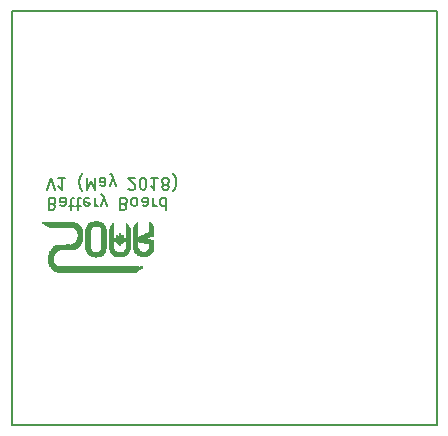
<source format=gbr>
G04 #@! TF.FileFunction,Legend,Bot*
%FSLAX46Y46*%
G04 Gerber Fmt 4.6, Leading zero omitted, Abs format (unit mm)*
G04 Created by KiCad (PCBNEW 4.0.7) date 05/14/18 21:45:12*
%MOMM*%
%LPD*%
G01*
G04 APERTURE LIST*
%ADD10C,0.100000*%
%ADD11C,0.200000*%
%ADD12C,0.150000*%
%ADD13C,0.010000*%
G04 APERTURE END LIST*
D10*
D11*
X128471429Y-98321429D02*
X128614286Y-98273810D01*
X128661905Y-98226190D01*
X128709524Y-98130952D01*
X128709524Y-97988095D01*
X128661905Y-97892857D01*
X128614286Y-97845238D01*
X128519048Y-97797619D01*
X128138095Y-97797619D01*
X128138095Y-98797619D01*
X128471429Y-98797619D01*
X128566667Y-98750000D01*
X128614286Y-98702381D01*
X128661905Y-98607143D01*
X128661905Y-98511905D01*
X128614286Y-98416667D01*
X128566667Y-98369048D01*
X128471429Y-98321429D01*
X128138095Y-98321429D01*
X129566667Y-97797619D02*
X129566667Y-98321429D01*
X129519048Y-98416667D01*
X129423810Y-98464286D01*
X129233333Y-98464286D01*
X129138095Y-98416667D01*
X129566667Y-97845238D02*
X129471429Y-97797619D01*
X129233333Y-97797619D01*
X129138095Y-97845238D01*
X129090476Y-97940476D01*
X129090476Y-98035714D01*
X129138095Y-98130952D01*
X129233333Y-98178571D01*
X129471429Y-98178571D01*
X129566667Y-98226190D01*
X129900000Y-98464286D02*
X130280952Y-98464286D01*
X130042857Y-98797619D02*
X130042857Y-97940476D01*
X130090476Y-97845238D01*
X130185714Y-97797619D01*
X130280952Y-97797619D01*
X130471429Y-98464286D02*
X130852381Y-98464286D01*
X130614286Y-98797619D02*
X130614286Y-97940476D01*
X130661905Y-97845238D01*
X130757143Y-97797619D01*
X130852381Y-97797619D01*
X131566668Y-97845238D02*
X131471430Y-97797619D01*
X131280953Y-97797619D01*
X131185715Y-97845238D01*
X131138096Y-97940476D01*
X131138096Y-98321429D01*
X131185715Y-98416667D01*
X131280953Y-98464286D01*
X131471430Y-98464286D01*
X131566668Y-98416667D01*
X131614287Y-98321429D01*
X131614287Y-98226190D01*
X131138096Y-98130952D01*
X132042858Y-97797619D02*
X132042858Y-98464286D01*
X132042858Y-98273810D02*
X132090477Y-98369048D01*
X132138096Y-98416667D01*
X132233334Y-98464286D01*
X132328573Y-98464286D01*
X132566668Y-98464286D02*
X132804763Y-97797619D01*
X133042859Y-98464286D02*
X132804763Y-97797619D01*
X132709525Y-97559524D01*
X132661906Y-97511905D01*
X132566668Y-97464286D01*
X134519050Y-98321429D02*
X134661907Y-98273810D01*
X134709526Y-98226190D01*
X134757145Y-98130952D01*
X134757145Y-97988095D01*
X134709526Y-97892857D01*
X134661907Y-97845238D01*
X134566669Y-97797619D01*
X134185716Y-97797619D01*
X134185716Y-98797619D01*
X134519050Y-98797619D01*
X134614288Y-98750000D01*
X134661907Y-98702381D01*
X134709526Y-98607143D01*
X134709526Y-98511905D01*
X134661907Y-98416667D01*
X134614288Y-98369048D01*
X134519050Y-98321429D01*
X134185716Y-98321429D01*
X135328573Y-97797619D02*
X135233335Y-97845238D01*
X135185716Y-97892857D01*
X135138097Y-97988095D01*
X135138097Y-98273810D01*
X135185716Y-98369048D01*
X135233335Y-98416667D01*
X135328573Y-98464286D01*
X135471431Y-98464286D01*
X135566669Y-98416667D01*
X135614288Y-98369048D01*
X135661907Y-98273810D01*
X135661907Y-97988095D01*
X135614288Y-97892857D01*
X135566669Y-97845238D01*
X135471431Y-97797619D01*
X135328573Y-97797619D01*
X136519050Y-97797619D02*
X136519050Y-98321429D01*
X136471431Y-98416667D01*
X136376193Y-98464286D01*
X136185716Y-98464286D01*
X136090478Y-98416667D01*
X136519050Y-97845238D02*
X136423812Y-97797619D01*
X136185716Y-97797619D01*
X136090478Y-97845238D01*
X136042859Y-97940476D01*
X136042859Y-98035714D01*
X136090478Y-98130952D01*
X136185716Y-98178571D01*
X136423812Y-98178571D01*
X136519050Y-98226190D01*
X136995240Y-97797619D02*
X136995240Y-98464286D01*
X136995240Y-98273810D02*
X137042859Y-98369048D01*
X137090478Y-98416667D01*
X137185716Y-98464286D01*
X137280955Y-98464286D01*
X138042860Y-97797619D02*
X138042860Y-98797619D01*
X138042860Y-97845238D02*
X137947622Y-97797619D01*
X137757145Y-97797619D01*
X137661907Y-97845238D01*
X137614288Y-97892857D01*
X137566669Y-97988095D01*
X137566669Y-98273810D01*
X137614288Y-98369048D01*
X137661907Y-98416667D01*
X137757145Y-98464286D01*
X137947622Y-98464286D01*
X138042860Y-98416667D01*
X127995238Y-97097619D02*
X128328571Y-96097619D01*
X128661905Y-97097619D01*
X129519048Y-96097619D02*
X128947619Y-96097619D01*
X129233333Y-96097619D02*
X129233333Y-97097619D01*
X129138095Y-96954762D01*
X129042857Y-96859524D01*
X128947619Y-96811905D01*
X130995239Y-95716667D02*
X130947619Y-95764286D01*
X130852381Y-95907143D01*
X130804762Y-96002381D01*
X130757143Y-96145238D01*
X130709524Y-96383333D01*
X130709524Y-96573810D01*
X130757143Y-96811905D01*
X130804762Y-96954762D01*
X130852381Y-97050000D01*
X130947619Y-97192857D01*
X130995239Y-97240476D01*
X131376191Y-96097619D02*
X131376191Y-97097619D01*
X131709525Y-96383333D01*
X132042858Y-97097619D01*
X132042858Y-96097619D01*
X132947620Y-96097619D02*
X132947620Y-96621429D01*
X132900001Y-96716667D01*
X132804763Y-96764286D01*
X132614286Y-96764286D01*
X132519048Y-96716667D01*
X132947620Y-96145238D02*
X132852382Y-96097619D01*
X132614286Y-96097619D01*
X132519048Y-96145238D01*
X132471429Y-96240476D01*
X132471429Y-96335714D01*
X132519048Y-96430952D01*
X132614286Y-96478571D01*
X132852382Y-96478571D01*
X132947620Y-96526190D01*
X133328572Y-96764286D02*
X133566667Y-96097619D01*
X133804763Y-96764286D02*
X133566667Y-96097619D01*
X133471429Y-95859524D01*
X133423810Y-95811905D01*
X133328572Y-95764286D01*
X134900001Y-97002381D02*
X134947620Y-97050000D01*
X135042858Y-97097619D01*
X135280954Y-97097619D01*
X135376192Y-97050000D01*
X135423811Y-97002381D01*
X135471430Y-96907143D01*
X135471430Y-96811905D01*
X135423811Y-96669048D01*
X134852382Y-96097619D01*
X135471430Y-96097619D01*
X136090477Y-97097619D02*
X136185716Y-97097619D01*
X136280954Y-97050000D01*
X136328573Y-97002381D01*
X136376192Y-96907143D01*
X136423811Y-96716667D01*
X136423811Y-96478571D01*
X136376192Y-96288095D01*
X136328573Y-96192857D01*
X136280954Y-96145238D01*
X136185716Y-96097619D01*
X136090477Y-96097619D01*
X135995239Y-96145238D01*
X135947620Y-96192857D01*
X135900001Y-96288095D01*
X135852382Y-96478571D01*
X135852382Y-96716667D01*
X135900001Y-96907143D01*
X135947620Y-97002381D01*
X135995239Y-97050000D01*
X136090477Y-97097619D01*
X137376192Y-96097619D02*
X136804763Y-96097619D01*
X137090477Y-96097619D02*
X137090477Y-97097619D01*
X136995239Y-96954762D01*
X136900001Y-96859524D01*
X136804763Y-96811905D01*
X137947620Y-96669048D02*
X137852382Y-96716667D01*
X137804763Y-96764286D01*
X137757144Y-96859524D01*
X137757144Y-96907143D01*
X137804763Y-97002381D01*
X137852382Y-97050000D01*
X137947620Y-97097619D01*
X138138097Y-97097619D01*
X138233335Y-97050000D01*
X138280954Y-97002381D01*
X138328573Y-96907143D01*
X138328573Y-96859524D01*
X138280954Y-96764286D01*
X138233335Y-96716667D01*
X138138097Y-96669048D01*
X137947620Y-96669048D01*
X137852382Y-96621429D01*
X137804763Y-96573810D01*
X137757144Y-96478571D01*
X137757144Y-96288095D01*
X137804763Y-96192857D01*
X137852382Y-96145238D01*
X137947620Y-96097619D01*
X138138097Y-96097619D01*
X138233335Y-96145238D01*
X138280954Y-96192857D01*
X138328573Y-96288095D01*
X138328573Y-96478571D01*
X138280954Y-96573810D01*
X138233335Y-96621429D01*
X138138097Y-96669048D01*
X138661906Y-95716667D02*
X138709525Y-95764286D01*
X138804763Y-95907143D01*
X138852382Y-96002381D01*
X138900001Y-96145238D01*
X138947620Y-96383333D01*
X138947620Y-96573810D01*
X138900001Y-96811905D01*
X138852382Y-96954762D01*
X138804763Y-97050000D01*
X138709525Y-97192857D01*
X138661906Y-97240476D01*
D12*
X161000000Y-117000000D02*
X161000000Y-82000000D01*
X125000000Y-117000000D02*
X125000000Y-82000000D01*
X125000000Y-82000000D02*
X161000000Y-82000000D01*
X125000000Y-117000000D02*
X161000000Y-117000000D01*
D13*
G36*
X128850000Y-104050000D02*
X128900000Y-104050000D01*
X128900000Y-104000000D01*
X128850000Y-104000000D01*
X128850000Y-104050000D01*
X128850000Y-104050000D01*
G37*
X128850000Y-104050000D02*
X128900000Y-104050000D01*
X128900000Y-104000000D01*
X128850000Y-104000000D01*
X128850000Y-104050000D01*
G36*
X128900000Y-104050000D02*
X128950000Y-104050000D01*
X128950000Y-104000000D01*
X128900000Y-104000000D01*
X128900000Y-104050000D01*
X128900000Y-104050000D01*
G37*
X128900000Y-104050000D02*
X128950000Y-104050000D01*
X128950000Y-104000000D01*
X128900000Y-104000000D01*
X128900000Y-104050000D01*
G36*
X128950000Y-104050000D02*
X129000000Y-104050000D01*
X129000000Y-104000000D01*
X128950000Y-104000000D01*
X128950000Y-104050000D01*
X128950000Y-104050000D01*
G37*
X128950000Y-104050000D02*
X129000000Y-104050000D01*
X129000000Y-104000000D01*
X128950000Y-104000000D01*
X128950000Y-104050000D01*
G36*
X129000000Y-104050000D02*
X129050000Y-104050000D01*
X129050000Y-104000000D01*
X129000000Y-104000000D01*
X129000000Y-104050000D01*
X129000000Y-104050000D01*
G37*
X129000000Y-104050000D02*
X129050000Y-104050000D01*
X129050000Y-104000000D01*
X129000000Y-104000000D01*
X129000000Y-104050000D01*
G36*
X129050000Y-104050000D02*
X129100000Y-104050000D01*
X129100000Y-104000000D01*
X129050000Y-104000000D01*
X129050000Y-104050000D01*
X129050000Y-104050000D01*
G37*
X129050000Y-104050000D02*
X129100000Y-104050000D01*
X129100000Y-104000000D01*
X129050000Y-104000000D01*
X129050000Y-104050000D01*
G36*
X129100000Y-104050000D02*
X129150000Y-104050000D01*
X129150000Y-104000000D01*
X129100000Y-104000000D01*
X129100000Y-104050000D01*
X129100000Y-104050000D01*
G37*
X129100000Y-104050000D02*
X129150000Y-104050000D01*
X129150000Y-104000000D01*
X129100000Y-104000000D01*
X129100000Y-104050000D01*
G36*
X129150000Y-104050000D02*
X129200000Y-104050000D01*
X129200000Y-104000000D01*
X129150000Y-104000000D01*
X129150000Y-104050000D01*
X129150000Y-104050000D01*
G37*
X129150000Y-104050000D02*
X129200000Y-104050000D01*
X129200000Y-104000000D01*
X129150000Y-104000000D01*
X129150000Y-104050000D01*
G36*
X129200000Y-104050000D02*
X129250000Y-104050000D01*
X129250000Y-104000000D01*
X129200000Y-104000000D01*
X129200000Y-104050000D01*
X129200000Y-104050000D01*
G37*
X129200000Y-104050000D02*
X129250000Y-104050000D01*
X129250000Y-104000000D01*
X129200000Y-104000000D01*
X129200000Y-104050000D01*
G36*
X129250000Y-104050000D02*
X129300000Y-104050000D01*
X129300000Y-104000000D01*
X129250000Y-104000000D01*
X129250000Y-104050000D01*
X129250000Y-104050000D01*
G37*
X129250000Y-104050000D02*
X129300000Y-104050000D01*
X129300000Y-104000000D01*
X129250000Y-104000000D01*
X129250000Y-104050000D01*
G36*
X129300000Y-104050000D02*
X129350000Y-104050000D01*
X129350000Y-104000000D01*
X129300000Y-104000000D01*
X129300000Y-104050000D01*
X129300000Y-104050000D01*
G37*
X129300000Y-104050000D02*
X129350000Y-104050000D01*
X129350000Y-104000000D01*
X129300000Y-104000000D01*
X129300000Y-104050000D01*
G36*
X129350000Y-104050000D02*
X129400000Y-104050000D01*
X129400000Y-104000000D01*
X129350000Y-104000000D01*
X129350000Y-104050000D01*
X129350000Y-104050000D01*
G37*
X129350000Y-104050000D02*
X129400000Y-104050000D01*
X129400000Y-104000000D01*
X129350000Y-104000000D01*
X129350000Y-104050000D01*
G36*
X129400000Y-104050000D02*
X129450000Y-104050000D01*
X129450000Y-104000000D01*
X129400000Y-104000000D01*
X129400000Y-104050000D01*
X129400000Y-104050000D01*
G37*
X129400000Y-104050000D02*
X129450000Y-104050000D01*
X129450000Y-104000000D01*
X129400000Y-104000000D01*
X129400000Y-104050000D01*
G36*
X129450000Y-104050000D02*
X129500000Y-104050000D01*
X129500000Y-104000000D01*
X129450000Y-104000000D01*
X129450000Y-104050000D01*
X129450000Y-104050000D01*
G37*
X129450000Y-104050000D02*
X129500000Y-104050000D01*
X129500000Y-104000000D01*
X129450000Y-104000000D01*
X129450000Y-104050000D01*
G36*
X129500000Y-104050000D02*
X129550000Y-104050000D01*
X129550000Y-104000000D01*
X129500000Y-104000000D01*
X129500000Y-104050000D01*
X129500000Y-104050000D01*
G37*
X129500000Y-104050000D02*
X129550000Y-104050000D01*
X129550000Y-104000000D01*
X129500000Y-104000000D01*
X129500000Y-104050000D01*
G36*
X129550000Y-104050000D02*
X129600000Y-104050000D01*
X129600000Y-104000000D01*
X129550000Y-104000000D01*
X129550000Y-104050000D01*
X129550000Y-104050000D01*
G37*
X129550000Y-104050000D02*
X129600000Y-104050000D01*
X129600000Y-104000000D01*
X129550000Y-104000000D01*
X129550000Y-104050000D01*
G36*
X129600000Y-104050000D02*
X129650000Y-104050000D01*
X129650000Y-104000000D01*
X129600000Y-104000000D01*
X129600000Y-104050000D01*
X129600000Y-104050000D01*
G37*
X129600000Y-104050000D02*
X129650000Y-104050000D01*
X129650000Y-104000000D01*
X129600000Y-104000000D01*
X129600000Y-104050000D01*
G36*
X129650000Y-104050000D02*
X129700000Y-104050000D01*
X129700000Y-104000000D01*
X129650000Y-104000000D01*
X129650000Y-104050000D01*
X129650000Y-104050000D01*
G37*
X129650000Y-104050000D02*
X129700000Y-104050000D01*
X129700000Y-104000000D01*
X129650000Y-104000000D01*
X129650000Y-104050000D01*
G36*
X129700000Y-104050000D02*
X129750000Y-104050000D01*
X129750000Y-104000000D01*
X129700000Y-104000000D01*
X129700000Y-104050000D01*
X129700000Y-104050000D01*
G37*
X129700000Y-104050000D02*
X129750000Y-104050000D01*
X129750000Y-104000000D01*
X129700000Y-104000000D01*
X129700000Y-104050000D01*
G36*
X129750000Y-104050000D02*
X129800000Y-104050000D01*
X129800000Y-104000000D01*
X129750000Y-104000000D01*
X129750000Y-104050000D01*
X129750000Y-104050000D01*
G37*
X129750000Y-104050000D02*
X129800000Y-104050000D01*
X129800000Y-104000000D01*
X129750000Y-104000000D01*
X129750000Y-104050000D01*
G36*
X129800000Y-104050000D02*
X129850000Y-104050000D01*
X129850000Y-104000000D01*
X129800000Y-104000000D01*
X129800000Y-104050000D01*
X129800000Y-104050000D01*
G37*
X129800000Y-104050000D02*
X129850000Y-104050000D01*
X129850000Y-104000000D01*
X129800000Y-104000000D01*
X129800000Y-104050000D01*
G36*
X129850000Y-104050000D02*
X129900000Y-104050000D01*
X129900000Y-104000000D01*
X129850000Y-104000000D01*
X129850000Y-104050000D01*
X129850000Y-104050000D01*
G37*
X129850000Y-104050000D02*
X129900000Y-104050000D01*
X129900000Y-104000000D01*
X129850000Y-104000000D01*
X129850000Y-104050000D01*
G36*
X129900000Y-104050000D02*
X129950000Y-104050000D01*
X129950000Y-104000000D01*
X129900000Y-104000000D01*
X129900000Y-104050000D01*
X129900000Y-104050000D01*
G37*
X129900000Y-104050000D02*
X129950000Y-104050000D01*
X129950000Y-104000000D01*
X129900000Y-104000000D01*
X129900000Y-104050000D01*
G36*
X129950000Y-104050000D02*
X130000000Y-104050000D01*
X130000000Y-104000000D01*
X129950000Y-104000000D01*
X129950000Y-104050000D01*
X129950000Y-104050000D01*
G37*
X129950000Y-104050000D02*
X130000000Y-104050000D01*
X130000000Y-104000000D01*
X129950000Y-104000000D01*
X129950000Y-104050000D01*
G36*
X130000000Y-104050000D02*
X130050000Y-104050000D01*
X130050000Y-104000000D01*
X130000000Y-104000000D01*
X130000000Y-104050000D01*
X130000000Y-104050000D01*
G37*
X130000000Y-104050000D02*
X130050000Y-104050000D01*
X130050000Y-104000000D01*
X130000000Y-104000000D01*
X130000000Y-104050000D01*
G36*
X130050000Y-104050000D02*
X130100000Y-104050000D01*
X130100000Y-104000000D01*
X130050000Y-104000000D01*
X130050000Y-104050000D01*
X130050000Y-104050000D01*
G37*
X130050000Y-104050000D02*
X130100000Y-104050000D01*
X130100000Y-104000000D01*
X130050000Y-104000000D01*
X130050000Y-104050000D01*
G36*
X130100000Y-104050000D02*
X130150000Y-104050000D01*
X130150000Y-104000000D01*
X130100000Y-104000000D01*
X130100000Y-104050000D01*
X130100000Y-104050000D01*
G37*
X130100000Y-104050000D02*
X130150000Y-104050000D01*
X130150000Y-104000000D01*
X130100000Y-104000000D01*
X130100000Y-104050000D01*
G36*
X130150000Y-104050000D02*
X130200000Y-104050000D01*
X130200000Y-104000000D01*
X130150000Y-104000000D01*
X130150000Y-104050000D01*
X130150000Y-104050000D01*
G37*
X130150000Y-104050000D02*
X130200000Y-104050000D01*
X130200000Y-104000000D01*
X130150000Y-104000000D01*
X130150000Y-104050000D01*
G36*
X130200000Y-104050000D02*
X130250000Y-104050000D01*
X130250000Y-104000000D01*
X130200000Y-104000000D01*
X130200000Y-104050000D01*
X130200000Y-104050000D01*
G37*
X130200000Y-104050000D02*
X130250000Y-104050000D01*
X130250000Y-104000000D01*
X130200000Y-104000000D01*
X130200000Y-104050000D01*
G36*
X130250000Y-104050000D02*
X130300000Y-104050000D01*
X130300000Y-104000000D01*
X130250000Y-104000000D01*
X130250000Y-104050000D01*
X130250000Y-104050000D01*
G37*
X130250000Y-104050000D02*
X130300000Y-104050000D01*
X130300000Y-104000000D01*
X130250000Y-104000000D01*
X130250000Y-104050000D01*
G36*
X130300000Y-104050000D02*
X130350000Y-104050000D01*
X130350000Y-104000000D01*
X130300000Y-104000000D01*
X130300000Y-104050000D01*
X130300000Y-104050000D01*
G37*
X130300000Y-104050000D02*
X130350000Y-104050000D01*
X130350000Y-104000000D01*
X130300000Y-104000000D01*
X130300000Y-104050000D01*
G36*
X130350000Y-104050000D02*
X130400000Y-104050000D01*
X130400000Y-104000000D01*
X130350000Y-104000000D01*
X130350000Y-104050000D01*
X130350000Y-104050000D01*
G37*
X130350000Y-104050000D02*
X130400000Y-104050000D01*
X130400000Y-104000000D01*
X130350000Y-104000000D01*
X130350000Y-104050000D01*
G36*
X130400000Y-104050000D02*
X130450000Y-104050000D01*
X130450000Y-104000000D01*
X130400000Y-104000000D01*
X130400000Y-104050000D01*
X130400000Y-104050000D01*
G37*
X130400000Y-104050000D02*
X130450000Y-104050000D01*
X130450000Y-104000000D01*
X130400000Y-104000000D01*
X130400000Y-104050000D01*
G36*
X130450000Y-104050000D02*
X130500000Y-104050000D01*
X130500000Y-104000000D01*
X130450000Y-104000000D01*
X130450000Y-104050000D01*
X130450000Y-104050000D01*
G37*
X130450000Y-104050000D02*
X130500000Y-104050000D01*
X130500000Y-104000000D01*
X130450000Y-104000000D01*
X130450000Y-104050000D01*
G36*
X130500000Y-104050000D02*
X130550000Y-104050000D01*
X130550000Y-104000000D01*
X130500000Y-104000000D01*
X130500000Y-104050000D01*
X130500000Y-104050000D01*
G37*
X130500000Y-104050000D02*
X130550000Y-104050000D01*
X130550000Y-104000000D01*
X130500000Y-104000000D01*
X130500000Y-104050000D01*
G36*
X130550000Y-104050000D02*
X130600000Y-104050000D01*
X130600000Y-104000000D01*
X130550000Y-104000000D01*
X130550000Y-104050000D01*
X130550000Y-104050000D01*
G37*
X130550000Y-104050000D02*
X130600000Y-104050000D01*
X130600000Y-104000000D01*
X130550000Y-104000000D01*
X130550000Y-104050000D01*
G36*
X130600000Y-104050000D02*
X130650000Y-104050000D01*
X130650000Y-104000000D01*
X130600000Y-104000000D01*
X130600000Y-104050000D01*
X130600000Y-104050000D01*
G37*
X130600000Y-104050000D02*
X130650000Y-104050000D01*
X130650000Y-104000000D01*
X130600000Y-104000000D01*
X130600000Y-104050000D01*
G36*
X130650000Y-104050000D02*
X130700000Y-104050000D01*
X130700000Y-104000000D01*
X130650000Y-104000000D01*
X130650000Y-104050000D01*
X130650000Y-104050000D01*
G37*
X130650000Y-104050000D02*
X130700000Y-104050000D01*
X130700000Y-104000000D01*
X130650000Y-104000000D01*
X130650000Y-104050000D01*
G36*
X130700000Y-104050000D02*
X130750000Y-104050000D01*
X130750000Y-104000000D01*
X130700000Y-104000000D01*
X130700000Y-104050000D01*
X130700000Y-104050000D01*
G37*
X130700000Y-104050000D02*
X130750000Y-104050000D01*
X130750000Y-104000000D01*
X130700000Y-104000000D01*
X130700000Y-104050000D01*
G36*
X130750000Y-104050000D02*
X130800000Y-104050000D01*
X130800000Y-104000000D01*
X130750000Y-104000000D01*
X130750000Y-104050000D01*
X130750000Y-104050000D01*
G37*
X130750000Y-104050000D02*
X130800000Y-104050000D01*
X130800000Y-104000000D01*
X130750000Y-104000000D01*
X130750000Y-104050000D01*
G36*
X130800000Y-104050000D02*
X130850000Y-104050000D01*
X130850000Y-104000000D01*
X130800000Y-104000000D01*
X130800000Y-104050000D01*
X130800000Y-104050000D01*
G37*
X130800000Y-104050000D02*
X130850000Y-104050000D01*
X130850000Y-104000000D01*
X130800000Y-104000000D01*
X130800000Y-104050000D01*
G36*
X130850000Y-104050000D02*
X130900000Y-104050000D01*
X130900000Y-104000000D01*
X130850000Y-104000000D01*
X130850000Y-104050000D01*
X130850000Y-104050000D01*
G37*
X130850000Y-104050000D02*
X130900000Y-104050000D01*
X130900000Y-104000000D01*
X130850000Y-104000000D01*
X130850000Y-104050000D01*
G36*
X130900000Y-104050000D02*
X130950000Y-104050000D01*
X130950000Y-104000000D01*
X130900000Y-104000000D01*
X130900000Y-104050000D01*
X130900000Y-104050000D01*
G37*
X130900000Y-104050000D02*
X130950000Y-104050000D01*
X130950000Y-104000000D01*
X130900000Y-104000000D01*
X130900000Y-104050000D01*
G36*
X130950000Y-104050000D02*
X131000000Y-104050000D01*
X131000000Y-104000000D01*
X130950000Y-104000000D01*
X130950000Y-104050000D01*
X130950000Y-104050000D01*
G37*
X130950000Y-104050000D02*
X131000000Y-104050000D01*
X131000000Y-104000000D01*
X130950000Y-104000000D01*
X130950000Y-104050000D01*
G36*
X131000000Y-104050000D02*
X131050000Y-104050000D01*
X131050000Y-104000000D01*
X131000000Y-104000000D01*
X131000000Y-104050000D01*
X131000000Y-104050000D01*
G37*
X131000000Y-104050000D02*
X131050000Y-104050000D01*
X131050000Y-104000000D01*
X131000000Y-104000000D01*
X131000000Y-104050000D01*
G36*
X131050000Y-104050000D02*
X131100000Y-104050000D01*
X131100000Y-104000000D01*
X131050000Y-104000000D01*
X131050000Y-104050000D01*
X131050000Y-104050000D01*
G37*
X131050000Y-104050000D02*
X131100000Y-104050000D01*
X131100000Y-104000000D01*
X131050000Y-104000000D01*
X131050000Y-104050000D01*
G36*
X131100000Y-104050000D02*
X131150000Y-104050000D01*
X131150000Y-104000000D01*
X131100000Y-104000000D01*
X131100000Y-104050000D01*
X131100000Y-104050000D01*
G37*
X131100000Y-104050000D02*
X131150000Y-104050000D01*
X131150000Y-104000000D01*
X131100000Y-104000000D01*
X131100000Y-104050000D01*
G36*
X131150000Y-104050000D02*
X131200000Y-104050000D01*
X131200000Y-104000000D01*
X131150000Y-104000000D01*
X131150000Y-104050000D01*
X131150000Y-104050000D01*
G37*
X131150000Y-104050000D02*
X131200000Y-104050000D01*
X131200000Y-104000000D01*
X131150000Y-104000000D01*
X131150000Y-104050000D01*
G36*
X131200000Y-104050000D02*
X131250000Y-104050000D01*
X131250000Y-104000000D01*
X131200000Y-104000000D01*
X131200000Y-104050000D01*
X131200000Y-104050000D01*
G37*
X131200000Y-104050000D02*
X131250000Y-104050000D01*
X131250000Y-104000000D01*
X131200000Y-104000000D01*
X131200000Y-104050000D01*
G36*
X131250000Y-104050000D02*
X131300000Y-104050000D01*
X131300000Y-104000000D01*
X131250000Y-104000000D01*
X131250000Y-104050000D01*
X131250000Y-104050000D01*
G37*
X131250000Y-104050000D02*
X131300000Y-104050000D01*
X131300000Y-104000000D01*
X131250000Y-104000000D01*
X131250000Y-104050000D01*
G36*
X131300000Y-104050000D02*
X131350000Y-104050000D01*
X131350000Y-104000000D01*
X131300000Y-104000000D01*
X131300000Y-104050000D01*
X131300000Y-104050000D01*
G37*
X131300000Y-104050000D02*
X131350000Y-104050000D01*
X131350000Y-104000000D01*
X131300000Y-104000000D01*
X131300000Y-104050000D01*
G36*
X131350000Y-104050000D02*
X131400000Y-104050000D01*
X131400000Y-104000000D01*
X131350000Y-104000000D01*
X131350000Y-104050000D01*
X131350000Y-104050000D01*
G37*
X131350000Y-104050000D02*
X131400000Y-104050000D01*
X131400000Y-104000000D01*
X131350000Y-104000000D01*
X131350000Y-104050000D01*
G36*
X131400000Y-104050000D02*
X131450000Y-104050000D01*
X131450000Y-104000000D01*
X131400000Y-104000000D01*
X131400000Y-104050000D01*
X131400000Y-104050000D01*
G37*
X131400000Y-104050000D02*
X131450000Y-104050000D01*
X131450000Y-104000000D01*
X131400000Y-104000000D01*
X131400000Y-104050000D01*
G36*
X131450000Y-104050000D02*
X131500000Y-104050000D01*
X131500000Y-104000000D01*
X131450000Y-104000000D01*
X131450000Y-104050000D01*
X131450000Y-104050000D01*
G37*
X131450000Y-104050000D02*
X131500000Y-104050000D01*
X131500000Y-104000000D01*
X131450000Y-104000000D01*
X131450000Y-104050000D01*
G36*
X131500000Y-104050000D02*
X131550000Y-104050000D01*
X131550000Y-104000000D01*
X131500000Y-104000000D01*
X131500000Y-104050000D01*
X131500000Y-104050000D01*
G37*
X131500000Y-104050000D02*
X131550000Y-104050000D01*
X131550000Y-104000000D01*
X131500000Y-104000000D01*
X131500000Y-104050000D01*
G36*
X131550000Y-104050000D02*
X131600000Y-104050000D01*
X131600000Y-104000000D01*
X131550000Y-104000000D01*
X131550000Y-104050000D01*
X131550000Y-104050000D01*
G37*
X131550000Y-104050000D02*
X131600000Y-104050000D01*
X131600000Y-104000000D01*
X131550000Y-104000000D01*
X131550000Y-104050000D01*
G36*
X131600000Y-104050000D02*
X131650000Y-104050000D01*
X131650000Y-104000000D01*
X131600000Y-104000000D01*
X131600000Y-104050000D01*
X131600000Y-104050000D01*
G37*
X131600000Y-104050000D02*
X131650000Y-104050000D01*
X131650000Y-104000000D01*
X131600000Y-104000000D01*
X131600000Y-104050000D01*
G36*
X131650000Y-104050000D02*
X131700000Y-104050000D01*
X131700000Y-104000000D01*
X131650000Y-104000000D01*
X131650000Y-104050000D01*
X131650000Y-104050000D01*
G37*
X131650000Y-104050000D02*
X131700000Y-104050000D01*
X131700000Y-104000000D01*
X131650000Y-104000000D01*
X131650000Y-104050000D01*
G36*
X131700000Y-104050000D02*
X131750000Y-104050000D01*
X131750000Y-104000000D01*
X131700000Y-104000000D01*
X131700000Y-104050000D01*
X131700000Y-104050000D01*
G37*
X131700000Y-104050000D02*
X131750000Y-104050000D01*
X131750000Y-104000000D01*
X131700000Y-104000000D01*
X131700000Y-104050000D01*
G36*
X131750000Y-104050000D02*
X131800000Y-104050000D01*
X131800000Y-104000000D01*
X131750000Y-104000000D01*
X131750000Y-104050000D01*
X131750000Y-104050000D01*
G37*
X131750000Y-104050000D02*
X131800000Y-104050000D01*
X131800000Y-104000000D01*
X131750000Y-104000000D01*
X131750000Y-104050000D01*
G36*
X131800000Y-104050000D02*
X131850000Y-104050000D01*
X131850000Y-104000000D01*
X131800000Y-104000000D01*
X131800000Y-104050000D01*
X131800000Y-104050000D01*
G37*
X131800000Y-104050000D02*
X131850000Y-104050000D01*
X131850000Y-104000000D01*
X131800000Y-104000000D01*
X131800000Y-104050000D01*
G36*
X131850000Y-104050000D02*
X131900000Y-104050000D01*
X131900000Y-104000000D01*
X131850000Y-104000000D01*
X131850000Y-104050000D01*
X131850000Y-104050000D01*
G37*
X131850000Y-104050000D02*
X131900000Y-104050000D01*
X131900000Y-104000000D01*
X131850000Y-104000000D01*
X131850000Y-104050000D01*
G36*
X131900000Y-104050000D02*
X131950000Y-104050000D01*
X131950000Y-104000000D01*
X131900000Y-104000000D01*
X131900000Y-104050000D01*
X131900000Y-104050000D01*
G37*
X131900000Y-104050000D02*
X131950000Y-104050000D01*
X131950000Y-104000000D01*
X131900000Y-104000000D01*
X131900000Y-104050000D01*
G36*
X131950000Y-104050000D02*
X132000000Y-104050000D01*
X132000000Y-104000000D01*
X131950000Y-104000000D01*
X131950000Y-104050000D01*
X131950000Y-104050000D01*
G37*
X131950000Y-104050000D02*
X132000000Y-104050000D01*
X132000000Y-104000000D01*
X131950000Y-104000000D01*
X131950000Y-104050000D01*
G36*
X132000000Y-104050000D02*
X132050000Y-104050000D01*
X132050000Y-104000000D01*
X132000000Y-104000000D01*
X132000000Y-104050000D01*
X132000000Y-104050000D01*
G37*
X132000000Y-104050000D02*
X132050000Y-104050000D01*
X132050000Y-104000000D01*
X132000000Y-104000000D01*
X132000000Y-104050000D01*
G36*
X132050000Y-104050000D02*
X132100000Y-104050000D01*
X132100000Y-104000000D01*
X132050000Y-104000000D01*
X132050000Y-104050000D01*
X132050000Y-104050000D01*
G37*
X132050000Y-104050000D02*
X132100000Y-104050000D01*
X132100000Y-104000000D01*
X132050000Y-104000000D01*
X132050000Y-104050000D01*
G36*
X132100000Y-104050000D02*
X132150000Y-104050000D01*
X132150000Y-104000000D01*
X132100000Y-104000000D01*
X132100000Y-104050000D01*
X132100000Y-104050000D01*
G37*
X132100000Y-104050000D02*
X132150000Y-104050000D01*
X132150000Y-104000000D01*
X132100000Y-104000000D01*
X132100000Y-104050000D01*
G36*
X132150000Y-104050000D02*
X132200000Y-104050000D01*
X132200000Y-104000000D01*
X132150000Y-104000000D01*
X132150000Y-104050000D01*
X132150000Y-104050000D01*
G37*
X132150000Y-104050000D02*
X132200000Y-104050000D01*
X132200000Y-104000000D01*
X132150000Y-104000000D01*
X132150000Y-104050000D01*
G36*
X132200000Y-104050000D02*
X132250000Y-104050000D01*
X132250000Y-104000000D01*
X132200000Y-104000000D01*
X132200000Y-104050000D01*
X132200000Y-104050000D01*
G37*
X132200000Y-104050000D02*
X132250000Y-104050000D01*
X132250000Y-104000000D01*
X132200000Y-104000000D01*
X132200000Y-104050000D01*
G36*
X132250000Y-104050000D02*
X132300000Y-104050000D01*
X132300000Y-104000000D01*
X132250000Y-104000000D01*
X132250000Y-104050000D01*
X132250000Y-104050000D01*
G37*
X132250000Y-104050000D02*
X132300000Y-104050000D01*
X132300000Y-104000000D01*
X132250000Y-104000000D01*
X132250000Y-104050000D01*
G36*
X132300000Y-104050000D02*
X132350000Y-104050000D01*
X132350000Y-104000000D01*
X132300000Y-104000000D01*
X132300000Y-104050000D01*
X132300000Y-104050000D01*
G37*
X132300000Y-104050000D02*
X132350000Y-104050000D01*
X132350000Y-104000000D01*
X132300000Y-104000000D01*
X132300000Y-104050000D01*
G36*
X132350000Y-104050000D02*
X132400000Y-104050000D01*
X132400000Y-104000000D01*
X132350000Y-104000000D01*
X132350000Y-104050000D01*
X132350000Y-104050000D01*
G37*
X132350000Y-104050000D02*
X132400000Y-104050000D01*
X132400000Y-104000000D01*
X132350000Y-104000000D01*
X132350000Y-104050000D01*
G36*
X132400000Y-104050000D02*
X132450000Y-104050000D01*
X132450000Y-104000000D01*
X132400000Y-104000000D01*
X132400000Y-104050000D01*
X132400000Y-104050000D01*
G37*
X132400000Y-104050000D02*
X132450000Y-104050000D01*
X132450000Y-104000000D01*
X132400000Y-104000000D01*
X132400000Y-104050000D01*
G36*
X132450000Y-104050000D02*
X132500000Y-104050000D01*
X132500000Y-104000000D01*
X132450000Y-104000000D01*
X132450000Y-104050000D01*
X132450000Y-104050000D01*
G37*
X132450000Y-104050000D02*
X132500000Y-104050000D01*
X132500000Y-104000000D01*
X132450000Y-104000000D01*
X132450000Y-104050000D01*
G36*
X132500000Y-104050000D02*
X132550000Y-104050000D01*
X132550000Y-104000000D01*
X132500000Y-104000000D01*
X132500000Y-104050000D01*
X132500000Y-104050000D01*
G37*
X132500000Y-104050000D02*
X132550000Y-104050000D01*
X132550000Y-104000000D01*
X132500000Y-104000000D01*
X132500000Y-104050000D01*
G36*
X132550000Y-104050000D02*
X132600000Y-104050000D01*
X132600000Y-104000000D01*
X132550000Y-104000000D01*
X132550000Y-104050000D01*
X132550000Y-104050000D01*
G37*
X132550000Y-104050000D02*
X132600000Y-104050000D01*
X132600000Y-104000000D01*
X132550000Y-104000000D01*
X132550000Y-104050000D01*
G36*
X132600000Y-104050000D02*
X132650000Y-104050000D01*
X132650000Y-104000000D01*
X132600000Y-104000000D01*
X132600000Y-104050000D01*
X132600000Y-104050000D01*
G37*
X132600000Y-104050000D02*
X132650000Y-104050000D01*
X132650000Y-104000000D01*
X132600000Y-104000000D01*
X132600000Y-104050000D01*
G36*
X132650000Y-104050000D02*
X132700000Y-104050000D01*
X132700000Y-104000000D01*
X132650000Y-104000000D01*
X132650000Y-104050000D01*
X132650000Y-104050000D01*
G37*
X132650000Y-104050000D02*
X132700000Y-104050000D01*
X132700000Y-104000000D01*
X132650000Y-104000000D01*
X132650000Y-104050000D01*
G36*
X132700000Y-104050000D02*
X132750000Y-104050000D01*
X132750000Y-104000000D01*
X132700000Y-104000000D01*
X132700000Y-104050000D01*
X132700000Y-104050000D01*
G37*
X132700000Y-104050000D02*
X132750000Y-104050000D01*
X132750000Y-104000000D01*
X132700000Y-104000000D01*
X132700000Y-104050000D01*
G36*
X132750000Y-104050000D02*
X132800000Y-104050000D01*
X132800000Y-104000000D01*
X132750000Y-104000000D01*
X132750000Y-104050000D01*
X132750000Y-104050000D01*
G37*
X132750000Y-104050000D02*
X132800000Y-104050000D01*
X132800000Y-104000000D01*
X132750000Y-104000000D01*
X132750000Y-104050000D01*
G36*
X132800000Y-104050000D02*
X132850000Y-104050000D01*
X132850000Y-104000000D01*
X132800000Y-104000000D01*
X132800000Y-104050000D01*
X132800000Y-104050000D01*
G37*
X132800000Y-104050000D02*
X132850000Y-104050000D01*
X132850000Y-104000000D01*
X132800000Y-104000000D01*
X132800000Y-104050000D01*
G36*
X132850000Y-104050000D02*
X132900000Y-104050000D01*
X132900000Y-104000000D01*
X132850000Y-104000000D01*
X132850000Y-104050000D01*
X132850000Y-104050000D01*
G37*
X132850000Y-104050000D02*
X132900000Y-104050000D01*
X132900000Y-104000000D01*
X132850000Y-104000000D01*
X132850000Y-104050000D01*
G36*
X132900000Y-104050000D02*
X132950000Y-104050000D01*
X132950000Y-104000000D01*
X132900000Y-104000000D01*
X132900000Y-104050000D01*
X132900000Y-104050000D01*
G37*
X132900000Y-104050000D02*
X132950000Y-104050000D01*
X132950000Y-104000000D01*
X132900000Y-104000000D01*
X132900000Y-104050000D01*
G36*
X132950000Y-104050000D02*
X133000000Y-104050000D01*
X133000000Y-104000000D01*
X132950000Y-104000000D01*
X132950000Y-104050000D01*
X132950000Y-104050000D01*
G37*
X132950000Y-104050000D02*
X133000000Y-104050000D01*
X133000000Y-104000000D01*
X132950000Y-104000000D01*
X132950000Y-104050000D01*
G36*
X133000000Y-104050000D02*
X133050000Y-104050000D01*
X133050000Y-104000000D01*
X133000000Y-104000000D01*
X133000000Y-104050000D01*
X133000000Y-104050000D01*
G37*
X133000000Y-104050000D02*
X133050000Y-104050000D01*
X133050000Y-104000000D01*
X133000000Y-104000000D01*
X133000000Y-104050000D01*
G36*
X133050000Y-104050000D02*
X133100000Y-104050000D01*
X133100000Y-104000000D01*
X133050000Y-104000000D01*
X133050000Y-104050000D01*
X133050000Y-104050000D01*
G37*
X133050000Y-104050000D02*
X133100000Y-104050000D01*
X133100000Y-104000000D01*
X133050000Y-104000000D01*
X133050000Y-104050000D01*
G36*
X133100000Y-104050000D02*
X133150000Y-104050000D01*
X133150000Y-104000000D01*
X133100000Y-104000000D01*
X133100000Y-104050000D01*
X133100000Y-104050000D01*
G37*
X133100000Y-104050000D02*
X133150000Y-104050000D01*
X133150000Y-104000000D01*
X133100000Y-104000000D01*
X133100000Y-104050000D01*
G36*
X133150000Y-104050000D02*
X133200000Y-104050000D01*
X133200000Y-104000000D01*
X133150000Y-104000000D01*
X133150000Y-104050000D01*
X133150000Y-104050000D01*
G37*
X133150000Y-104050000D02*
X133200000Y-104050000D01*
X133200000Y-104000000D01*
X133150000Y-104000000D01*
X133150000Y-104050000D01*
G36*
X133200000Y-104050000D02*
X133250000Y-104050000D01*
X133250000Y-104000000D01*
X133200000Y-104000000D01*
X133200000Y-104050000D01*
X133200000Y-104050000D01*
G37*
X133200000Y-104050000D02*
X133250000Y-104050000D01*
X133250000Y-104000000D01*
X133200000Y-104000000D01*
X133200000Y-104050000D01*
G36*
X133250000Y-104050000D02*
X133300000Y-104050000D01*
X133300000Y-104000000D01*
X133250000Y-104000000D01*
X133250000Y-104050000D01*
X133250000Y-104050000D01*
G37*
X133250000Y-104050000D02*
X133300000Y-104050000D01*
X133300000Y-104000000D01*
X133250000Y-104000000D01*
X133250000Y-104050000D01*
G36*
X133300000Y-104050000D02*
X133350000Y-104050000D01*
X133350000Y-104000000D01*
X133300000Y-104000000D01*
X133300000Y-104050000D01*
X133300000Y-104050000D01*
G37*
X133300000Y-104050000D02*
X133350000Y-104050000D01*
X133350000Y-104000000D01*
X133300000Y-104000000D01*
X133300000Y-104050000D01*
G36*
X133350000Y-104050000D02*
X133400000Y-104050000D01*
X133400000Y-104000000D01*
X133350000Y-104000000D01*
X133350000Y-104050000D01*
X133350000Y-104050000D01*
G37*
X133350000Y-104050000D02*
X133400000Y-104050000D01*
X133400000Y-104000000D01*
X133350000Y-104000000D01*
X133350000Y-104050000D01*
G36*
X133400000Y-104050000D02*
X133450000Y-104050000D01*
X133450000Y-104000000D01*
X133400000Y-104000000D01*
X133400000Y-104050000D01*
X133400000Y-104050000D01*
G37*
X133400000Y-104050000D02*
X133450000Y-104050000D01*
X133450000Y-104000000D01*
X133400000Y-104000000D01*
X133400000Y-104050000D01*
G36*
X133450000Y-104050000D02*
X133500000Y-104050000D01*
X133500000Y-104000000D01*
X133450000Y-104000000D01*
X133450000Y-104050000D01*
X133450000Y-104050000D01*
G37*
X133450000Y-104050000D02*
X133500000Y-104050000D01*
X133500000Y-104000000D01*
X133450000Y-104000000D01*
X133450000Y-104050000D01*
G36*
X133500000Y-104050000D02*
X133550000Y-104050000D01*
X133550000Y-104000000D01*
X133500000Y-104000000D01*
X133500000Y-104050000D01*
X133500000Y-104050000D01*
G37*
X133500000Y-104050000D02*
X133550000Y-104050000D01*
X133550000Y-104000000D01*
X133500000Y-104000000D01*
X133500000Y-104050000D01*
G36*
X133550000Y-104050000D02*
X133600000Y-104050000D01*
X133600000Y-104000000D01*
X133550000Y-104000000D01*
X133550000Y-104050000D01*
X133550000Y-104050000D01*
G37*
X133550000Y-104050000D02*
X133600000Y-104050000D01*
X133600000Y-104000000D01*
X133550000Y-104000000D01*
X133550000Y-104050000D01*
G36*
X133600000Y-104050000D02*
X133650000Y-104050000D01*
X133650000Y-104000000D01*
X133600000Y-104000000D01*
X133600000Y-104050000D01*
X133600000Y-104050000D01*
G37*
X133600000Y-104050000D02*
X133650000Y-104050000D01*
X133650000Y-104000000D01*
X133600000Y-104000000D01*
X133600000Y-104050000D01*
G36*
X133650000Y-104050000D02*
X133700000Y-104050000D01*
X133700000Y-104000000D01*
X133650000Y-104000000D01*
X133650000Y-104050000D01*
X133650000Y-104050000D01*
G37*
X133650000Y-104050000D02*
X133700000Y-104050000D01*
X133700000Y-104000000D01*
X133650000Y-104000000D01*
X133650000Y-104050000D01*
G36*
X133700000Y-104050000D02*
X133750000Y-104050000D01*
X133750000Y-104000000D01*
X133700000Y-104000000D01*
X133700000Y-104050000D01*
X133700000Y-104050000D01*
G37*
X133700000Y-104050000D02*
X133750000Y-104050000D01*
X133750000Y-104000000D01*
X133700000Y-104000000D01*
X133700000Y-104050000D01*
G36*
X133750000Y-104050000D02*
X133800000Y-104050000D01*
X133800000Y-104000000D01*
X133750000Y-104000000D01*
X133750000Y-104050000D01*
X133750000Y-104050000D01*
G37*
X133750000Y-104050000D02*
X133800000Y-104050000D01*
X133800000Y-104000000D01*
X133750000Y-104000000D01*
X133750000Y-104050000D01*
G36*
X133800000Y-104050000D02*
X133850000Y-104050000D01*
X133850000Y-104000000D01*
X133800000Y-104000000D01*
X133800000Y-104050000D01*
X133800000Y-104050000D01*
G37*
X133800000Y-104050000D02*
X133850000Y-104050000D01*
X133850000Y-104000000D01*
X133800000Y-104000000D01*
X133800000Y-104050000D01*
G36*
X133850000Y-104050000D02*
X133900000Y-104050000D01*
X133900000Y-104000000D01*
X133850000Y-104000000D01*
X133850000Y-104050000D01*
X133850000Y-104050000D01*
G37*
X133850000Y-104050000D02*
X133900000Y-104050000D01*
X133900000Y-104000000D01*
X133850000Y-104000000D01*
X133850000Y-104050000D01*
G36*
X133900000Y-104050000D02*
X133950000Y-104050000D01*
X133950000Y-104000000D01*
X133900000Y-104000000D01*
X133900000Y-104050000D01*
X133900000Y-104050000D01*
G37*
X133900000Y-104050000D02*
X133950000Y-104050000D01*
X133950000Y-104000000D01*
X133900000Y-104000000D01*
X133900000Y-104050000D01*
G36*
X133950000Y-104050000D02*
X134000000Y-104050000D01*
X134000000Y-104000000D01*
X133950000Y-104000000D01*
X133950000Y-104050000D01*
X133950000Y-104050000D01*
G37*
X133950000Y-104050000D02*
X134000000Y-104050000D01*
X134000000Y-104000000D01*
X133950000Y-104000000D01*
X133950000Y-104050000D01*
G36*
X134000000Y-104050000D02*
X134050000Y-104050000D01*
X134050000Y-104000000D01*
X134000000Y-104000000D01*
X134000000Y-104050000D01*
X134000000Y-104050000D01*
G37*
X134000000Y-104050000D02*
X134050000Y-104050000D01*
X134050000Y-104000000D01*
X134000000Y-104000000D01*
X134000000Y-104050000D01*
G36*
X134050000Y-104050000D02*
X134100000Y-104050000D01*
X134100000Y-104000000D01*
X134050000Y-104000000D01*
X134050000Y-104050000D01*
X134050000Y-104050000D01*
G37*
X134050000Y-104050000D02*
X134100000Y-104050000D01*
X134100000Y-104000000D01*
X134050000Y-104000000D01*
X134050000Y-104050000D01*
G36*
X134100000Y-104050000D02*
X134150000Y-104050000D01*
X134150000Y-104000000D01*
X134100000Y-104000000D01*
X134100000Y-104050000D01*
X134100000Y-104050000D01*
G37*
X134100000Y-104050000D02*
X134150000Y-104050000D01*
X134150000Y-104000000D01*
X134100000Y-104000000D01*
X134100000Y-104050000D01*
G36*
X134150000Y-104050000D02*
X134200000Y-104050000D01*
X134200000Y-104000000D01*
X134150000Y-104000000D01*
X134150000Y-104050000D01*
X134150000Y-104050000D01*
G37*
X134150000Y-104050000D02*
X134200000Y-104050000D01*
X134200000Y-104000000D01*
X134150000Y-104000000D01*
X134150000Y-104050000D01*
G36*
X134200000Y-104050000D02*
X134250000Y-104050000D01*
X134250000Y-104000000D01*
X134200000Y-104000000D01*
X134200000Y-104050000D01*
X134200000Y-104050000D01*
G37*
X134200000Y-104050000D02*
X134250000Y-104050000D01*
X134250000Y-104000000D01*
X134200000Y-104000000D01*
X134200000Y-104050000D01*
G36*
X134250000Y-104050000D02*
X134300000Y-104050000D01*
X134300000Y-104000000D01*
X134250000Y-104000000D01*
X134250000Y-104050000D01*
X134250000Y-104050000D01*
G37*
X134250000Y-104050000D02*
X134300000Y-104050000D01*
X134300000Y-104000000D01*
X134250000Y-104000000D01*
X134250000Y-104050000D01*
G36*
X134300000Y-104050000D02*
X134350000Y-104050000D01*
X134350000Y-104000000D01*
X134300000Y-104000000D01*
X134300000Y-104050000D01*
X134300000Y-104050000D01*
G37*
X134300000Y-104050000D02*
X134350000Y-104050000D01*
X134350000Y-104000000D01*
X134300000Y-104000000D01*
X134300000Y-104050000D01*
G36*
X134350000Y-104050000D02*
X134400000Y-104050000D01*
X134400000Y-104000000D01*
X134350000Y-104000000D01*
X134350000Y-104050000D01*
X134350000Y-104050000D01*
G37*
X134350000Y-104050000D02*
X134400000Y-104050000D01*
X134400000Y-104000000D01*
X134350000Y-104000000D01*
X134350000Y-104050000D01*
G36*
X134400000Y-104050000D02*
X134450000Y-104050000D01*
X134450000Y-104000000D01*
X134400000Y-104000000D01*
X134400000Y-104050000D01*
X134400000Y-104050000D01*
G37*
X134400000Y-104050000D02*
X134450000Y-104050000D01*
X134450000Y-104000000D01*
X134400000Y-104000000D01*
X134400000Y-104050000D01*
G36*
X134450000Y-104050000D02*
X134500000Y-104050000D01*
X134500000Y-104000000D01*
X134450000Y-104000000D01*
X134450000Y-104050000D01*
X134450000Y-104050000D01*
G37*
X134450000Y-104050000D02*
X134500000Y-104050000D01*
X134500000Y-104000000D01*
X134450000Y-104000000D01*
X134450000Y-104050000D01*
G36*
X134500000Y-104050000D02*
X134550000Y-104050000D01*
X134550000Y-104000000D01*
X134500000Y-104000000D01*
X134500000Y-104050000D01*
X134500000Y-104050000D01*
G37*
X134500000Y-104050000D02*
X134550000Y-104050000D01*
X134550000Y-104000000D01*
X134500000Y-104000000D01*
X134500000Y-104050000D01*
G36*
X134550000Y-104050000D02*
X134600000Y-104050000D01*
X134600000Y-104000000D01*
X134550000Y-104000000D01*
X134550000Y-104050000D01*
X134550000Y-104050000D01*
G37*
X134550000Y-104050000D02*
X134600000Y-104050000D01*
X134600000Y-104000000D01*
X134550000Y-104000000D01*
X134550000Y-104050000D01*
G36*
X134600000Y-104050000D02*
X134650000Y-104050000D01*
X134650000Y-104000000D01*
X134600000Y-104000000D01*
X134600000Y-104050000D01*
X134600000Y-104050000D01*
G37*
X134600000Y-104050000D02*
X134650000Y-104050000D01*
X134650000Y-104000000D01*
X134600000Y-104000000D01*
X134600000Y-104050000D01*
G36*
X134650000Y-104050000D02*
X134700000Y-104050000D01*
X134700000Y-104000000D01*
X134650000Y-104000000D01*
X134650000Y-104050000D01*
X134650000Y-104050000D01*
G37*
X134650000Y-104050000D02*
X134700000Y-104050000D01*
X134700000Y-104000000D01*
X134650000Y-104000000D01*
X134650000Y-104050000D01*
G36*
X134700000Y-104050000D02*
X134750000Y-104050000D01*
X134750000Y-104000000D01*
X134700000Y-104000000D01*
X134700000Y-104050000D01*
X134700000Y-104050000D01*
G37*
X134700000Y-104050000D02*
X134750000Y-104050000D01*
X134750000Y-104000000D01*
X134700000Y-104000000D01*
X134700000Y-104050000D01*
G36*
X134750000Y-104050000D02*
X134800000Y-104050000D01*
X134800000Y-104000000D01*
X134750000Y-104000000D01*
X134750000Y-104050000D01*
X134750000Y-104050000D01*
G37*
X134750000Y-104050000D02*
X134800000Y-104050000D01*
X134800000Y-104000000D01*
X134750000Y-104000000D01*
X134750000Y-104050000D01*
G36*
X134800000Y-104050000D02*
X134850000Y-104050000D01*
X134850000Y-104000000D01*
X134800000Y-104000000D01*
X134800000Y-104050000D01*
X134800000Y-104050000D01*
G37*
X134800000Y-104050000D02*
X134850000Y-104050000D01*
X134850000Y-104000000D01*
X134800000Y-104000000D01*
X134800000Y-104050000D01*
G36*
X134850000Y-104050000D02*
X134900000Y-104050000D01*
X134900000Y-104000000D01*
X134850000Y-104000000D01*
X134850000Y-104050000D01*
X134850000Y-104050000D01*
G37*
X134850000Y-104050000D02*
X134900000Y-104050000D01*
X134900000Y-104000000D01*
X134850000Y-104000000D01*
X134850000Y-104050000D01*
G36*
X134900000Y-104050000D02*
X134950000Y-104050000D01*
X134950000Y-104000000D01*
X134900000Y-104000000D01*
X134900000Y-104050000D01*
X134900000Y-104050000D01*
G37*
X134900000Y-104050000D02*
X134950000Y-104050000D01*
X134950000Y-104000000D01*
X134900000Y-104000000D01*
X134900000Y-104050000D01*
G36*
X134950000Y-104050000D02*
X135000000Y-104050000D01*
X135000000Y-104000000D01*
X134950000Y-104000000D01*
X134950000Y-104050000D01*
X134950000Y-104050000D01*
G37*
X134950000Y-104050000D02*
X135000000Y-104050000D01*
X135000000Y-104000000D01*
X134950000Y-104000000D01*
X134950000Y-104050000D01*
G36*
X135000000Y-104050000D02*
X135050000Y-104050000D01*
X135050000Y-104000000D01*
X135000000Y-104000000D01*
X135000000Y-104050000D01*
X135000000Y-104050000D01*
G37*
X135000000Y-104050000D02*
X135050000Y-104050000D01*
X135050000Y-104000000D01*
X135000000Y-104000000D01*
X135000000Y-104050000D01*
G36*
X135050000Y-104050000D02*
X135100000Y-104050000D01*
X135100000Y-104000000D01*
X135050000Y-104000000D01*
X135050000Y-104050000D01*
X135050000Y-104050000D01*
G37*
X135050000Y-104050000D02*
X135100000Y-104050000D01*
X135100000Y-104000000D01*
X135050000Y-104000000D01*
X135050000Y-104050000D01*
G36*
X135100000Y-104050000D02*
X135150000Y-104050000D01*
X135150000Y-104000000D01*
X135100000Y-104000000D01*
X135100000Y-104050000D01*
X135100000Y-104050000D01*
G37*
X135100000Y-104050000D02*
X135150000Y-104050000D01*
X135150000Y-104000000D01*
X135100000Y-104000000D01*
X135100000Y-104050000D01*
G36*
X135150000Y-104050000D02*
X135200000Y-104050000D01*
X135200000Y-104000000D01*
X135150000Y-104000000D01*
X135150000Y-104050000D01*
X135150000Y-104050000D01*
G37*
X135150000Y-104050000D02*
X135200000Y-104050000D01*
X135200000Y-104000000D01*
X135150000Y-104000000D01*
X135150000Y-104050000D01*
G36*
X135200000Y-104050000D02*
X135250000Y-104050000D01*
X135250000Y-104000000D01*
X135200000Y-104000000D01*
X135200000Y-104050000D01*
X135200000Y-104050000D01*
G37*
X135200000Y-104050000D02*
X135250000Y-104050000D01*
X135250000Y-104000000D01*
X135200000Y-104000000D01*
X135200000Y-104050000D01*
G36*
X135250000Y-104050000D02*
X135300000Y-104050000D01*
X135300000Y-104000000D01*
X135250000Y-104000000D01*
X135250000Y-104050000D01*
X135250000Y-104050000D01*
G37*
X135250000Y-104050000D02*
X135300000Y-104050000D01*
X135300000Y-104000000D01*
X135250000Y-104000000D01*
X135250000Y-104050000D01*
G36*
X135300000Y-104050000D02*
X135350000Y-104050000D01*
X135350000Y-104000000D01*
X135300000Y-104000000D01*
X135300000Y-104050000D01*
X135300000Y-104050000D01*
G37*
X135300000Y-104050000D02*
X135350000Y-104050000D01*
X135350000Y-104000000D01*
X135300000Y-104000000D01*
X135300000Y-104050000D01*
G36*
X135350000Y-104050000D02*
X135400000Y-104050000D01*
X135400000Y-104000000D01*
X135350000Y-104000000D01*
X135350000Y-104050000D01*
X135350000Y-104050000D01*
G37*
X135350000Y-104050000D02*
X135400000Y-104050000D01*
X135400000Y-104000000D01*
X135350000Y-104000000D01*
X135350000Y-104050000D01*
G36*
X135400000Y-104050000D02*
X135450000Y-104050000D01*
X135450000Y-104000000D01*
X135400000Y-104000000D01*
X135400000Y-104050000D01*
X135400000Y-104050000D01*
G37*
X135400000Y-104050000D02*
X135450000Y-104050000D01*
X135450000Y-104000000D01*
X135400000Y-104000000D01*
X135400000Y-104050000D01*
G36*
X135450000Y-104050000D02*
X135500000Y-104050000D01*
X135500000Y-104000000D01*
X135450000Y-104000000D01*
X135450000Y-104050000D01*
X135450000Y-104050000D01*
G37*
X135450000Y-104050000D02*
X135500000Y-104050000D01*
X135500000Y-104000000D01*
X135450000Y-104000000D01*
X135450000Y-104050000D01*
G36*
X128750000Y-104000000D02*
X128800000Y-104000000D01*
X128800000Y-103950000D01*
X128750000Y-103950000D01*
X128750000Y-104000000D01*
X128750000Y-104000000D01*
G37*
X128750000Y-104000000D02*
X128800000Y-104000000D01*
X128800000Y-103950000D01*
X128750000Y-103950000D01*
X128750000Y-104000000D01*
G36*
X128800000Y-104000000D02*
X128850000Y-104000000D01*
X128850000Y-103950000D01*
X128800000Y-103950000D01*
X128800000Y-104000000D01*
X128800000Y-104000000D01*
G37*
X128800000Y-104000000D02*
X128850000Y-104000000D01*
X128850000Y-103950000D01*
X128800000Y-103950000D01*
X128800000Y-104000000D01*
G36*
X128850000Y-104000000D02*
X128900000Y-104000000D01*
X128900000Y-103950000D01*
X128850000Y-103950000D01*
X128850000Y-104000000D01*
X128850000Y-104000000D01*
G37*
X128850000Y-104000000D02*
X128900000Y-104000000D01*
X128900000Y-103950000D01*
X128850000Y-103950000D01*
X128850000Y-104000000D01*
G36*
X128900000Y-104000000D02*
X128950000Y-104000000D01*
X128950000Y-103950000D01*
X128900000Y-103950000D01*
X128900000Y-104000000D01*
X128900000Y-104000000D01*
G37*
X128900000Y-104000000D02*
X128950000Y-104000000D01*
X128950000Y-103950000D01*
X128900000Y-103950000D01*
X128900000Y-104000000D01*
G36*
X128950000Y-104000000D02*
X129000000Y-104000000D01*
X129000000Y-103950000D01*
X128950000Y-103950000D01*
X128950000Y-104000000D01*
X128950000Y-104000000D01*
G37*
X128950000Y-104000000D02*
X129000000Y-104000000D01*
X129000000Y-103950000D01*
X128950000Y-103950000D01*
X128950000Y-104000000D01*
G36*
X129000000Y-104000000D02*
X129050000Y-104000000D01*
X129050000Y-103950000D01*
X129000000Y-103950000D01*
X129000000Y-104000000D01*
X129000000Y-104000000D01*
G37*
X129000000Y-104000000D02*
X129050000Y-104000000D01*
X129050000Y-103950000D01*
X129000000Y-103950000D01*
X129000000Y-104000000D01*
G36*
X129050000Y-104000000D02*
X129100000Y-104000000D01*
X129100000Y-103950000D01*
X129050000Y-103950000D01*
X129050000Y-104000000D01*
X129050000Y-104000000D01*
G37*
X129050000Y-104000000D02*
X129100000Y-104000000D01*
X129100000Y-103950000D01*
X129050000Y-103950000D01*
X129050000Y-104000000D01*
G36*
X129100000Y-104000000D02*
X129150000Y-104000000D01*
X129150000Y-103950000D01*
X129100000Y-103950000D01*
X129100000Y-104000000D01*
X129100000Y-104000000D01*
G37*
X129100000Y-104000000D02*
X129150000Y-104000000D01*
X129150000Y-103950000D01*
X129100000Y-103950000D01*
X129100000Y-104000000D01*
G36*
X129150000Y-104000000D02*
X129200000Y-104000000D01*
X129200000Y-103950000D01*
X129150000Y-103950000D01*
X129150000Y-104000000D01*
X129150000Y-104000000D01*
G37*
X129150000Y-104000000D02*
X129200000Y-104000000D01*
X129200000Y-103950000D01*
X129150000Y-103950000D01*
X129150000Y-104000000D01*
G36*
X129200000Y-104000000D02*
X129250000Y-104000000D01*
X129250000Y-103950000D01*
X129200000Y-103950000D01*
X129200000Y-104000000D01*
X129200000Y-104000000D01*
G37*
X129200000Y-104000000D02*
X129250000Y-104000000D01*
X129250000Y-103950000D01*
X129200000Y-103950000D01*
X129200000Y-104000000D01*
G36*
X129250000Y-104000000D02*
X129300000Y-104000000D01*
X129300000Y-103950000D01*
X129250000Y-103950000D01*
X129250000Y-104000000D01*
X129250000Y-104000000D01*
G37*
X129250000Y-104000000D02*
X129300000Y-104000000D01*
X129300000Y-103950000D01*
X129250000Y-103950000D01*
X129250000Y-104000000D01*
G36*
X129300000Y-104000000D02*
X129350000Y-104000000D01*
X129350000Y-103950000D01*
X129300000Y-103950000D01*
X129300000Y-104000000D01*
X129300000Y-104000000D01*
G37*
X129300000Y-104000000D02*
X129350000Y-104000000D01*
X129350000Y-103950000D01*
X129300000Y-103950000D01*
X129300000Y-104000000D01*
G36*
X129350000Y-104000000D02*
X129400000Y-104000000D01*
X129400000Y-103950000D01*
X129350000Y-103950000D01*
X129350000Y-104000000D01*
X129350000Y-104000000D01*
G37*
X129350000Y-104000000D02*
X129400000Y-104000000D01*
X129400000Y-103950000D01*
X129350000Y-103950000D01*
X129350000Y-104000000D01*
G36*
X129400000Y-104000000D02*
X129450000Y-104000000D01*
X129450000Y-103950000D01*
X129400000Y-103950000D01*
X129400000Y-104000000D01*
X129400000Y-104000000D01*
G37*
X129400000Y-104000000D02*
X129450000Y-104000000D01*
X129450000Y-103950000D01*
X129400000Y-103950000D01*
X129400000Y-104000000D01*
G36*
X129450000Y-104000000D02*
X129500000Y-104000000D01*
X129500000Y-103950000D01*
X129450000Y-103950000D01*
X129450000Y-104000000D01*
X129450000Y-104000000D01*
G37*
X129450000Y-104000000D02*
X129500000Y-104000000D01*
X129500000Y-103950000D01*
X129450000Y-103950000D01*
X129450000Y-104000000D01*
G36*
X129500000Y-104000000D02*
X129550000Y-104000000D01*
X129550000Y-103950000D01*
X129500000Y-103950000D01*
X129500000Y-104000000D01*
X129500000Y-104000000D01*
G37*
X129500000Y-104000000D02*
X129550000Y-104000000D01*
X129550000Y-103950000D01*
X129500000Y-103950000D01*
X129500000Y-104000000D01*
G36*
X129550000Y-104000000D02*
X129600000Y-104000000D01*
X129600000Y-103950000D01*
X129550000Y-103950000D01*
X129550000Y-104000000D01*
X129550000Y-104000000D01*
G37*
X129550000Y-104000000D02*
X129600000Y-104000000D01*
X129600000Y-103950000D01*
X129550000Y-103950000D01*
X129550000Y-104000000D01*
G36*
X129600000Y-104000000D02*
X129650000Y-104000000D01*
X129650000Y-103950000D01*
X129600000Y-103950000D01*
X129600000Y-104000000D01*
X129600000Y-104000000D01*
G37*
X129600000Y-104000000D02*
X129650000Y-104000000D01*
X129650000Y-103950000D01*
X129600000Y-103950000D01*
X129600000Y-104000000D01*
G36*
X129650000Y-104000000D02*
X129700000Y-104000000D01*
X129700000Y-103950000D01*
X129650000Y-103950000D01*
X129650000Y-104000000D01*
X129650000Y-104000000D01*
G37*
X129650000Y-104000000D02*
X129700000Y-104000000D01*
X129700000Y-103950000D01*
X129650000Y-103950000D01*
X129650000Y-104000000D01*
G36*
X129700000Y-104000000D02*
X129750000Y-104000000D01*
X129750000Y-103950000D01*
X129700000Y-103950000D01*
X129700000Y-104000000D01*
X129700000Y-104000000D01*
G37*
X129700000Y-104000000D02*
X129750000Y-104000000D01*
X129750000Y-103950000D01*
X129700000Y-103950000D01*
X129700000Y-104000000D01*
G36*
X129750000Y-104000000D02*
X129800000Y-104000000D01*
X129800000Y-103950000D01*
X129750000Y-103950000D01*
X129750000Y-104000000D01*
X129750000Y-104000000D01*
G37*
X129750000Y-104000000D02*
X129800000Y-104000000D01*
X129800000Y-103950000D01*
X129750000Y-103950000D01*
X129750000Y-104000000D01*
G36*
X129800000Y-104000000D02*
X129850000Y-104000000D01*
X129850000Y-103950000D01*
X129800000Y-103950000D01*
X129800000Y-104000000D01*
X129800000Y-104000000D01*
G37*
X129800000Y-104000000D02*
X129850000Y-104000000D01*
X129850000Y-103950000D01*
X129800000Y-103950000D01*
X129800000Y-104000000D01*
G36*
X129850000Y-104000000D02*
X129900000Y-104000000D01*
X129900000Y-103950000D01*
X129850000Y-103950000D01*
X129850000Y-104000000D01*
X129850000Y-104000000D01*
G37*
X129850000Y-104000000D02*
X129900000Y-104000000D01*
X129900000Y-103950000D01*
X129850000Y-103950000D01*
X129850000Y-104000000D01*
G36*
X129900000Y-104000000D02*
X129950000Y-104000000D01*
X129950000Y-103950000D01*
X129900000Y-103950000D01*
X129900000Y-104000000D01*
X129900000Y-104000000D01*
G37*
X129900000Y-104000000D02*
X129950000Y-104000000D01*
X129950000Y-103950000D01*
X129900000Y-103950000D01*
X129900000Y-104000000D01*
G36*
X129950000Y-104000000D02*
X130000000Y-104000000D01*
X130000000Y-103950000D01*
X129950000Y-103950000D01*
X129950000Y-104000000D01*
X129950000Y-104000000D01*
G37*
X129950000Y-104000000D02*
X130000000Y-104000000D01*
X130000000Y-103950000D01*
X129950000Y-103950000D01*
X129950000Y-104000000D01*
G36*
X130000000Y-104000000D02*
X130050000Y-104000000D01*
X130050000Y-103950000D01*
X130000000Y-103950000D01*
X130000000Y-104000000D01*
X130000000Y-104000000D01*
G37*
X130000000Y-104000000D02*
X130050000Y-104000000D01*
X130050000Y-103950000D01*
X130000000Y-103950000D01*
X130000000Y-104000000D01*
G36*
X130050000Y-104000000D02*
X130100000Y-104000000D01*
X130100000Y-103950000D01*
X130050000Y-103950000D01*
X130050000Y-104000000D01*
X130050000Y-104000000D01*
G37*
X130050000Y-104000000D02*
X130100000Y-104000000D01*
X130100000Y-103950000D01*
X130050000Y-103950000D01*
X130050000Y-104000000D01*
G36*
X130100000Y-104000000D02*
X130150000Y-104000000D01*
X130150000Y-103950000D01*
X130100000Y-103950000D01*
X130100000Y-104000000D01*
X130100000Y-104000000D01*
G37*
X130100000Y-104000000D02*
X130150000Y-104000000D01*
X130150000Y-103950000D01*
X130100000Y-103950000D01*
X130100000Y-104000000D01*
G36*
X130150000Y-104000000D02*
X130200000Y-104000000D01*
X130200000Y-103950000D01*
X130150000Y-103950000D01*
X130150000Y-104000000D01*
X130150000Y-104000000D01*
G37*
X130150000Y-104000000D02*
X130200000Y-104000000D01*
X130200000Y-103950000D01*
X130150000Y-103950000D01*
X130150000Y-104000000D01*
G36*
X130200000Y-104000000D02*
X130250000Y-104000000D01*
X130250000Y-103950000D01*
X130200000Y-103950000D01*
X130200000Y-104000000D01*
X130200000Y-104000000D01*
G37*
X130200000Y-104000000D02*
X130250000Y-104000000D01*
X130250000Y-103950000D01*
X130200000Y-103950000D01*
X130200000Y-104000000D01*
G36*
X130250000Y-104000000D02*
X130300000Y-104000000D01*
X130300000Y-103950000D01*
X130250000Y-103950000D01*
X130250000Y-104000000D01*
X130250000Y-104000000D01*
G37*
X130250000Y-104000000D02*
X130300000Y-104000000D01*
X130300000Y-103950000D01*
X130250000Y-103950000D01*
X130250000Y-104000000D01*
G36*
X130300000Y-104000000D02*
X130350000Y-104000000D01*
X130350000Y-103950000D01*
X130300000Y-103950000D01*
X130300000Y-104000000D01*
X130300000Y-104000000D01*
G37*
X130300000Y-104000000D02*
X130350000Y-104000000D01*
X130350000Y-103950000D01*
X130300000Y-103950000D01*
X130300000Y-104000000D01*
G36*
X130350000Y-104000000D02*
X130400000Y-104000000D01*
X130400000Y-103950000D01*
X130350000Y-103950000D01*
X130350000Y-104000000D01*
X130350000Y-104000000D01*
G37*
X130350000Y-104000000D02*
X130400000Y-104000000D01*
X130400000Y-103950000D01*
X130350000Y-103950000D01*
X130350000Y-104000000D01*
G36*
X130400000Y-104000000D02*
X130450000Y-104000000D01*
X130450000Y-103950000D01*
X130400000Y-103950000D01*
X130400000Y-104000000D01*
X130400000Y-104000000D01*
G37*
X130400000Y-104000000D02*
X130450000Y-104000000D01*
X130450000Y-103950000D01*
X130400000Y-103950000D01*
X130400000Y-104000000D01*
G36*
X130450000Y-104000000D02*
X130500000Y-104000000D01*
X130500000Y-103950000D01*
X130450000Y-103950000D01*
X130450000Y-104000000D01*
X130450000Y-104000000D01*
G37*
X130450000Y-104000000D02*
X130500000Y-104000000D01*
X130500000Y-103950000D01*
X130450000Y-103950000D01*
X130450000Y-104000000D01*
G36*
X130500000Y-104000000D02*
X130550000Y-104000000D01*
X130550000Y-103950000D01*
X130500000Y-103950000D01*
X130500000Y-104000000D01*
X130500000Y-104000000D01*
G37*
X130500000Y-104000000D02*
X130550000Y-104000000D01*
X130550000Y-103950000D01*
X130500000Y-103950000D01*
X130500000Y-104000000D01*
G36*
X130550000Y-104000000D02*
X130600000Y-104000000D01*
X130600000Y-103950000D01*
X130550000Y-103950000D01*
X130550000Y-104000000D01*
X130550000Y-104000000D01*
G37*
X130550000Y-104000000D02*
X130600000Y-104000000D01*
X130600000Y-103950000D01*
X130550000Y-103950000D01*
X130550000Y-104000000D01*
G36*
X130600000Y-104000000D02*
X130650000Y-104000000D01*
X130650000Y-103950000D01*
X130600000Y-103950000D01*
X130600000Y-104000000D01*
X130600000Y-104000000D01*
G37*
X130600000Y-104000000D02*
X130650000Y-104000000D01*
X130650000Y-103950000D01*
X130600000Y-103950000D01*
X130600000Y-104000000D01*
G36*
X130650000Y-104000000D02*
X130700000Y-104000000D01*
X130700000Y-103950000D01*
X130650000Y-103950000D01*
X130650000Y-104000000D01*
X130650000Y-104000000D01*
G37*
X130650000Y-104000000D02*
X130700000Y-104000000D01*
X130700000Y-103950000D01*
X130650000Y-103950000D01*
X130650000Y-104000000D01*
G36*
X130700000Y-104000000D02*
X130750000Y-104000000D01*
X130750000Y-103950000D01*
X130700000Y-103950000D01*
X130700000Y-104000000D01*
X130700000Y-104000000D01*
G37*
X130700000Y-104000000D02*
X130750000Y-104000000D01*
X130750000Y-103950000D01*
X130700000Y-103950000D01*
X130700000Y-104000000D01*
G36*
X130750000Y-104000000D02*
X130800000Y-104000000D01*
X130800000Y-103950000D01*
X130750000Y-103950000D01*
X130750000Y-104000000D01*
X130750000Y-104000000D01*
G37*
X130750000Y-104000000D02*
X130800000Y-104000000D01*
X130800000Y-103950000D01*
X130750000Y-103950000D01*
X130750000Y-104000000D01*
G36*
X130800000Y-104000000D02*
X130850000Y-104000000D01*
X130850000Y-103950000D01*
X130800000Y-103950000D01*
X130800000Y-104000000D01*
X130800000Y-104000000D01*
G37*
X130800000Y-104000000D02*
X130850000Y-104000000D01*
X130850000Y-103950000D01*
X130800000Y-103950000D01*
X130800000Y-104000000D01*
G36*
X130850000Y-104000000D02*
X130900000Y-104000000D01*
X130900000Y-103950000D01*
X130850000Y-103950000D01*
X130850000Y-104000000D01*
X130850000Y-104000000D01*
G37*
X130850000Y-104000000D02*
X130900000Y-104000000D01*
X130900000Y-103950000D01*
X130850000Y-103950000D01*
X130850000Y-104000000D01*
G36*
X130900000Y-104000000D02*
X130950000Y-104000000D01*
X130950000Y-103950000D01*
X130900000Y-103950000D01*
X130900000Y-104000000D01*
X130900000Y-104000000D01*
G37*
X130900000Y-104000000D02*
X130950000Y-104000000D01*
X130950000Y-103950000D01*
X130900000Y-103950000D01*
X130900000Y-104000000D01*
G36*
X130950000Y-104000000D02*
X131000000Y-104000000D01*
X131000000Y-103950000D01*
X130950000Y-103950000D01*
X130950000Y-104000000D01*
X130950000Y-104000000D01*
G37*
X130950000Y-104000000D02*
X131000000Y-104000000D01*
X131000000Y-103950000D01*
X130950000Y-103950000D01*
X130950000Y-104000000D01*
G36*
X131000000Y-104000000D02*
X131050000Y-104000000D01*
X131050000Y-103950000D01*
X131000000Y-103950000D01*
X131000000Y-104000000D01*
X131000000Y-104000000D01*
G37*
X131000000Y-104000000D02*
X131050000Y-104000000D01*
X131050000Y-103950000D01*
X131000000Y-103950000D01*
X131000000Y-104000000D01*
G36*
X131050000Y-104000000D02*
X131100000Y-104000000D01*
X131100000Y-103950000D01*
X131050000Y-103950000D01*
X131050000Y-104000000D01*
X131050000Y-104000000D01*
G37*
X131050000Y-104000000D02*
X131100000Y-104000000D01*
X131100000Y-103950000D01*
X131050000Y-103950000D01*
X131050000Y-104000000D01*
G36*
X131100000Y-104000000D02*
X131150000Y-104000000D01*
X131150000Y-103950000D01*
X131100000Y-103950000D01*
X131100000Y-104000000D01*
X131100000Y-104000000D01*
G37*
X131100000Y-104000000D02*
X131150000Y-104000000D01*
X131150000Y-103950000D01*
X131100000Y-103950000D01*
X131100000Y-104000000D01*
G36*
X131150000Y-104000000D02*
X131200000Y-104000000D01*
X131200000Y-103950000D01*
X131150000Y-103950000D01*
X131150000Y-104000000D01*
X131150000Y-104000000D01*
G37*
X131150000Y-104000000D02*
X131200000Y-104000000D01*
X131200000Y-103950000D01*
X131150000Y-103950000D01*
X131150000Y-104000000D01*
G36*
X131200000Y-104000000D02*
X131250000Y-104000000D01*
X131250000Y-103950000D01*
X131200000Y-103950000D01*
X131200000Y-104000000D01*
X131200000Y-104000000D01*
G37*
X131200000Y-104000000D02*
X131250000Y-104000000D01*
X131250000Y-103950000D01*
X131200000Y-103950000D01*
X131200000Y-104000000D01*
G36*
X131250000Y-104000000D02*
X131300000Y-104000000D01*
X131300000Y-103950000D01*
X131250000Y-103950000D01*
X131250000Y-104000000D01*
X131250000Y-104000000D01*
G37*
X131250000Y-104000000D02*
X131300000Y-104000000D01*
X131300000Y-103950000D01*
X131250000Y-103950000D01*
X131250000Y-104000000D01*
G36*
X131300000Y-104000000D02*
X131350000Y-104000000D01*
X131350000Y-103950000D01*
X131300000Y-103950000D01*
X131300000Y-104000000D01*
X131300000Y-104000000D01*
G37*
X131300000Y-104000000D02*
X131350000Y-104000000D01*
X131350000Y-103950000D01*
X131300000Y-103950000D01*
X131300000Y-104000000D01*
G36*
X131350000Y-104000000D02*
X131400000Y-104000000D01*
X131400000Y-103950000D01*
X131350000Y-103950000D01*
X131350000Y-104000000D01*
X131350000Y-104000000D01*
G37*
X131350000Y-104000000D02*
X131400000Y-104000000D01*
X131400000Y-103950000D01*
X131350000Y-103950000D01*
X131350000Y-104000000D01*
G36*
X131400000Y-104000000D02*
X131450000Y-104000000D01*
X131450000Y-103950000D01*
X131400000Y-103950000D01*
X131400000Y-104000000D01*
X131400000Y-104000000D01*
G37*
X131400000Y-104000000D02*
X131450000Y-104000000D01*
X131450000Y-103950000D01*
X131400000Y-103950000D01*
X131400000Y-104000000D01*
G36*
X131450000Y-104000000D02*
X131500000Y-104000000D01*
X131500000Y-103950000D01*
X131450000Y-103950000D01*
X131450000Y-104000000D01*
X131450000Y-104000000D01*
G37*
X131450000Y-104000000D02*
X131500000Y-104000000D01*
X131500000Y-103950000D01*
X131450000Y-103950000D01*
X131450000Y-104000000D01*
G36*
X131500000Y-104000000D02*
X131550000Y-104000000D01*
X131550000Y-103950000D01*
X131500000Y-103950000D01*
X131500000Y-104000000D01*
X131500000Y-104000000D01*
G37*
X131500000Y-104000000D02*
X131550000Y-104000000D01*
X131550000Y-103950000D01*
X131500000Y-103950000D01*
X131500000Y-104000000D01*
G36*
X131550000Y-104000000D02*
X131600000Y-104000000D01*
X131600000Y-103950000D01*
X131550000Y-103950000D01*
X131550000Y-104000000D01*
X131550000Y-104000000D01*
G37*
X131550000Y-104000000D02*
X131600000Y-104000000D01*
X131600000Y-103950000D01*
X131550000Y-103950000D01*
X131550000Y-104000000D01*
G36*
X131600000Y-104000000D02*
X131650000Y-104000000D01*
X131650000Y-103950000D01*
X131600000Y-103950000D01*
X131600000Y-104000000D01*
X131600000Y-104000000D01*
G37*
X131600000Y-104000000D02*
X131650000Y-104000000D01*
X131650000Y-103950000D01*
X131600000Y-103950000D01*
X131600000Y-104000000D01*
G36*
X131650000Y-104000000D02*
X131700000Y-104000000D01*
X131700000Y-103950000D01*
X131650000Y-103950000D01*
X131650000Y-104000000D01*
X131650000Y-104000000D01*
G37*
X131650000Y-104000000D02*
X131700000Y-104000000D01*
X131700000Y-103950000D01*
X131650000Y-103950000D01*
X131650000Y-104000000D01*
G36*
X131700000Y-104000000D02*
X131750000Y-104000000D01*
X131750000Y-103950000D01*
X131700000Y-103950000D01*
X131700000Y-104000000D01*
X131700000Y-104000000D01*
G37*
X131700000Y-104000000D02*
X131750000Y-104000000D01*
X131750000Y-103950000D01*
X131700000Y-103950000D01*
X131700000Y-104000000D01*
G36*
X131750000Y-104000000D02*
X131800000Y-104000000D01*
X131800000Y-103950000D01*
X131750000Y-103950000D01*
X131750000Y-104000000D01*
X131750000Y-104000000D01*
G37*
X131750000Y-104000000D02*
X131800000Y-104000000D01*
X131800000Y-103950000D01*
X131750000Y-103950000D01*
X131750000Y-104000000D01*
G36*
X131800000Y-104000000D02*
X131850000Y-104000000D01*
X131850000Y-103950000D01*
X131800000Y-103950000D01*
X131800000Y-104000000D01*
X131800000Y-104000000D01*
G37*
X131800000Y-104000000D02*
X131850000Y-104000000D01*
X131850000Y-103950000D01*
X131800000Y-103950000D01*
X131800000Y-104000000D01*
G36*
X131850000Y-104000000D02*
X131900000Y-104000000D01*
X131900000Y-103950000D01*
X131850000Y-103950000D01*
X131850000Y-104000000D01*
X131850000Y-104000000D01*
G37*
X131850000Y-104000000D02*
X131900000Y-104000000D01*
X131900000Y-103950000D01*
X131850000Y-103950000D01*
X131850000Y-104000000D01*
G36*
X131900000Y-104000000D02*
X131950000Y-104000000D01*
X131950000Y-103950000D01*
X131900000Y-103950000D01*
X131900000Y-104000000D01*
X131900000Y-104000000D01*
G37*
X131900000Y-104000000D02*
X131950000Y-104000000D01*
X131950000Y-103950000D01*
X131900000Y-103950000D01*
X131900000Y-104000000D01*
G36*
X131950000Y-104000000D02*
X132000000Y-104000000D01*
X132000000Y-103950000D01*
X131950000Y-103950000D01*
X131950000Y-104000000D01*
X131950000Y-104000000D01*
G37*
X131950000Y-104000000D02*
X132000000Y-104000000D01*
X132000000Y-103950000D01*
X131950000Y-103950000D01*
X131950000Y-104000000D01*
G36*
X132000000Y-104000000D02*
X132050000Y-104000000D01*
X132050000Y-103950000D01*
X132000000Y-103950000D01*
X132000000Y-104000000D01*
X132000000Y-104000000D01*
G37*
X132000000Y-104000000D02*
X132050000Y-104000000D01*
X132050000Y-103950000D01*
X132000000Y-103950000D01*
X132000000Y-104000000D01*
G36*
X132050000Y-104000000D02*
X132100000Y-104000000D01*
X132100000Y-103950000D01*
X132050000Y-103950000D01*
X132050000Y-104000000D01*
X132050000Y-104000000D01*
G37*
X132050000Y-104000000D02*
X132100000Y-104000000D01*
X132100000Y-103950000D01*
X132050000Y-103950000D01*
X132050000Y-104000000D01*
G36*
X132100000Y-104000000D02*
X132150000Y-104000000D01*
X132150000Y-103950000D01*
X132100000Y-103950000D01*
X132100000Y-104000000D01*
X132100000Y-104000000D01*
G37*
X132100000Y-104000000D02*
X132150000Y-104000000D01*
X132150000Y-103950000D01*
X132100000Y-103950000D01*
X132100000Y-104000000D01*
G36*
X132150000Y-104000000D02*
X132200000Y-104000000D01*
X132200000Y-103950000D01*
X132150000Y-103950000D01*
X132150000Y-104000000D01*
X132150000Y-104000000D01*
G37*
X132150000Y-104000000D02*
X132200000Y-104000000D01*
X132200000Y-103950000D01*
X132150000Y-103950000D01*
X132150000Y-104000000D01*
G36*
X132200000Y-104000000D02*
X132250000Y-104000000D01*
X132250000Y-103950000D01*
X132200000Y-103950000D01*
X132200000Y-104000000D01*
X132200000Y-104000000D01*
G37*
X132200000Y-104000000D02*
X132250000Y-104000000D01*
X132250000Y-103950000D01*
X132200000Y-103950000D01*
X132200000Y-104000000D01*
G36*
X132250000Y-104000000D02*
X132300000Y-104000000D01*
X132300000Y-103950000D01*
X132250000Y-103950000D01*
X132250000Y-104000000D01*
X132250000Y-104000000D01*
G37*
X132250000Y-104000000D02*
X132300000Y-104000000D01*
X132300000Y-103950000D01*
X132250000Y-103950000D01*
X132250000Y-104000000D01*
G36*
X132300000Y-104000000D02*
X132350000Y-104000000D01*
X132350000Y-103950000D01*
X132300000Y-103950000D01*
X132300000Y-104000000D01*
X132300000Y-104000000D01*
G37*
X132300000Y-104000000D02*
X132350000Y-104000000D01*
X132350000Y-103950000D01*
X132300000Y-103950000D01*
X132300000Y-104000000D01*
G36*
X132350000Y-104000000D02*
X132400000Y-104000000D01*
X132400000Y-103950000D01*
X132350000Y-103950000D01*
X132350000Y-104000000D01*
X132350000Y-104000000D01*
G37*
X132350000Y-104000000D02*
X132400000Y-104000000D01*
X132400000Y-103950000D01*
X132350000Y-103950000D01*
X132350000Y-104000000D01*
G36*
X132400000Y-104000000D02*
X132450000Y-104000000D01*
X132450000Y-103950000D01*
X132400000Y-103950000D01*
X132400000Y-104000000D01*
X132400000Y-104000000D01*
G37*
X132400000Y-104000000D02*
X132450000Y-104000000D01*
X132450000Y-103950000D01*
X132400000Y-103950000D01*
X132400000Y-104000000D01*
G36*
X132450000Y-104000000D02*
X132500000Y-104000000D01*
X132500000Y-103950000D01*
X132450000Y-103950000D01*
X132450000Y-104000000D01*
X132450000Y-104000000D01*
G37*
X132450000Y-104000000D02*
X132500000Y-104000000D01*
X132500000Y-103950000D01*
X132450000Y-103950000D01*
X132450000Y-104000000D01*
G36*
X132500000Y-104000000D02*
X132550000Y-104000000D01*
X132550000Y-103950000D01*
X132500000Y-103950000D01*
X132500000Y-104000000D01*
X132500000Y-104000000D01*
G37*
X132500000Y-104000000D02*
X132550000Y-104000000D01*
X132550000Y-103950000D01*
X132500000Y-103950000D01*
X132500000Y-104000000D01*
G36*
X132550000Y-104000000D02*
X132600000Y-104000000D01*
X132600000Y-103950000D01*
X132550000Y-103950000D01*
X132550000Y-104000000D01*
X132550000Y-104000000D01*
G37*
X132550000Y-104000000D02*
X132600000Y-104000000D01*
X132600000Y-103950000D01*
X132550000Y-103950000D01*
X132550000Y-104000000D01*
G36*
X132600000Y-104000000D02*
X132650000Y-104000000D01*
X132650000Y-103950000D01*
X132600000Y-103950000D01*
X132600000Y-104000000D01*
X132600000Y-104000000D01*
G37*
X132600000Y-104000000D02*
X132650000Y-104000000D01*
X132650000Y-103950000D01*
X132600000Y-103950000D01*
X132600000Y-104000000D01*
G36*
X132650000Y-104000000D02*
X132700000Y-104000000D01*
X132700000Y-103950000D01*
X132650000Y-103950000D01*
X132650000Y-104000000D01*
X132650000Y-104000000D01*
G37*
X132650000Y-104000000D02*
X132700000Y-104000000D01*
X132700000Y-103950000D01*
X132650000Y-103950000D01*
X132650000Y-104000000D01*
G36*
X132700000Y-104000000D02*
X132750000Y-104000000D01*
X132750000Y-103950000D01*
X132700000Y-103950000D01*
X132700000Y-104000000D01*
X132700000Y-104000000D01*
G37*
X132700000Y-104000000D02*
X132750000Y-104000000D01*
X132750000Y-103950000D01*
X132700000Y-103950000D01*
X132700000Y-104000000D01*
G36*
X132750000Y-104000000D02*
X132800000Y-104000000D01*
X132800000Y-103950000D01*
X132750000Y-103950000D01*
X132750000Y-104000000D01*
X132750000Y-104000000D01*
G37*
X132750000Y-104000000D02*
X132800000Y-104000000D01*
X132800000Y-103950000D01*
X132750000Y-103950000D01*
X132750000Y-104000000D01*
G36*
X132800000Y-104000000D02*
X132850000Y-104000000D01*
X132850000Y-103950000D01*
X132800000Y-103950000D01*
X132800000Y-104000000D01*
X132800000Y-104000000D01*
G37*
X132800000Y-104000000D02*
X132850000Y-104000000D01*
X132850000Y-103950000D01*
X132800000Y-103950000D01*
X132800000Y-104000000D01*
G36*
X132850000Y-104000000D02*
X132900000Y-104000000D01*
X132900000Y-103950000D01*
X132850000Y-103950000D01*
X132850000Y-104000000D01*
X132850000Y-104000000D01*
G37*
X132850000Y-104000000D02*
X132900000Y-104000000D01*
X132900000Y-103950000D01*
X132850000Y-103950000D01*
X132850000Y-104000000D01*
G36*
X132900000Y-104000000D02*
X132950000Y-104000000D01*
X132950000Y-103950000D01*
X132900000Y-103950000D01*
X132900000Y-104000000D01*
X132900000Y-104000000D01*
G37*
X132900000Y-104000000D02*
X132950000Y-104000000D01*
X132950000Y-103950000D01*
X132900000Y-103950000D01*
X132900000Y-104000000D01*
G36*
X132950000Y-104000000D02*
X133000000Y-104000000D01*
X133000000Y-103950000D01*
X132950000Y-103950000D01*
X132950000Y-104000000D01*
X132950000Y-104000000D01*
G37*
X132950000Y-104000000D02*
X133000000Y-104000000D01*
X133000000Y-103950000D01*
X132950000Y-103950000D01*
X132950000Y-104000000D01*
G36*
X133000000Y-104000000D02*
X133050000Y-104000000D01*
X133050000Y-103950000D01*
X133000000Y-103950000D01*
X133000000Y-104000000D01*
X133000000Y-104000000D01*
G37*
X133000000Y-104000000D02*
X133050000Y-104000000D01*
X133050000Y-103950000D01*
X133000000Y-103950000D01*
X133000000Y-104000000D01*
G36*
X133050000Y-104000000D02*
X133100000Y-104000000D01*
X133100000Y-103950000D01*
X133050000Y-103950000D01*
X133050000Y-104000000D01*
X133050000Y-104000000D01*
G37*
X133050000Y-104000000D02*
X133100000Y-104000000D01*
X133100000Y-103950000D01*
X133050000Y-103950000D01*
X133050000Y-104000000D01*
G36*
X133100000Y-104000000D02*
X133150000Y-104000000D01*
X133150000Y-103950000D01*
X133100000Y-103950000D01*
X133100000Y-104000000D01*
X133100000Y-104000000D01*
G37*
X133100000Y-104000000D02*
X133150000Y-104000000D01*
X133150000Y-103950000D01*
X133100000Y-103950000D01*
X133100000Y-104000000D01*
G36*
X133150000Y-104000000D02*
X133200000Y-104000000D01*
X133200000Y-103950000D01*
X133150000Y-103950000D01*
X133150000Y-104000000D01*
X133150000Y-104000000D01*
G37*
X133150000Y-104000000D02*
X133200000Y-104000000D01*
X133200000Y-103950000D01*
X133150000Y-103950000D01*
X133150000Y-104000000D01*
G36*
X133200000Y-104000000D02*
X133250000Y-104000000D01*
X133250000Y-103950000D01*
X133200000Y-103950000D01*
X133200000Y-104000000D01*
X133200000Y-104000000D01*
G37*
X133200000Y-104000000D02*
X133250000Y-104000000D01*
X133250000Y-103950000D01*
X133200000Y-103950000D01*
X133200000Y-104000000D01*
G36*
X133250000Y-104000000D02*
X133300000Y-104000000D01*
X133300000Y-103950000D01*
X133250000Y-103950000D01*
X133250000Y-104000000D01*
X133250000Y-104000000D01*
G37*
X133250000Y-104000000D02*
X133300000Y-104000000D01*
X133300000Y-103950000D01*
X133250000Y-103950000D01*
X133250000Y-104000000D01*
G36*
X133300000Y-104000000D02*
X133350000Y-104000000D01*
X133350000Y-103950000D01*
X133300000Y-103950000D01*
X133300000Y-104000000D01*
X133300000Y-104000000D01*
G37*
X133300000Y-104000000D02*
X133350000Y-104000000D01*
X133350000Y-103950000D01*
X133300000Y-103950000D01*
X133300000Y-104000000D01*
G36*
X133350000Y-104000000D02*
X133400000Y-104000000D01*
X133400000Y-103950000D01*
X133350000Y-103950000D01*
X133350000Y-104000000D01*
X133350000Y-104000000D01*
G37*
X133350000Y-104000000D02*
X133400000Y-104000000D01*
X133400000Y-103950000D01*
X133350000Y-103950000D01*
X133350000Y-104000000D01*
G36*
X133400000Y-104000000D02*
X133450000Y-104000000D01*
X133450000Y-103950000D01*
X133400000Y-103950000D01*
X133400000Y-104000000D01*
X133400000Y-104000000D01*
G37*
X133400000Y-104000000D02*
X133450000Y-104000000D01*
X133450000Y-103950000D01*
X133400000Y-103950000D01*
X133400000Y-104000000D01*
G36*
X133450000Y-104000000D02*
X133500000Y-104000000D01*
X133500000Y-103950000D01*
X133450000Y-103950000D01*
X133450000Y-104000000D01*
X133450000Y-104000000D01*
G37*
X133450000Y-104000000D02*
X133500000Y-104000000D01*
X133500000Y-103950000D01*
X133450000Y-103950000D01*
X133450000Y-104000000D01*
G36*
X133500000Y-104000000D02*
X133550000Y-104000000D01*
X133550000Y-103950000D01*
X133500000Y-103950000D01*
X133500000Y-104000000D01*
X133500000Y-104000000D01*
G37*
X133500000Y-104000000D02*
X133550000Y-104000000D01*
X133550000Y-103950000D01*
X133500000Y-103950000D01*
X133500000Y-104000000D01*
G36*
X133550000Y-104000000D02*
X133600000Y-104000000D01*
X133600000Y-103950000D01*
X133550000Y-103950000D01*
X133550000Y-104000000D01*
X133550000Y-104000000D01*
G37*
X133550000Y-104000000D02*
X133600000Y-104000000D01*
X133600000Y-103950000D01*
X133550000Y-103950000D01*
X133550000Y-104000000D01*
G36*
X133600000Y-104000000D02*
X133650000Y-104000000D01*
X133650000Y-103950000D01*
X133600000Y-103950000D01*
X133600000Y-104000000D01*
X133600000Y-104000000D01*
G37*
X133600000Y-104000000D02*
X133650000Y-104000000D01*
X133650000Y-103950000D01*
X133600000Y-103950000D01*
X133600000Y-104000000D01*
G36*
X133650000Y-104000000D02*
X133700000Y-104000000D01*
X133700000Y-103950000D01*
X133650000Y-103950000D01*
X133650000Y-104000000D01*
X133650000Y-104000000D01*
G37*
X133650000Y-104000000D02*
X133700000Y-104000000D01*
X133700000Y-103950000D01*
X133650000Y-103950000D01*
X133650000Y-104000000D01*
G36*
X133700000Y-104000000D02*
X133750000Y-104000000D01*
X133750000Y-103950000D01*
X133700000Y-103950000D01*
X133700000Y-104000000D01*
X133700000Y-104000000D01*
G37*
X133700000Y-104000000D02*
X133750000Y-104000000D01*
X133750000Y-103950000D01*
X133700000Y-103950000D01*
X133700000Y-104000000D01*
G36*
X133750000Y-104000000D02*
X133800000Y-104000000D01*
X133800000Y-103950000D01*
X133750000Y-103950000D01*
X133750000Y-104000000D01*
X133750000Y-104000000D01*
G37*
X133750000Y-104000000D02*
X133800000Y-104000000D01*
X133800000Y-103950000D01*
X133750000Y-103950000D01*
X133750000Y-104000000D01*
G36*
X133800000Y-104000000D02*
X133850000Y-104000000D01*
X133850000Y-103950000D01*
X133800000Y-103950000D01*
X133800000Y-104000000D01*
X133800000Y-104000000D01*
G37*
X133800000Y-104000000D02*
X133850000Y-104000000D01*
X133850000Y-103950000D01*
X133800000Y-103950000D01*
X133800000Y-104000000D01*
G36*
X133850000Y-104000000D02*
X133900000Y-104000000D01*
X133900000Y-103950000D01*
X133850000Y-103950000D01*
X133850000Y-104000000D01*
X133850000Y-104000000D01*
G37*
X133850000Y-104000000D02*
X133900000Y-104000000D01*
X133900000Y-103950000D01*
X133850000Y-103950000D01*
X133850000Y-104000000D01*
G36*
X133900000Y-104000000D02*
X133950000Y-104000000D01*
X133950000Y-103950000D01*
X133900000Y-103950000D01*
X133900000Y-104000000D01*
X133900000Y-104000000D01*
G37*
X133900000Y-104000000D02*
X133950000Y-104000000D01*
X133950000Y-103950000D01*
X133900000Y-103950000D01*
X133900000Y-104000000D01*
G36*
X133950000Y-104000000D02*
X134000000Y-104000000D01*
X134000000Y-103950000D01*
X133950000Y-103950000D01*
X133950000Y-104000000D01*
X133950000Y-104000000D01*
G37*
X133950000Y-104000000D02*
X134000000Y-104000000D01*
X134000000Y-103950000D01*
X133950000Y-103950000D01*
X133950000Y-104000000D01*
G36*
X134000000Y-104000000D02*
X134050000Y-104000000D01*
X134050000Y-103950000D01*
X134000000Y-103950000D01*
X134000000Y-104000000D01*
X134000000Y-104000000D01*
G37*
X134000000Y-104000000D02*
X134050000Y-104000000D01*
X134050000Y-103950000D01*
X134000000Y-103950000D01*
X134000000Y-104000000D01*
G36*
X134050000Y-104000000D02*
X134100000Y-104000000D01*
X134100000Y-103950000D01*
X134050000Y-103950000D01*
X134050000Y-104000000D01*
X134050000Y-104000000D01*
G37*
X134050000Y-104000000D02*
X134100000Y-104000000D01*
X134100000Y-103950000D01*
X134050000Y-103950000D01*
X134050000Y-104000000D01*
G36*
X134100000Y-104000000D02*
X134150000Y-104000000D01*
X134150000Y-103950000D01*
X134100000Y-103950000D01*
X134100000Y-104000000D01*
X134100000Y-104000000D01*
G37*
X134100000Y-104000000D02*
X134150000Y-104000000D01*
X134150000Y-103950000D01*
X134100000Y-103950000D01*
X134100000Y-104000000D01*
G36*
X134150000Y-104000000D02*
X134200000Y-104000000D01*
X134200000Y-103950000D01*
X134150000Y-103950000D01*
X134150000Y-104000000D01*
X134150000Y-104000000D01*
G37*
X134150000Y-104000000D02*
X134200000Y-104000000D01*
X134200000Y-103950000D01*
X134150000Y-103950000D01*
X134150000Y-104000000D01*
G36*
X134200000Y-104000000D02*
X134250000Y-104000000D01*
X134250000Y-103950000D01*
X134200000Y-103950000D01*
X134200000Y-104000000D01*
X134200000Y-104000000D01*
G37*
X134200000Y-104000000D02*
X134250000Y-104000000D01*
X134250000Y-103950000D01*
X134200000Y-103950000D01*
X134200000Y-104000000D01*
G36*
X134250000Y-104000000D02*
X134300000Y-104000000D01*
X134300000Y-103950000D01*
X134250000Y-103950000D01*
X134250000Y-104000000D01*
X134250000Y-104000000D01*
G37*
X134250000Y-104000000D02*
X134300000Y-104000000D01*
X134300000Y-103950000D01*
X134250000Y-103950000D01*
X134250000Y-104000000D01*
G36*
X134300000Y-104000000D02*
X134350000Y-104000000D01*
X134350000Y-103950000D01*
X134300000Y-103950000D01*
X134300000Y-104000000D01*
X134300000Y-104000000D01*
G37*
X134300000Y-104000000D02*
X134350000Y-104000000D01*
X134350000Y-103950000D01*
X134300000Y-103950000D01*
X134300000Y-104000000D01*
G36*
X134350000Y-104000000D02*
X134400000Y-104000000D01*
X134400000Y-103950000D01*
X134350000Y-103950000D01*
X134350000Y-104000000D01*
X134350000Y-104000000D01*
G37*
X134350000Y-104000000D02*
X134400000Y-104000000D01*
X134400000Y-103950000D01*
X134350000Y-103950000D01*
X134350000Y-104000000D01*
G36*
X134400000Y-104000000D02*
X134450000Y-104000000D01*
X134450000Y-103950000D01*
X134400000Y-103950000D01*
X134400000Y-104000000D01*
X134400000Y-104000000D01*
G37*
X134400000Y-104000000D02*
X134450000Y-104000000D01*
X134450000Y-103950000D01*
X134400000Y-103950000D01*
X134400000Y-104000000D01*
G36*
X134450000Y-104000000D02*
X134500000Y-104000000D01*
X134500000Y-103950000D01*
X134450000Y-103950000D01*
X134450000Y-104000000D01*
X134450000Y-104000000D01*
G37*
X134450000Y-104000000D02*
X134500000Y-104000000D01*
X134500000Y-103950000D01*
X134450000Y-103950000D01*
X134450000Y-104000000D01*
G36*
X134500000Y-104000000D02*
X134550000Y-104000000D01*
X134550000Y-103950000D01*
X134500000Y-103950000D01*
X134500000Y-104000000D01*
X134500000Y-104000000D01*
G37*
X134500000Y-104000000D02*
X134550000Y-104000000D01*
X134550000Y-103950000D01*
X134500000Y-103950000D01*
X134500000Y-104000000D01*
G36*
X134550000Y-104000000D02*
X134600000Y-104000000D01*
X134600000Y-103950000D01*
X134550000Y-103950000D01*
X134550000Y-104000000D01*
X134550000Y-104000000D01*
G37*
X134550000Y-104000000D02*
X134600000Y-104000000D01*
X134600000Y-103950000D01*
X134550000Y-103950000D01*
X134550000Y-104000000D01*
G36*
X134600000Y-104000000D02*
X134650000Y-104000000D01*
X134650000Y-103950000D01*
X134600000Y-103950000D01*
X134600000Y-104000000D01*
X134600000Y-104000000D01*
G37*
X134600000Y-104000000D02*
X134650000Y-104000000D01*
X134650000Y-103950000D01*
X134600000Y-103950000D01*
X134600000Y-104000000D01*
G36*
X134650000Y-104000000D02*
X134700000Y-104000000D01*
X134700000Y-103950000D01*
X134650000Y-103950000D01*
X134650000Y-104000000D01*
X134650000Y-104000000D01*
G37*
X134650000Y-104000000D02*
X134700000Y-104000000D01*
X134700000Y-103950000D01*
X134650000Y-103950000D01*
X134650000Y-104000000D01*
G36*
X134700000Y-104000000D02*
X134750000Y-104000000D01*
X134750000Y-103950000D01*
X134700000Y-103950000D01*
X134700000Y-104000000D01*
X134700000Y-104000000D01*
G37*
X134700000Y-104000000D02*
X134750000Y-104000000D01*
X134750000Y-103950000D01*
X134700000Y-103950000D01*
X134700000Y-104000000D01*
G36*
X134750000Y-104000000D02*
X134800000Y-104000000D01*
X134800000Y-103950000D01*
X134750000Y-103950000D01*
X134750000Y-104000000D01*
X134750000Y-104000000D01*
G37*
X134750000Y-104000000D02*
X134800000Y-104000000D01*
X134800000Y-103950000D01*
X134750000Y-103950000D01*
X134750000Y-104000000D01*
G36*
X134800000Y-104000000D02*
X134850000Y-104000000D01*
X134850000Y-103950000D01*
X134800000Y-103950000D01*
X134800000Y-104000000D01*
X134800000Y-104000000D01*
G37*
X134800000Y-104000000D02*
X134850000Y-104000000D01*
X134850000Y-103950000D01*
X134800000Y-103950000D01*
X134800000Y-104000000D01*
G36*
X134850000Y-104000000D02*
X134900000Y-104000000D01*
X134900000Y-103950000D01*
X134850000Y-103950000D01*
X134850000Y-104000000D01*
X134850000Y-104000000D01*
G37*
X134850000Y-104000000D02*
X134900000Y-104000000D01*
X134900000Y-103950000D01*
X134850000Y-103950000D01*
X134850000Y-104000000D01*
G36*
X134900000Y-104000000D02*
X134950000Y-104000000D01*
X134950000Y-103950000D01*
X134900000Y-103950000D01*
X134900000Y-104000000D01*
X134900000Y-104000000D01*
G37*
X134900000Y-104000000D02*
X134950000Y-104000000D01*
X134950000Y-103950000D01*
X134900000Y-103950000D01*
X134900000Y-104000000D01*
G36*
X134950000Y-104000000D02*
X135000000Y-104000000D01*
X135000000Y-103950000D01*
X134950000Y-103950000D01*
X134950000Y-104000000D01*
X134950000Y-104000000D01*
G37*
X134950000Y-104000000D02*
X135000000Y-104000000D01*
X135000000Y-103950000D01*
X134950000Y-103950000D01*
X134950000Y-104000000D01*
G36*
X135000000Y-104000000D02*
X135050000Y-104000000D01*
X135050000Y-103950000D01*
X135000000Y-103950000D01*
X135000000Y-104000000D01*
X135000000Y-104000000D01*
G37*
X135000000Y-104000000D02*
X135050000Y-104000000D01*
X135050000Y-103950000D01*
X135000000Y-103950000D01*
X135000000Y-104000000D01*
G36*
X135050000Y-104000000D02*
X135100000Y-104000000D01*
X135100000Y-103950000D01*
X135050000Y-103950000D01*
X135050000Y-104000000D01*
X135050000Y-104000000D01*
G37*
X135050000Y-104000000D02*
X135100000Y-104000000D01*
X135100000Y-103950000D01*
X135050000Y-103950000D01*
X135050000Y-104000000D01*
G36*
X135100000Y-104000000D02*
X135150000Y-104000000D01*
X135150000Y-103950000D01*
X135100000Y-103950000D01*
X135100000Y-104000000D01*
X135100000Y-104000000D01*
G37*
X135100000Y-104000000D02*
X135150000Y-104000000D01*
X135150000Y-103950000D01*
X135100000Y-103950000D01*
X135100000Y-104000000D01*
G36*
X135150000Y-104000000D02*
X135200000Y-104000000D01*
X135200000Y-103950000D01*
X135150000Y-103950000D01*
X135150000Y-104000000D01*
X135150000Y-104000000D01*
G37*
X135150000Y-104000000D02*
X135200000Y-104000000D01*
X135200000Y-103950000D01*
X135150000Y-103950000D01*
X135150000Y-104000000D01*
G36*
X135200000Y-104000000D02*
X135250000Y-104000000D01*
X135250000Y-103950000D01*
X135200000Y-103950000D01*
X135200000Y-104000000D01*
X135200000Y-104000000D01*
G37*
X135200000Y-104000000D02*
X135250000Y-104000000D01*
X135250000Y-103950000D01*
X135200000Y-103950000D01*
X135200000Y-104000000D01*
G36*
X135250000Y-104000000D02*
X135300000Y-104000000D01*
X135300000Y-103950000D01*
X135250000Y-103950000D01*
X135250000Y-104000000D01*
X135250000Y-104000000D01*
G37*
X135250000Y-104000000D02*
X135300000Y-104000000D01*
X135300000Y-103950000D01*
X135250000Y-103950000D01*
X135250000Y-104000000D01*
G36*
X135300000Y-104000000D02*
X135350000Y-104000000D01*
X135350000Y-103950000D01*
X135300000Y-103950000D01*
X135300000Y-104000000D01*
X135300000Y-104000000D01*
G37*
X135300000Y-104000000D02*
X135350000Y-104000000D01*
X135350000Y-103950000D01*
X135300000Y-103950000D01*
X135300000Y-104000000D01*
G36*
X135350000Y-104000000D02*
X135400000Y-104000000D01*
X135400000Y-103950000D01*
X135350000Y-103950000D01*
X135350000Y-104000000D01*
X135350000Y-104000000D01*
G37*
X135350000Y-104000000D02*
X135400000Y-104000000D01*
X135400000Y-103950000D01*
X135350000Y-103950000D01*
X135350000Y-104000000D01*
G36*
X135400000Y-104000000D02*
X135450000Y-104000000D01*
X135450000Y-103950000D01*
X135400000Y-103950000D01*
X135400000Y-104000000D01*
X135400000Y-104000000D01*
G37*
X135400000Y-104000000D02*
X135450000Y-104000000D01*
X135450000Y-103950000D01*
X135400000Y-103950000D01*
X135400000Y-104000000D01*
G36*
X135450000Y-104000000D02*
X135500000Y-104000000D01*
X135500000Y-103950000D01*
X135450000Y-103950000D01*
X135450000Y-104000000D01*
X135450000Y-104000000D01*
G37*
X135450000Y-104000000D02*
X135500000Y-104000000D01*
X135500000Y-103950000D01*
X135450000Y-103950000D01*
X135450000Y-104000000D01*
G36*
X135500000Y-104000000D02*
X135550000Y-104000000D01*
X135550000Y-103950000D01*
X135500000Y-103950000D01*
X135500000Y-104000000D01*
X135500000Y-104000000D01*
G37*
X135500000Y-104000000D02*
X135550000Y-104000000D01*
X135550000Y-103950000D01*
X135500000Y-103950000D01*
X135500000Y-104000000D01*
G36*
X128600000Y-103950000D02*
X128650000Y-103950000D01*
X128650000Y-103900000D01*
X128600000Y-103900000D01*
X128600000Y-103950000D01*
X128600000Y-103950000D01*
G37*
X128600000Y-103950000D02*
X128650000Y-103950000D01*
X128650000Y-103900000D01*
X128600000Y-103900000D01*
X128600000Y-103950000D01*
G36*
X128650000Y-103950000D02*
X128700000Y-103950000D01*
X128700000Y-103900000D01*
X128650000Y-103900000D01*
X128650000Y-103950000D01*
X128650000Y-103950000D01*
G37*
X128650000Y-103950000D02*
X128700000Y-103950000D01*
X128700000Y-103900000D01*
X128650000Y-103900000D01*
X128650000Y-103950000D01*
G36*
X128700000Y-103950000D02*
X128750000Y-103950000D01*
X128750000Y-103900000D01*
X128700000Y-103900000D01*
X128700000Y-103950000D01*
X128700000Y-103950000D01*
G37*
X128700000Y-103950000D02*
X128750000Y-103950000D01*
X128750000Y-103900000D01*
X128700000Y-103900000D01*
X128700000Y-103950000D01*
G36*
X128750000Y-103950000D02*
X128800000Y-103950000D01*
X128800000Y-103900000D01*
X128750000Y-103900000D01*
X128750000Y-103950000D01*
X128750000Y-103950000D01*
G37*
X128750000Y-103950000D02*
X128800000Y-103950000D01*
X128800000Y-103900000D01*
X128750000Y-103900000D01*
X128750000Y-103950000D01*
G36*
X128800000Y-103950000D02*
X128850000Y-103950000D01*
X128850000Y-103900000D01*
X128800000Y-103900000D01*
X128800000Y-103950000D01*
X128800000Y-103950000D01*
G37*
X128800000Y-103950000D02*
X128850000Y-103950000D01*
X128850000Y-103900000D01*
X128800000Y-103900000D01*
X128800000Y-103950000D01*
G36*
X128850000Y-103950000D02*
X128900000Y-103950000D01*
X128900000Y-103900000D01*
X128850000Y-103900000D01*
X128850000Y-103950000D01*
X128850000Y-103950000D01*
G37*
X128850000Y-103950000D02*
X128900000Y-103950000D01*
X128900000Y-103900000D01*
X128850000Y-103900000D01*
X128850000Y-103950000D01*
G36*
X128900000Y-103950000D02*
X128950000Y-103950000D01*
X128950000Y-103900000D01*
X128900000Y-103900000D01*
X128900000Y-103950000D01*
X128900000Y-103950000D01*
G37*
X128900000Y-103950000D02*
X128950000Y-103950000D01*
X128950000Y-103900000D01*
X128900000Y-103900000D01*
X128900000Y-103950000D01*
G36*
X128950000Y-103950000D02*
X129000000Y-103950000D01*
X129000000Y-103900000D01*
X128950000Y-103900000D01*
X128950000Y-103950000D01*
X128950000Y-103950000D01*
G37*
X128950000Y-103950000D02*
X129000000Y-103950000D01*
X129000000Y-103900000D01*
X128950000Y-103900000D01*
X128950000Y-103950000D01*
G36*
X129000000Y-103950000D02*
X129050000Y-103950000D01*
X129050000Y-103900000D01*
X129000000Y-103900000D01*
X129000000Y-103950000D01*
X129000000Y-103950000D01*
G37*
X129000000Y-103950000D02*
X129050000Y-103950000D01*
X129050000Y-103900000D01*
X129000000Y-103900000D01*
X129000000Y-103950000D01*
G36*
X129050000Y-103950000D02*
X129100000Y-103950000D01*
X129100000Y-103900000D01*
X129050000Y-103900000D01*
X129050000Y-103950000D01*
X129050000Y-103950000D01*
G37*
X129050000Y-103950000D02*
X129100000Y-103950000D01*
X129100000Y-103900000D01*
X129050000Y-103900000D01*
X129050000Y-103950000D01*
G36*
X129100000Y-103950000D02*
X129150000Y-103950000D01*
X129150000Y-103900000D01*
X129100000Y-103900000D01*
X129100000Y-103950000D01*
X129100000Y-103950000D01*
G37*
X129100000Y-103950000D02*
X129150000Y-103950000D01*
X129150000Y-103900000D01*
X129100000Y-103900000D01*
X129100000Y-103950000D01*
G36*
X129150000Y-103950000D02*
X129200000Y-103950000D01*
X129200000Y-103900000D01*
X129150000Y-103900000D01*
X129150000Y-103950000D01*
X129150000Y-103950000D01*
G37*
X129150000Y-103950000D02*
X129200000Y-103950000D01*
X129200000Y-103900000D01*
X129150000Y-103900000D01*
X129150000Y-103950000D01*
G36*
X129200000Y-103950000D02*
X129250000Y-103950000D01*
X129250000Y-103900000D01*
X129200000Y-103900000D01*
X129200000Y-103950000D01*
X129200000Y-103950000D01*
G37*
X129200000Y-103950000D02*
X129250000Y-103950000D01*
X129250000Y-103900000D01*
X129200000Y-103900000D01*
X129200000Y-103950000D01*
G36*
X129250000Y-103950000D02*
X129300000Y-103950000D01*
X129300000Y-103900000D01*
X129250000Y-103900000D01*
X129250000Y-103950000D01*
X129250000Y-103950000D01*
G37*
X129250000Y-103950000D02*
X129300000Y-103950000D01*
X129300000Y-103900000D01*
X129250000Y-103900000D01*
X129250000Y-103950000D01*
G36*
X129300000Y-103950000D02*
X129350000Y-103950000D01*
X129350000Y-103900000D01*
X129300000Y-103900000D01*
X129300000Y-103950000D01*
X129300000Y-103950000D01*
G37*
X129300000Y-103950000D02*
X129350000Y-103950000D01*
X129350000Y-103900000D01*
X129300000Y-103900000D01*
X129300000Y-103950000D01*
G36*
X129350000Y-103950000D02*
X129400000Y-103950000D01*
X129400000Y-103900000D01*
X129350000Y-103900000D01*
X129350000Y-103950000D01*
X129350000Y-103950000D01*
G37*
X129350000Y-103950000D02*
X129400000Y-103950000D01*
X129400000Y-103900000D01*
X129350000Y-103900000D01*
X129350000Y-103950000D01*
G36*
X129400000Y-103950000D02*
X129450000Y-103950000D01*
X129450000Y-103900000D01*
X129400000Y-103900000D01*
X129400000Y-103950000D01*
X129400000Y-103950000D01*
G37*
X129400000Y-103950000D02*
X129450000Y-103950000D01*
X129450000Y-103900000D01*
X129400000Y-103900000D01*
X129400000Y-103950000D01*
G36*
X129450000Y-103950000D02*
X129500000Y-103950000D01*
X129500000Y-103900000D01*
X129450000Y-103900000D01*
X129450000Y-103950000D01*
X129450000Y-103950000D01*
G37*
X129450000Y-103950000D02*
X129500000Y-103950000D01*
X129500000Y-103900000D01*
X129450000Y-103900000D01*
X129450000Y-103950000D01*
G36*
X129500000Y-103950000D02*
X129550000Y-103950000D01*
X129550000Y-103900000D01*
X129500000Y-103900000D01*
X129500000Y-103950000D01*
X129500000Y-103950000D01*
G37*
X129500000Y-103950000D02*
X129550000Y-103950000D01*
X129550000Y-103900000D01*
X129500000Y-103900000D01*
X129500000Y-103950000D01*
G36*
X129550000Y-103950000D02*
X129600000Y-103950000D01*
X129600000Y-103900000D01*
X129550000Y-103900000D01*
X129550000Y-103950000D01*
X129550000Y-103950000D01*
G37*
X129550000Y-103950000D02*
X129600000Y-103950000D01*
X129600000Y-103900000D01*
X129550000Y-103900000D01*
X129550000Y-103950000D01*
G36*
X129600000Y-103950000D02*
X129650000Y-103950000D01*
X129650000Y-103900000D01*
X129600000Y-103900000D01*
X129600000Y-103950000D01*
X129600000Y-103950000D01*
G37*
X129600000Y-103950000D02*
X129650000Y-103950000D01*
X129650000Y-103900000D01*
X129600000Y-103900000D01*
X129600000Y-103950000D01*
G36*
X129650000Y-103950000D02*
X129700000Y-103950000D01*
X129700000Y-103900000D01*
X129650000Y-103900000D01*
X129650000Y-103950000D01*
X129650000Y-103950000D01*
G37*
X129650000Y-103950000D02*
X129700000Y-103950000D01*
X129700000Y-103900000D01*
X129650000Y-103900000D01*
X129650000Y-103950000D01*
G36*
X129700000Y-103950000D02*
X129750000Y-103950000D01*
X129750000Y-103900000D01*
X129700000Y-103900000D01*
X129700000Y-103950000D01*
X129700000Y-103950000D01*
G37*
X129700000Y-103950000D02*
X129750000Y-103950000D01*
X129750000Y-103900000D01*
X129700000Y-103900000D01*
X129700000Y-103950000D01*
G36*
X129750000Y-103950000D02*
X129800000Y-103950000D01*
X129800000Y-103900000D01*
X129750000Y-103900000D01*
X129750000Y-103950000D01*
X129750000Y-103950000D01*
G37*
X129750000Y-103950000D02*
X129800000Y-103950000D01*
X129800000Y-103900000D01*
X129750000Y-103900000D01*
X129750000Y-103950000D01*
G36*
X129800000Y-103950000D02*
X129850000Y-103950000D01*
X129850000Y-103900000D01*
X129800000Y-103900000D01*
X129800000Y-103950000D01*
X129800000Y-103950000D01*
G37*
X129800000Y-103950000D02*
X129850000Y-103950000D01*
X129850000Y-103900000D01*
X129800000Y-103900000D01*
X129800000Y-103950000D01*
G36*
X129850000Y-103950000D02*
X129900000Y-103950000D01*
X129900000Y-103900000D01*
X129850000Y-103900000D01*
X129850000Y-103950000D01*
X129850000Y-103950000D01*
G37*
X129850000Y-103950000D02*
X129900000Y-103950000D01*
X129900000Y-103900000D01*
X129850000Y-103900000D01*
X129850000Y-103950000D01*
G36*
X129900000Y-103950000D02*
X129950000Y-103950000D01*
X129950000Y-103900000D01*
X129900000Y-103900000D01*
X129900000Y-103950000D01*
X129900000Y-103950000D01*
G37*
X129900000Y-103950000D02*
X129950000Y-103950000D01*
X129950000Y-103900000D01*
X129900000Y-103900000D01*
X129900000Y-103950000D01*
G36*
X129950000Y-103950000D02*
X130000000Y-103950000D01*
X130000000Y-103900000D01*
X129950000Y-103900000D01*
X129950000Y-103950000D01*
X129950000Y-103950000D01*
G37*
X129950000Y-103950000D02*
X130000000Y-103950000D01*
X130000000Y-103900000D01*
X129950000Y-103900000D01*
X129950000Y-103950000D01*
G36*
X130000000Y-103950000D02*
X130050000Y-103950000D01*
X130050000Y-103900000D01*
X130000000Y-103900000D01*
X130000000Y-103950000D01*
X130000000Y-103950000D01*
G37*
X130000000Y-103950000D02*
X130050000Y-103950000D01*
X130050000Y-103900000D01*
X130000000Y-103900000D01*
X130000000Y-103950000D01*
G36*
X130050000Y-103950000D02*
X130100000Y-103950000D01*
X130100000Y-103900000D01*
X130050000Y-103900000D01*
X130050000Y-103950000D01*
X130050000Y-103950000D01*
G37*
X130050000Y-103950000D02*
X130100000Y-103950000D01*
X130100000Y-103900000D01*
X130050000Y-103900000D01*
X130050000Y-103950000D01*
G36*
X130100000Y-103950000D02*
X130150000Y-103950000D01*
X130150000Y-103900000D01*
X130100000Y-103900000D01*
X130100000Y-103950000D01*
X130100000Y-103950000D01*
G37*
X130100000Y-103950000D02*
X130150000Y-103950000D01*
X130150000Y-103900000D01*
X130100000Y-103900000D01*
X130100000Y-103950000D01*
G36*
X130150000Y-103950000D02*
X130200000Y-103950000D01*
X130200000Y-103900000D01*
X130150000Y-103900000D01*
X130150000Y-103950000D01*
X130150000Y-103950000D01*
G37*
X130150000Y-103950000D02*
X130200000Y-103950000D01*
X130200000Y-103900000D01*
X130150000Y-103900000D01*
X130150000Y-103950000D01*
G36*
X130200000Y-103950000D02*
X130250000Y-103950000D01*
X130250000Y-103900000D01*
X130200000Y-103900000D01*
X130200000Y-103950000D01*
X130200000Y-103950000D01*
G37*
X130200000Y-103950000D02*
X130250000Y-103950000D01*
X130250000Y-103900000D01*
X130200000Y-103900000D01*
X130200000Y-103950000D01*
G36*
X130250000Y-103950000D02*
X130300000Y-103950000D01*
X130300000Y-103900000D01*
X130250000Y-103900000D01*
X130250000Y-103950000D01*
X130250000Y-103950000D01*
G37*
X130250000Y-103950000D02*
X130300000Y-103950000D01*
X130300000Y-103900000D01*
X130250000Y-103900000D01*
X130250000Y-103950000D01*
G36*
X130300000Y-103950000D02*
X130350000Y-103950000D01*
X130350000Y-103900000D01*
X130300000Y-103900000D01*
X130300000Y-103950000D01*
X130300000Y-103950000D01*
G37*
X130300000Y-103950000D02*
X130350000Y-103950000D01*
X130350000Y-103900000D01*
X130300000Y-103900000D01*
X130300000Y-103950000D01*
G36*
X130350000Y-103950000D02*
X130400000Y-103950000D01*
X130400000Y-103900000D01*
X130350000Y-103900000D01*
X130350000Y-103950000D01*
X130350000Y-103950000D01*
G37*
X130350000Y-103950000D02*
X130400000Y-103950000D01*
X130400000Y-103900000D01*
X130350000Y-103900000D01*
X130350000Y-103950000D01*
G36*
X130400000Y-103950000D02*
X130450000Y-103950000D01*
X130450000Y-103900000D01*
X130400000Y-103900000D01*
X130400000Y-103950000D01*
X130400000Y-103950000D01*
G37*
X130400000Y-103950000D02*
X130450000Y-103950000D01*
X130450000Y-103900000D01*
X130400000Y-103900000D01*
X130400000Y-103950000D01*
G36*
X130450000Y-103950000D02*
X130500000Y-103950000D01*
X130500000Y-103900000D01*
X130450000Y-103900000D01*
X130450000Y-103950000D01*
X130450000Y-103950000D01*
G37*
X130450000Y-103950000D02*
X130500000Y-103950000D01*
X130500000Y-103900000D01*
X130450000Y-103900000D01*
X130450000Y-103950000D01*
G36*
X130500000Y-103950000D02*
X130550000Y-103950000D01*
X130550000Y-103900000D01*
X130500000Y-103900000D01*
X130500000Y-103950000D01*
X130500000Y-103950000D01*
G37*
X130500000Y-103950000D02*
X130550000Y-103950000D01*
X130550000Y-103900000D01*
X130500000Y-103900000D01*
X130500000Y-103950000D01*
G36*
X130550000Y-103950000D02*
X130600000Y-103950000D01*
X130600000Y-103900000D01*
X130550000Y-103900000D01*
X130550000Y-103950000D01*
X130550000Y-103950000D01*
G37*
X130550000Y-103950000D02*
X130600000Y-103950000D01*
X130600000Y-103900000D01*
X130550000Y-103900000D01*
X130550000Y-103950000D01*
G36*
X130600000Y-103950000D02*
X130650000Y-103950000D01*
X130650000Y-103900000D01*
X130600000Y-103900000D01*
X130600000Y-103950000D01*
X130600000Y-103950000D01*
G37*
X130600000Y-103950000D02*
X130650000Y-103950000D01*
X130650000Y-103900000D01*
X130600000Y-103900000D01*
X130600000Y-103950000D01*
G36*
X130650000Y-103950000D02*
X130700000Y-103950000D01*
X130700000Y-103900000D01*
X130650000Y-103900000D01*
X130650000Y-103950000D01*
X130650000Y-103950000D01*
G37*
X130650000Y-103950000D02*
X130700000Y-103950000D01*
X130700000Y-103900000D01*
X130650000Y-103900000D01*
X130650000Y-103950000D01*
G36*
X130700000Y-103950000D02*
X130750000Y-103950000D01*
X130750000Y-103900000D01*
X130700000Y-103900000D01*
X130700000Y-103950000D01*
X130700000Y-103950000D01*
G37*
X130700000Y-103950000D02*
X130750000Y-103950000D01*
X130750000Y-103900000D01*
X130700000Y-103900000D01*
X130700000Y-103950000D01*
G36*
X130750000Y-103950000D02*
X130800000Y-103950000D01*
X130800000Y-103900000D01*
X130750000Y-103900000D01*
X130750000Y-103950000D01*
X130750000Y-103950000D01*
G37*
X130750000Y-103950000D02*
X130800000Y-103950000D01*
X130800000Y-103900000D01*
X130750000Y-103900000D01*
X130750000Y-103950000D01*
G36*
X130800000Y-103950000D02*
X130850000Y-103950000D01*
X130850000Y-103900000D01*
X130800000Y-103900000D01*
X130800000Y-103950000D01*
X130800000Y-103950000D01*
G37*
X130800000Y-103950000D02*
X130850000Y-103950000D01*
X130850000Y-103900000D01*
X130800000Y-103900000D01*
X130800000Y-103950000D01*
G36*
X130850000Y-103950000D02*
X130900000Y-103950000D01*
X130900000Y-103900000D01*
X130850000Y-103900000D01*
X130850000Y-103950000D01*
X130850000Y-103950000D01*
G37*
X130850000Y-103950000D02*
X130900000Y-103950000D01*
X130900000Y-103900000D01*
X130850000Y-103900000D01*
X130850000Y-103950000D01*
G36*
X130900000Y-103950000D02*
X130950000Y-103950000D01*
X130950000Y-103900000D01*
X130900000Y-103900000D01*
X130900000Y-103950000D01*
X130900000Y-103950000D01*
G37*
X130900000Y-103950000D02*
X130950000Y-103950000D01*
X130950000Y-103900000D01*
X130900000Y-103900000D01*
X130900000Y-103950000D01*
G36*
X130950000Y-103950000D02*
X131000000Y-103950000D01*
X131000000Y-103900000D01*
X130950000Y-103900000D01*
X130950000Y-103950000D01*
X130950000Y-103950000D01*
G37*
X130950000Y-103950000D02*
X131000000Y-103950000D01*
X131000000Y-103900000D01*
X130950000Y-103900000D01*
X130950000Y-103950000D01*
G36*
X131000000Y-103950000D02*
X131050000Y-103950000D01*
X131050000Y-103900000D01*
X131000000Y-103900000D01*
X131000000Y-103950000D01*
X131000000Y-103950000D01*
G37*
X131000000Y-103950000D02*
X131050000Y-103950000D01*
X131050000Y-103900000D01*
X131000000Y-103900000D01*
X131000000Y-103950000D01*
G36*
X131050000Y-103950000D02*
X131100000Y-103950000D01*
X131100000Y-103900000D01*
X131050000Y-103900000D01*
X131050000Y-103950000D01*
X131050000Y-103950000D01*
G37*
X131050000Y-103950000D02*
X131100000Y-103950000D01*
X131100000Y-103900000D01*
X131050000Y-103900000D01*
X131050000Y-103950000D01*
G36*
X131100000Y-103950000D02*
X131150000Y-103950000D01*
X131150000Y-103900000D01*
X131100000Y-103900000D01*
X131100000Y-103950000D01*
X131100000Y-103950000D01*
G37*
X131100000Y-103950000D02*
X131150000Y-103950000D01*
X131150000Y-103900000D01*
X131100000Y-103900000D01*
X131100000Y-103950000D01*
G36*
X131150000Y-103950000D02*
X131200000Y-103950000D01*
X131200000Y-103900000D01*
X131150000Y-103900000D01*
X131150000Y-103950000D01*
X131150000Y-103950000D01*
G37*
X131150000Y-103950000D02*
X131200000Y-103950000D01*
X131200000Y-103900000D01*
X131150000Y-103900000D01*
X131150000Y-103950000D01*
G36*
X131200000Y-103950000D02*
X131250000Y-103950000D01*
X131250000Y-103900000D01*
X131200000Y-103900000D01*
X131200000Y-103950000D01*
X131200000Y-103950000D01*
G37*
X131200000Y-103950000D02*
X131250000Y-103950000D01*
X131250000Y-103900000D01*
X131200000Y-103900000D01*
X131200000Y-103950000D01*
G36*
X131250000Y-103950000D02*
X131300000Y-103950000D01*
X131300000Y-103900000D01*
X131250000Y-103900000D01*
X131250000Y-103950000D01*
X131250000Y-103950000D01*
G37*
X131250000Y-103950000D02*
X131300000Y-103950000D01*
X131300000Y-103900000D01*
X131250000Y-103900000D01*
X131250000Y-103950000D01*
G36*
X131300000Y-103950000D02*
X131350000Y-103950000D01*
X131350000Y-103900000D01*
X131300000Y-103900000D01*
X131300000Y-103950000D01*
X131300000Y-103950000D01*
G37*
X131300000Y-103950000D02*
X131350000Y-103950000D01*
X131350000Y-103900000D01*
X131300000Y-103900000D01*
X131300000Y-103950000D01*
G36*
X131350000Y-103950000D02*
X131400000Y-103950000D01*
X131400000Y-103900000D01*
X131350000Y-103900000D01*
X131350000Y-103950000D01*
X131350000Y-103950000D01*
G37*
X131350000Y-103950000D02*
X131400000Y-103950000D01*
X131400000Y-103900000D01*
X131350000Y-103900000D01*
X131350000Y-103950000D01*
G36*
X131400000Y-103950000D02*
X131450000Y-103950000D01*
X131450000Y-103900000D01*
X131400000Y-103900000D01*
X131400000Y-103950000D01*
X131400000Y-103950000D01*
G37*
X131400000Y-103950000D02*
X131450000Y-103950000D01*
X131450000Y-103900000D01*
X131400000Y-103900000D01*
X131400000Y-103950000D01*
G36*
X131450000Y-103950000D02*
X131500000Y-103950000D01*
X131500000Y-103900000D01*
X131450000Y-103900000D01*
X131450000Y-103950000D01*
X131450000Y-103950000D01*
G37*
X131450000Y-103950000D02*
X131500000Y-103950000D01*
X131500000Y-103900000D01*
X131450000Y-103900000D01*
X131450000Y-103950000D01*
G36*
X131500000Y-103950000D02*
X131550000Y-103950000D01*
X131550000Y-103900000D01*
X131500000Y-103900000D01*
X131500000Y-103950000D01*
X131500000Y-103950000D01*
G37*
X131500000Y-103950000D02*
X131550000Y-103950000D01*
X131550000Y-103900000D01*
X131500000Y-103900000D01*
X131500000Y-103950000D01*
G36*
X131550000Y-103950000D02*
X131600000Y-103950000D01*
X131600000Y-103900000D01*
X131550000Y-103900000D01*
X131550000Y-103950000D01*
X131550000Y-103950000D01*
G37*
X131550000Y-103950000D02*
X131600000Y-103950000D01*
X131600000Y-103900000D01*
X131550000Y-103900000D01*
X131550000Y-103950000D01*
G36*
X131600000Y-103950000D02*
X131650000Y-103950000D01*
X131650000Y-103900000D01*
X131600000Y-103900000D01*
X131600000Y-103950000D01*
X131600000Y-103950000D01*
G37*
X131600000Y-103950000D02*
X131650000Y-103950000D01*
X131650000Y-103900000D01*
X131600000Y-103900000D01*
X131600000Y-103950000D01*
G36*
X131650000Y-103950000D02*
X131700000Y-103950000D01*
X131700000Y-103900000D01*
X131650000Y-103900000D01*
X131650000Y-103950000D01*
X131650000Y-103950000D01*
G37*
X131650000Y-103950000D02*
X131700000Y-103950000D01*
X131700000Y-103900000D01*
X131650000Y-103900000D01*
X131650000Y-103950000D01*
G36*
X131700000Y-103950000D02*
X131750000Y-103950000D01*
X131750000Y-103900000D01*
X131700000Y-103900000D01*
X131700000Y-103950000D01*
X131700000Y-103950000D01*
G37*
X131700000Y-103950000D02*
X131750000Y-103950000D01*
X131750000Y-103900000D01*
X131700000Y-103900000D01*
X131700000Y-103950000D01*
G36*
X131750000Y-103950000D02*
X131800000Y-103950000D01*
X131800000Y-103900000D01*
X131750000Y-103900000D01*
X131750000Y-103950000D01*
X131750000Y-103950000D01*
G37*
X131750000Y-103950000D02*
X131800000Y-103950000D01*
X131800000Y-103900000D01*
X131750000Y-103900000D01*
X131750000Y-103950000D01*
G36*
X131800000Y-103950000D02*
X131850000Y-103950000D01*
X131850000Y-103900000D01*
X131800000Y-103900000D01*
X131800000Y-103950000D01*
X131800000Y-103950000D01*
G37*
X131800000Y-103950000D02*
X131850000Y-103950000D01*
X131850000Y-103900000D01*
X131800000Y-103900000D01*
X131800000Y-103950000D01*
G36*
X131850000Y-103950000D02*
X131900000Y-103950000D01*
X131900000Y-103900000D01*
X131850000Y-103900000D01*
X131850000Y-103950000D01*
X131850000Y-103950000D01*
G37*
X131850000Y-103950000D02*
X131900000Y-103950000D01*
X131900000Y-103900000D01*
X131850000Y-103900000D01*
X131850000Y-103950000D01*
G36*
X131900000Y-103950000D02*
X131950000Y-103950000D01*
X131950000Y-103900000D01*
X131900000Y-103900000D01*
X131900000Y-103950000D01*
X131900000Y-103950000D01*
G37*
X131900000Y-103950000D02*
X131950000Y-103950000D01*
X131950000Y-103900000D01*
X131900000Y-103900000D01*
X131900000Y-103950000D01*
G36*
X131950000Y-103950000D02*
X132000000Y-103950000D01*
X132000000Y-103900000D01*
X131950000Y-103900000D01*
X131950000Y-103950000D01*
X131950000Y-103950000D01*
G37*
X131950000Y-103950000D02*
X132000000Y-103950000D01*
X132000000Y-103900000D01*
X131950000Y-103900000D01*
X131950000Y-103950000D01*
G36*
X132000000Y-103950000D02*
X132050000Y-103950000D01*
X132050000Y-103900000D01*
X132000000Y-103900000D01*
X132000000Y-103950000D01*
X132000000Y-103950000D01*
G37*
X132000000Y-103950000D02*
X132050000Y-103950000D01*
X132050000Y-103900000D01*
X132000000Y-103900000D01*
X132000000Y-103950000D01*
G36*
X132050000Y-103950000D02*
X132100000Y-103950000D01*
X132100000Y-103900000D01*
X132050000Y-103900000D01*
X132050000Y-103950000D01*
X132050000Y-103950000D01*
G37*
X132050000Y-103950000D02*
X132100000Y-103950000D01*
X132100000Y-103900000D01*
X132050000Y-103900000D01*
X132050000Y-103950000D01*
G36*
X132100000Y-103950000D02*
X132150000Y-103950000D01*
X132150000Y-103900000D01*
X132100000Y-103900000D01*
X132100000Y-103950000D01*
X132100000Y-103950000D01*
G37*
X132100000Y-103950000D02*
X132150000Y-103950000D01*
X132150000Y-103900000D01*
X132100000Y-103900000D01*
X132100000Y-103950000D01*
G36*
X132150000Y-103950000D02*
X132200000Y-103950000D01*
X132200000Y-103900000D01*
X132150000Y-103900000D01*
X132150000Y-103950000D01*
X132150000Y-103950000D01*
G37*
X132150000Y-103950000D02*
X132200000Y-103950000D01*
X132200000Y-103900000D01*
X132150000Y-103900000D01*
X132150000Y-103950000D01*
G36*
X132200000Y-103950000D02*
X132250000Y-103950000D01*
X132250000Y-103900000D01*
X132200000Y-103900000D01*
X132200000Y-103950000D01*
X132200000Y-103950000D01*
G37*
X132200000Y-103950000D02*
X132250000Y-103950000D01*
X132250000Y-103900000D01*
X132200000Y-103900000D01*
X132200000Y-103950000D01*
G36*
X132250000Y-103950000D02*
X132300000Y-103950000D01*
X132300000Y-103900000D01*
X132250000Y-103900000D01*
X132250000Y-103950000D01*
X132250000Y-103950000D01*
G37*
X132250000Y-103950000D02*
X132300000Y-103950000D01*
X132300000Y-103900000D01*
X132250000Y-103900000D01*
X132250000Y-103950000D01*
G36*
X132300000Y-103950000D02*
X132350000Y-103950000D01*
X132350000Y-103900000D01*
X132300000Y-103900000D01*
X132300000Y-103950000D01*
X132300000Y-103950000D01*
G37*
X132300000Y-103950000D02*
X132350000Y-103950000D01*
X132350000Y-103900000D01*
X132300000Y-103900000D01*
X132300000Y-103950000D01*
G36*
X132350000Y-103950000D02*
X132400000Y-103950000D01*
X132400000Y-103900000D01*
X132350000Y-103900000D01*
X132350000Y-103950000D01*
X132350000Y-103950000D01*
G37*
X132350000Y-103950000D02*
X132400000Y-103950000D01*
X132400000Y-103900000D01*
X132350000Y-103900000D01*
X132350000Y-103950000D01*
G36*
X132400000Y-103950000D02*
X132450000Y-103950000D01*
X132450000Y-103900000D01*
X132400000Y-103900000D01*
X132400000Y-103950000D01*
X132400000Y-103950000D01*
G37*
X132400000Y-103950000D02*
X132450000Y-103950000D01*
X132450000Y-103900000D01*
X132400000Y-103900000D01*
X132400000Y-103950000D01*
G36*
X132450000Y-103950000D02*
X132500000Y-103950000D01*
X132500000Y-103900000D01*
X132450000Y-103900000D01*
X132450000Y-103950000D01*
X132450000Y-103950000D01*
G37*
X132450000Y-103950000D02*
X132500000Y-103950000D01*
X132500000Y-103900000D01*
X132450000Y-103900000D01*
X132450000Y-103950000D01*
G36*
X132500000Y-103950000D02*
X132550000Y-103950000D01*
X132550000Y-103900000D01*
X132500000Y-103900000D01*
X132500000Y-103950000D01*
X132500000Y-103950000D01*
G37*
X132500000Y-103950000D02*
X132550000Y-103950000D01*
X132550000Y-103900000D01*
X132500000Y-103900000D01*
X132500000Y-103950000D01*
G36*
X132550000Y-103950000D02*
X132600000Y-103950000D01*
X132600000Y-103900000D01*
X132550000Y-103900000D01*
X132550000Y-103950000D01*
X132550000Y-103950000D01*
G37*
X132550000Y-103950000D02*
X132600000Y-103950000D01*
X132600000Y-103900000D01*
X132550000Y-103900000D01*
X132550000Y-103950000D01*
G36*
X132600000Y-103950000D02*
X132650000Y-103950000D01*
X132650000Y-103900000D01*
X132600000Y-103900000D01*
X132600000Y-103950000D01*
X132600000Y-103950000D01*
G37*
X132600000Y-103950000D02*
X132650000Y-103950000D01*
X132650000Y-103900000D01*
X132600000Y-103900000D01*
X132600000Y-103950000D01*
G36*
X132650000Y-103950000D02*
X132700000Y-103950000D01*
X132700000Y-103900000D01*
X132650000Y-103900000D01*
X132650000Y-103950000D01*
X132650000Y-103950000D01*
G37*
X132650000Y-103950000D02*
X132700000Y-103950000D01*
X132700000Y-103900000D01*
X132650000Y-103900000D01*
X132650000Y-103950000D01*
G36*
X132700000Y-103950000D02*
X132750000Y-103950000D01*
X132750000Y-103900000D01*
X132700000Y-103900000D01*
X132700000Y-103950000D01*
X132700000Y-103950000D01*
G37*
X132700000Y-103950000D02*
X132750000Y-103950000D01*
X132750000Y-103900000D01*
X132700000Y-103900000D01*
X132700000Y-103950000D01*
G36*
X132750000Y-103950000D02*
X132800000Y-103950000D01*
X132800000Y-103900000D01*
X132750000Y-103900000D01*
X132750000Y-103950000D01*
X132750000Y-103950000D01*
G37*
X132750000Y-103950000D02*
X132800000Y-103950000D01*
X132800000Y-103900000D01*
X132750000Y-103900000D01*
X132750000Y-103950000D01*
G36*
X132800000Y-103950000D02*
X132850000Y-103950000D01*
X132850000Y-103900000D01*
X132800000Y-103900000D01*
X132800000Y-103950000D01*
X132800000Y-103950000D01*
G37*
X132800000Y-103950000D02*
X132850000Y-103950000D01*
X132850000Y-103900000D01*
X132800000Y-103900000D01*
X132800000Y-103950000D01*
G36*
X132850000Y-103950000D02*
X132900000Y-103950000D01*
X132900000Y-103900000D01*
X132850000Y-103900000D01*
X132850000Y-103950000D01*
X132850000Y-103950000D01*
G37*
X132850000Y-103950000D02*
X132900000Y-103950000D01*
X132900000Y-103900000D01*
X132850000Y-103900000D01*
X132850000Y-103950000D01*
G36*
X132900000Y-103950000D02*
X132950000Y-103950000D01*
X132950000Y-103900000D01*
X132900000Y-103900000D01*
X132900000Y-103950000D01*
X132900000Y-103950000D01*
G37*
X132900000Y-103950000D02*
X132950000Y-103950000D01*
X132950000Y-103900000D01*
X132900000Y-103900000D01*
X132900000Y-103950000D01*
G36*
X132950000Y-103950000D02*
X133000000Y-103950000D01*
X133000000Y-103900000D01*
X132950000Y-103900000D01*
X132950000Y-103950000D01*
X132950000Y-103950000D01*
G37*
X132950000Y-103950000D02*
X133000000Y-103950000D01*
X133000000Y-103900000D01*
X132950000Y-103900000D01*
X132950000Y-103950000D01*
G36*
X133000000Y-103950000D02*
X133050000Y-103950000D01*
X133050000Y-103900000D01*
X133000000Y-103900000D01*
X133000000Y-103950000D01*
X133000000Y-103950000D01*
G37*
X133000000Y-103950000D02*
X133050000Y-103950000D01*
X133050000Y-103900000D01*
X133000000Y-103900000D01*
X133000000Y-103950000D01*
G36*
X133050000Y-103950000D02*
X133100000Y-103950000D01*
X133100000Y-103900000D01*
X133050000Y-103900000D01*
X133050000Y-103950000D01*
X133050000Y-103950000D01*
G37*
X133050000Y-103950000D02*
X133100000Y-103950000D01*
X133100000Y-103900000D01*
X133050000Y-103900000D01*
X133050000Y-103950000D01*
G36*
X133100000Y-103950000D02*
X133150000Y-103950000D01*
X133150000Y-103900000D01*
X133100000Y-103900000D01*
X133100000Y-103950000D01*
X133100000Y-103950000D01*
G37*
X133100000Y-103950000D02*
X133150000Y-103950000D01*
X133150000Y-103900000D01*
X133100000Y-103900000D01*
X133100000Y-103950000D01*
G36*
X133150000Y-103950000D02*
X133200000Y-103950000D01*
X133200000Y-103900000D01*
X133150000Y-103900000D01*
X133150000Y-103950000D01*
X133150000Y-103950000D01*
G37*
X133150000Y-103950000D02*
X133200000Y-103950000D01*
X133200000Y-103900000D01*
X133150000Y-103900000D01*
X133150000Y-103950000D01*
G36*
X133200000Y-103950000D02*
X133250000Y-103950000D01*
X133250000Y-103900000D01*
X133200000Y-103900000D01*
X133200000Y-103950000D01*
X133200000Y-103950000D01*
G37*
X133200000Y-103950000D02*
X133250000Y-103950000D01*
X133250000Y-103900000D01*
X133200000Y-103900000D01*
X133200000Y-103950000D01*
G36*
X133250000Y-103950000D02*
X133300000Y-103950000D01*
X133300000Y-103900000D01*
X133250000Y-103900000D01*
X133250000Y-103950000D01*
X133250000Y-103950000D01*
G37*
X133250000Y-103950000D02*
X133300000Y-103950000D01*
X133300000Y-103900000D01*
X133250000Y-103900000D01*
X133250000Y-103950000D01*
G36*
X133300000Y-103950000D02*
X133350000Y-103950000D01*
X133350000Y-103900000D01*
X133300000Y-103900000D01*
X133300000Y-103950000D01*
X133300000Y-103950000D01*
G37*
X133300000Y-103950000D02*
X133350000Y-103950000D01*
X133350000Y-103900000D01*
X133300000Y-103900000D01*
X133300000Y-103950000D01*
G36*
X133350000Y-103950000D02*
X133400000Y-103950000D01*
X133400000Y-103900000D01*
X133350000Y-103900000D01*
X133350000Y-103950000D01*
X133350000Y-103950000D01*
G37*
X133350000Y-103950000D02*
X133400000Y-103950000D01*
X133400000Y-103900000D01*
X133350000Y-103900000D01*
X133350000Y-103950000D01*
G36*
X133400000Y-103950000D02*
X133450000Y-103950000D01*
X133450000Y-103900000D01*
X133400000Y-103900000D01*
X133400000Y-103950000D01*
X133400000Y-103950000D01*
G37*
X133400000Y-103950000D02*
X133450000Y-103950000D01*
X133450000Y-103900000D01*
X133400000Y-103900000D01*
X133400000Y-103950000D01*
G36*
X133450000Y-103950000D02*
X133500000Y-103950000D01*
X133500000Y-103900000D01*
X133450000Y-103900000D01*
X133450000Y-103950000D01*
X133450000Y-103950000D01*
G37*
X133450000Y-103950000D02*
X133500000Y-103950000D01*
X133500000Y-103900000D01*
X133450000Y-103900000D01*
X133450000Y-103950000D01*
G36*
X133500000Y-103950000D02*
X133550000Y-103950000D01*
X133550000Y-103900000D01*
X133500000Y-103900000D01*
X133500000Y-103950000D01*
X133500000Y-103950000D01*
G37*
X133500000Y-103950000D02*
X133550000Y-103950000D01*
X133550000Y-103900000D01*
X133500000Y-103900000D01*
X133500000Y-103950000D01*
G36*
X133550000Y-103950000D02*
X133600000Y-103950000D01*
X133600000Y-103900000D01*
X133550000Y-103900000D01*
X133550000Y-103950000D01*
X133550000Y-103950000D01*
G37*
X133550000Y-103950000D02*
X133600000Y-103950000D01*
X133600000Y-103900000D01*
X133550000Y-103900000D01*
X133550000Y-103950000D01*
G36*
X133600000Y-103950000D02*
X133650000Y-103950000D01*
X133650000Y-103900000D01*
X133600000Y-103900000D01*
X133600000Y-103950000D01*
X133600000Y-103950000D01*
G37*
X133600000Y-103950000D02*
X133650000Y-103950000D01*
X133650000Y-103900000D01*
X133600000Y-103900000D01*
X133600000Y-103950000D01*
G36*
X133650000Y-103950000D02*
X133700000Y-103950000D01*
X133700000Y-103900000D01*
X133650000Y-103900000D01*
X133650000Y-103950000D01*
X133650000Y-103950000D01*
G37*
X133650000Y-103950000D02*
X133700000Y-103950000D01*
X133700000Y-103900000D01*
X133650000Y-103900000D01*
X133650000Y-103950000D01*
G36*
X133700000Y-103950000D02*
X133750000Y-103950000D01*
X133750000Y-103900000D01*
X133700000Y-103900000D01*
X133700000Y-103950000D01*
X133700000Y-103950000D01*
G37*
X133700000Y-103950000D02*
X133750000Y-103950000D01*
X133750000Y-103900000D01*
X133700000Y-103900000D01*
X133700000Y-103950000D01*
G36*
X133750000Y-103950000D02*
X133800000Y-103950000D01*
X133800000Y-103900000D01*
X133750000Y-103900000D01*
X133750000Y-103950000D01*
X133750000Y-103950000D01*
G37*
X133750000Y-103950000D02*
X133800000Y-103950000D01*
X133800000Y-103900000D01*
X133750000Y-103900000D01*
X133750000Y-103950000D01*
G36*
X133800000Y-103950000D02*
X133850000Y-103950000D01*
X133850000Y-103900000D01*
X133800000Y-103900000D01*
X133800000Y-103950000D01*
X133800000Y-103950000D01*
G37*
X133800000Y-103950000D02*
X133850000Y-103950000D01*
X133850000Y-103900000D01*
X133800000Y-103900000D01*
X133800000Y-103950000D01*
G36*
X133850000Y-103950000D02*
X133900000Y-103950000D01*
X133900000Y-103900000D01*
X133850000Y-103900000D01*
X133850000Y-103950000D01*
X133850000Y-103950000D01*
G37*
X133850000Y-103950000D02*
X133900000Y-103950000D01*
X133900000Y-103900000D01*
X133850000Y-103900000D01*
X133850000Y-103950000D01*
G36*
X133900000Y-103950000D02*
X133950000Y-103950000D01*
X133950000Y-103900000D01*
X133900000Y-103900000D01*
X133900000Y-103950000D01*
X133900000Y-103950000D01*
G37*
X133900000Y-103950000D02*
X133950000Y-103950000D01*
X133950000Y-103900000D01*
X133900000Y-103900000D01*
X133900000Y-103950000D01*
G36*
X133950000Y-103950000D02*
X134000000Y-103950000D01*
X134000000Y-103900000D01*
X133950000Y-103900000D01*
X133950000Y-103950000D01*
X133950000Y-103950000D01*
G37*
X133950000Y-103950000D02*
X134000000Y-103950000D01*
X134000000Y-103900000D01*
X133950000Y-103900000D01*
X133950000Y-103950000D01*
G36*
X134000000Y-103950000D02*
X134050000Y-103950000D01*
X134050000Y-103900000D01*
X134000000Y-103900000D01*
X134000000Y-103950000D01*
X134000000Y-103950000D01*
G37*
X134000000Y-103950000D02*
X134050000Y-103950000D01*
X134050000Y-103900000D01*
X134000000Y-103900000D01*
X134000000Y-103950000D01*
G36*
X134050000Y-103950000D02*
X134100000Y-103950000D01*
X134100000Y-103900000D01*
X134050000Y-103900000D01*
X134050000Y-103950000D01*
X134050000Y-103950000D01*
G37*
X134050000Y-103950000D02*
X134100000Y-103950000D01*
X134100000Y-103900000D01*
X134050000Y-103900000D01*
X134050000Y-103950000D01*
G36*
X134100000Y-103950000D02*
X134150000Y-103950000D01*
X134150000Y-103900000D01*
X134100000Y-103900000D01*
X134100000Y-103950000D01*
X134100000Y-103950000D01*
G37*
X134100000Y-103950000D02*
X134150000Y-103950000D01*
X134150000Y-103900000D01*
X134100000Y-103900000D01*
X134100000Y-103950000D01*
G36*
X134150000Y-103950000D02*
X134200000Y-103950000D01*
X134200000Y-103900000D01*
X134150000Y-103900000D01*
X134150000Y-103950000D01*
X134150000Y-103950000D01*
G37*
X134150000Y-103950000D02*
X134200000Y-103950000D01*
X134200000Y-103900000D01*
X134150000Y-103900000D01*
X134150000Y-103950000D01*
G36*
X134200000Y-103950000D02*
X134250000Y-103950000D01*
X134250000Y-103900000D01*
X134200000Y-103900000D01*
X134200000Y-103950000D01*
X134200000Y-103950000D01*
G37*
X134200000Y-103950000D02*
X134250000Y-103950000D01*
X134250000Y-103900000D01*
X134200000Y-103900000D01*
X134200000Y-103950000D01*
G36*
X134250000Y-103950000D02*
X134300000Y-103950000D01*
X134300000Y-103900000D01*
X134250000Y-103900000D01*
X134250000Y-103950000D01*
X134250000Y-103950000D01*
G37*
X134250000Y-103950000D02*
X134300000Y-103950000D01*
X134300000Y-103900000D01*
X134250000Y-103900000D01*
X134250000Y-103950000D01*
G36*
X134300000Y-103950000D02*
X134350000Y-103950000D01*
X134350000Y-103900000D01*
X134300000Y-103900000D01*
X134300000Y-103950000D01*
X134300000Y-103950000D01*
G37*
X134300000Y-103950000D02*
X134350000Y-103950000D01*
X134350000Y-103900000D01*
X134300000Y-103900000D01*
X134300000Y-103950000D01*
G36*
X134350000Y-103950000D02*
X134400000Y-103950000D01*
X134400000Y-103900000D01*
X134350000Y-103900000D01*
X134350000Y-103950000D01*
X134350000Y-103950000D01*
G37*
X134350000Y-103950000D02*
X134400000Y-103950000D01*
X134400000Y-103900000D01*
X134350000Y-103900000D01*
X134350000Y-103950000D01*
G36*
X134400000Y-103950000D02*
X134450000Y-103950000D01*
X134450000Y-103900000D01*
X134400000Y-103900000D01*
X134400000Y-103950000D01*
X134400000Y-103950000D01*
G37*
X134400000Y-103950000D02*
X134450000Y-103950000D01*
X134450000Y-103900000D01*
X134400000Y-103900000D01*
X134400000Y-103950000D01*
G36*
X134450000Y-103950000D02*
X134500000Y-103950000D01*
X134500000Y-103900000D01*
X134450000Y-103900000D01*
X134450000Y-103950000D01*
X134450000Y-103950000D01*
G37*
X134450000Y-103950000D02*
X134500000Y-103950000D01*
X134500000Y-103900000D01*
X134450000Y-103900000D01*
X134450000Y-103950000D01*
G36*
X134500000Y-103950000D02*
X134550000Y-103950000D01*
X134550000Y-103900000D01*
X134500000Y-103900000D01*
X134500000Y-103950000D01*
X134500000Y-103950000D01*
G37*
X134500000Y-103950000D02*
X134550000Y-103950000D01*
X134550000Y-103900000D01*
X134500000Y-103900000D01*
X134500000Y-103950000D01*
G36*
X134550000Y-103950000D02*
X134600000Y-103950000D01*
X134600000Y-103900000D01*
X134550000Y-103900000D01*
X134550000Y-103950000D01*
X134550000Y-103950000D01*
G37*
X134550000Y-103950000D02*
X134600000Y-103950000D01*
X134600000Y-103900000D01*
X134550000Y-103900000D01*
X134550000Y-103950000D01*
G36*
X134600000Y-103950000D02*
X134650000Y-103950000D01*
X134650000Y-103900000D01*
X134600000Y-103900000D01*
X134600000Y-103950000D01*
X134600000Y-103950000D01*
G37*
X134600000Y-103950000D02*
X134650000Y-103950000D01*
X134650000Y-103900000D01*
X134600000Y-103900000D01*
X134600000Y-103950000D01*
G36*
X134650000Y-103950000D02*
X134700000Y-103950000D01*
X134700000Y-103900000D01*
X134650000Y-103900000D01*
X134650000Y-103950000D01*
X134650000Y-103950000D01*
G37*
X134650000Y-103950000D02*
X134700000Y-103950000D01*
X134700000Y-103900000D01*
X134650000Y-103900000D01*
X134650000Y-103950000D01*
G36*
X134700000Y-103950000D02*
X134750000Y-103950000D01*
X134750000Y-103900000D01*
X134700000Y-103900000D01*
X134700000Y-103950000D01*
X134700000Y-103950000D01*
G37*
X134700000Y-103950000D02*
X134750000Y-103950000D01*
X134750000Y-103900000D01*
X134700000Y-103900000D01*
X134700000Y-103950000D01*
G36*
X134750000Y-103950000D02*
X134800000Y-103950000D01*
X134800000Y-103900000D01*
X134750000Y-103900000D01*
X134750000Y-103950000D01*
X134750000Y-103950000D01*
G37*
X134750000Y-103950000D02*
X134800000Y-103950000D01*
X134800000Y-103900000D01*
X134750000Y-103900000D01*
X134750000Y-103950000D01*
G36*
X134800000Y-103950000D02*
X134850000Y-103950000D01*
X134850000Y-103900000D01*
X134800000Y-103900000D01*
X134800000Y-103950000D01*
X134800000Y-103950000D01*
G37*
X134800000Y-103950000D02*
X134850000Y-103950000D01*
X134850000Y-103900000D01*
X134800000Y-103900000D01*
X134800000Y-103950000D01*
G36*
X134850000Y-103950000D02*
X134900000Y-103950000D01*
X134900000Y-103900000D01*
X134850000Y-103900000D01*
X134850000Y-103950000D01*
X134850000Y-103950000D01*
G37*
X134850000Y-103950000D02*
X134900000Y-103950000D01*
X134900000Y-103900000D01*
X134850000Y-103900000D01*
X134850000Y-103950000D01*
G36*
X134900000Y-103950000D02*
X134950000Y-103950000D01*
X134950000Y-103900000D01*
X134900000Y-103900000D01*
X134900000Y-103950000D01*
X134900000Y-103950000D01*
G37*
X134900000Y-103950000D02*
X134950000Y-103950000D01*
X134950000Y-103900000D01*
X134900000Y-103900000D01*
X134900000Y-103950000D01*
G36*
X134950000Y-103950000D02*
X135000000Y-103950000D01*
X135000000Y-103900000D01*
X134950000Y-103900000D01*
X134950000Y-103950000D01*
X134950000Y-103950000D01*
G37*
X134950000Y-103950000D02*
X135000000Y-103950000D01*
X135000000Y-103900000D01*
X134950000Y-103900000D01*
X134950000Y-103950000D01*
G36*
X135000000Y-103950000D02*
X135050000Y-103950000D01*
X135050000Y-103900000D01*
X135000000Y-103900000D01*
X135000000Y-103950000D01*
X135000000Y-103950000D01*
G37*
X135000000Y-103950000D02*
X135050000Y-103950000D01*
X135050000Y-103900000D01*
X135000000Y-103900000D01*
X135000000Y-103950000D01*
G36*
X135050000Y-103950000D02*
X135100000Y-103950000D01*
X135100000Y-103900000D01*
X135050000Y-103900000D01*
X135050000Y-103950000D01*
X135050000Y-103950000D01*
G37*
X135050000Y-103950000D02*
X135100000Y-103950000D01*
X135100000Y-103900000D01*
X135050000Y-103900000D01*
X135050000Y-103950000D01*
G36*
X135100000Y-103950000D02*
X135150000Y-103950000D01*
X135150000Y-103900000D01*
X135100000Y-103900000D01*
X135100000Y-103950000D01*
X135100000Y-103950000D01*
G37*
X135100000Y-103950000D02*
X135150000Y-103950000D01*
X135150000Y-103900000D01*
X135100000Y-103900000D01*
X135100000Y-103950000D01*
G36*
X135150000Y-103950000D02*
X135200000Y-103950000D01*
X135200000Y-103900000D01*
X135150000Y-103900000D01*
X135150000Y-103950000D01*
X135150000Y-103950000D01*
G37*
X135150000Y-103950000D02*
X135200000Y-103950000D01*
X135200000Y-103900000D01*
X135150000Y-103900000D01*
X135150000Y-103950000D01*
G36*
X135200000Y-103950000D02*
X135250000Y-103950000D01*
X135250000Y-103900000D01*
X135200000Y-103900000D01*
X135200000Y-103950000D01*
X135200000Y-103950000D01*
G37*
X135200000Y-103950000D02*
X135250000Y-103950000D01*
X135250000Y-103900000D01*
X135200000Y-103900000D01*
X135200000Y-103950000D01*
G36*
X135250000Y-103950000D02*
X135300000Y-103950000D01*
X135300000Y-103900000D01*
X135250000Y-103900000D01*
X135250000Y-103950000D01*
X135250000Y-103950000D01*
G37*
X135250000Y-103950000D02*
X135300000Y-103950000D01*
X135300000Y-103900000D01*
X135250000Y-103900000D01*
X135250000Y-103950000D01*
G36*
X135300000Y-103950000D02*
X135350000Y-103950000D01*
X135350000Y-103900000D01*
X135300000Y-103900000D01*
X135300000Y-103950000D01*
X135300000Y-103950000D01*
G37*
X135300000Y-103950000D02*
X135350000Y-103950000D01*
X135350000Y-103900000D01*
X135300000Y-103900000D01*
X135300000Y-103950000D01*
G36*
X135350000Y-103950000D02*
X135400000Y-103950000D01*
X135400000Y-103900000D01*
X135350000Y-103900000D01*
X135350000Y-103950000D01*
X135350000Y-103950000D01*
G37*
X135350000Y-103950000D02*
X135400000Y-103950000D01*
X135400000Y-103900000D01*
X135350000Y-103900000D01*
X135350000Y-103950000D01*
G36*
X135400000Y-103950000D02*
X135450000Y-103950000D01*
X135450000Y-103900000D01*
X135400000Y-103900000D01*
X135400000Y-103950000D01*
X135400000Y-103950000D01*
G37*
X135400000Y-103950000D02*
X135450000Y-103950000D01*
X135450000Y-103900000D01*
X135400000Y-103900000D01*
X135400000Y-103950000D01*
G36*
X135450000Y-103950000D02*
X135500000Y-103950000D01*
X135500000Y-103900000D01*
X135450000Y-103900000D01*
X135450000Y-103950000D01*
X135450000Y-103950000D01*
G37*
X135450000Y-103950000D02*
X135500000Y-103950000D01*
X135500000Y-103900000D01*
X135450000Y-103900000D01*
X135450000Y-103950000D01*
G36*
X135500000Y-103950000D02*
X135550000Y-103950000D01*
X135550000Y-103900000D01*
X135500000Y-103900000D01*
X135500000Y-103950000D01*
X135500000Y-103950000D01*
G37*
X135500000Y-103950000D02*
X135550000Y-103950000D01*
X135550000Y-103900000D01*
X135500000Y-103900000D01*
X135500000Y-103950000D01*
G36*
X135550000Y-103950000D02*
X135600000Y-103950000D01*
X135600000Y-103900000D01*
X135550000Y-103900000D01*
X135550000Y-103950000D01*
X135550000Y-103950000D01*
G37*
X135550000Y-103950000D02*
X135600000Y-103950000D01*
X135600000Y-103900000D01*
X135550000Y-103900000D01*
X135550000Y-103950000D01*
G36*
X135600000Y-103950000D02*
X135650000Y-103950000D01*
X135650000Y-103900000D01*
X135600000Y-103900000D01*
X135600000Y-103950000D01*
X135600000Y-103950000D01*
G37*
X135600000Y-103950000D02*
X135650000Y-103950000D01*
X135650000Y-103900000D01*
X135600000Y-103900000D01*
X135600000Y-103950000D01*
G36*
X128550000Y-103900000D02*
X128600000Y-103900000D01*
X128600000Y-103850000D01*
X128550000Y-103850000D01*
X128550000Y-103900000D01*
X128550000Y-103900000D01*
G37*
X128550000Y-103900000D02*
X128600000Y-103900000D01*
X128600000Y-103850000D01*
X128550000Y-103850000D01*
X128550000Y-103900000D01*
G36*
X128600000Y-103900000D02*
X128650000Y-103900000D01*
X128650000Y-103850000D01*
X128600000Y-103850000D01*
X128600000Y-103900000D01*
X128600000Y-103900000D01*
G37*
X128600000Y-103900000D02*
X128650000Y-103900000D01*
X128650000Y-103850000D01*
X128600000Y-103850000D01*
X128600000Y-103900000D01*
G36*
X128650000Y-103900000D02*
X128700000Y-103900000D01*
X128700000Y-103850000D01*
X128650000Y-103850000D01*
X128650000Y-103900000D01*
X128650000Y-103900000D01*
G37*
X128650000Y-103900000D02*
X128700000Y-103900000D01*
X128700000Y-103850000D01*
X128650000Y-103850000D01*
X128650000Y-103900000D01*
G36*
X128700000Y-103900000D02*
X128750000Y-103900000D01*
X128750000Y-103850000D01*
X128700000Y-103850000D01*
X128700000Y-103900000D01*
X128700000Y-103900000D01*
G37*
X128700000Y-103900000D02*
X128750000Y-103900000D01*
X128750000Y-103850000D01*
X128700000Y-103850000D01*
X128700000Y-103900000D01*
G36*
X128750000Y-103900000D02*
X128800000Y-103900000D01*
X128800000Y-103850000D01*
X128750000Y-103850000D01*
X128750000Y-103900000D01*
X128750000Y-103900000D01*
G37*
X128750000Y-103900000D02*
X128800000Y-103900000D01*
X128800000Y-103850000D01*
X128750000Y-103850000D01*
X128750000Y-103900000D01*
G36*
X128800000Y-103900000D02*
X128850000Y-103900000D01*
X128850000Y-103850000D01*
X128800000Y-103850000D01*
X128800000Y-103900000D01*
X128800000Y-103900000D01*
G37*
X128800000Y-103900000D02*
X128850000Y-103900000D01*
X128850000Y-103850000D01*
X128800000Y-103850000D01*
X128800000Y-103900000D01*
G36*
X128850000Y-103900000D02*
X128900000Y-103900000D01*
X128900000Y-103850000D01*
X128850000Y-103850000D01*
X128850000Y-103900000D01*
X128850000Y-103900000D01*
G37*
X128850000Y-103900000D02*
X128900000Y-103900000D01*
X128900000Y-103850000D01*
X128850000Y-103850000D01*
X128850000Y-103900000D01*
G36*
X128900000Y-103900000D02*
X128950000Y-103900000D01*
X128950000Y-103850000D01*
X128900000Y-103850000D01*
X128900000Y-103900000D01*
X128900000Y-103900000D01*
G37*
X128900000Y-103900000D02*
X128950000Y-103900000D01*
X128950000Y-103850000D01*
X128900000Y-103850000D01*
X128900000Y-103900000D01*
G36*
X128950000Y-103900000D02*
X129000000Y-103900000D01*
X129000000Y-103850000D01*
X128950000Y-103850000D01*
X128950000Y-103900000D01*
X128950000Y-103900000D01*
G37*
X128950000Y-103900000D02*
X129000000Y-103900000D01*
X129000000Y-103850000D01*
X128950000Y-103850000D01*
X128950000Y-103900000D01*
G36*
X129000000Y-103900000D02*
X129050000Y-103900000D01*
X129050000Y-103850000D01*
X129000000Y-103850000D01*
X129000000Y-103900000D01*
X129000000Y-103900000D01*
G37*
X129000000Y-103900000D02*
X129050000Y-103900000D01*
X129050000Y-103850000D01*
X129000000Y-103850000D01*
X129000000Y-103900000D01*
G36*
X129050000Y-103900000D02*
X129100000Y-103900000D01*
X129100000Y-103850000D01*
X129050000Y-103850000D01*
X129050000Y-103900000D01*
X129050000Y-103900000D01*
G37*
X129050000Y-103900000D02*
X129100000Y-103900000D01*
X129100000Y-103850000D01*
X129050000Y-103850000D01*
X129050000Y-103900000D01*
G36*
X129100000Y-103900000D02*
X129150000Y-103900000D01*
X129150000Y-103850000D01*
X129100000Y-103850000D01*
X129100000Y-103900000D01*
X129100000Y-103900000D01*
G37*
X129100000Y-103900000D02*
X129150000Y-103900000D01*
X129150000Y-103850000D01*
X129100000Y-103850000D01*
X129100000Y-103900000D01*
G36*
X129150000Y-103900000D02*
X129200000Y-103900000D01*
X129200000Y-103850000D01*
X129150000Y-103850000D01*
X129150000Y-103900000D01*
X129150000Y-103900000D01*
G37*
X129150000Y-103900000D02*
X129200000Y-103900000D01*
X129200000Y-103850000D01*
X129150000Y-103850000D01*
X129150000Y-103900000D01*
G36*
X129200000Y-103900000D02*
X129250000Y-103900000D01*
X129250000Y-103850000D01*
X129200000Y-103850000D01*
X129200000Y-103900000D01*
X129200000Y-103900000D01*
G37*
X129200000Y-103900000D02*
X129250000Y-103900000D01*
X129250000Y-103850000D01*
X129200000Y-103850000D01*
X129200000Y-103900000D01*
G36*
X129250000Y-103900000D02*
X129300000Y-103900000D01*
X129300000Y-103850000D01*
X129250000Y-103850000D01*
X129250000Y-103900000D01*
X129250000Y-103900000D01*
G37*
X129250000Y-103900000D02*
X129300000Y-103900000D01*
X129300000Y-103850000D01*
X129250000Y-103850000D01*
X129250000Y-103900000D01*
G36*
X129300000Y-103900000D02*
X129350000Y-103900000D01*
X129350000Y-103850000D01*
X129300000Y-103850000D01*
X129300000Y-103900000D01*
X129300000Y-103900000D01*
G37*
X129300000Y-103900000D02*
X129350000Y-103900000D01*
X129350000Y-103850000D01*
X129300000Y-103850000D01*
X129300000Y-103900000D01*
G36*
X129350000Y-103900000D02*
X129400000Y-103900000D01*
X129400000Y-103850000D01*
X129350000Y-103850000D01*
X129350000Y-103900000D01*
X129350000Y-103900000D01*
G37*
X129350000Y-103900000D02*
X129400000Y-103900000D01*
X129400000Y-103850000D01*
X129350000Y-103850000D01*
X129350000Y-103900000D01*
G36*
X129400000Y-103900000D02*
X129450000Y-103900000D01*
X129450000Y-103850000D01*
X129400000Y-103850000D01*
X129400000Y-103900000D01*
X129400000Y-103900000D01*
G37*
X129400000Y-103900000D02*
X129450000Y-103900000D01*
X129450000Y-103850000D01*
X129400000Y-103850000D01*
X129400000Y-103900000D01*
G36*
X129450000Y-103900000D02*
X129500000Y-103900000D01*
X129500000Y-103850000D01*
X129450000Y-103850000D01*
X129450000Y-103900000D01*
X129450000Y-103900000D01*
G37*
X129450000Y-103900000D02*
X129500000Y-103900000D01*
X129500000Y-103850000D01*
X129450000Y-103850000D01*
X129450000Y-103900000D01*
G36*
X129500000Y-103900000D02*
X129550000Y-103900000D01*
X129550000Y-103850000D01*
X129500000Y-103850000D01*
X129500000Y-103900000D01*
X129500000Y-103900000D01*
G37*
X129500000Y-103900000D02*
X129550000Y-103900000D01*
X129550000Y-103850000D01*
X129500000Y-103850000D01*
X129500000Y-103900000D01*
G36*
X129550000Y-103900000D02*
X129600000Y-103900000D01*
X129600000Y-103850000D01*
X129550000Y-103850000D01*
X129550000Y-103900000D01*
X129550000Y-103900000D01*
G37*
X129550000Y-103900000D02*
X129600000Y-103900000D01*
X129600000Y-103850000D01*
X129550000Y-103850000D01*
X129550000Y-103900000D01*
G36*
X129600000Y-103900000D02*
X129650000Y-103900000D01*
X129650000Y-103850000D01*
X129600000Y-103850000D01*
X129600000Y-103900000D01*
X129600000Y-103900000D01*
G37*
X129600000Y-103900000D02*
X129650000Y-103900000D01*
X129650000Y-103850000D01*
X129600000Y-103850000D01*
X129600000Y-103900000D01*
G36*
X129650000Y-103900000D02*
X129700000Y-103900000D01*
X129700000Y-103850000D01*
X129650000Y-103850000D01*
X129650000Y-103900000D01*
X129650000Y-103900000D01*
G37*
X129650000Y-103900000D02*
X129700000Y-103900000D01*
X129700000Y-103850000D01*
X129650000Y-103850000D01*
X129650000Y-103900000D01*
G36*
X129700000Y-103900000D02*
X129750000Y-103900000D01*
X129750000Y-103850000D01*
X129700000Y-103850000D01*
X129700000Y-103900000D01*
X129700000Y-103900000D01*
G37*
X129700000Y-103900000D02*
X129750000Y-103900000D01*
X129750000Y-103850000D01*
X129700000Y-103850000D01*
X129700000Y-103900000D01*
G36*
X129750000Y-103900000D02*
X129800000Y-103900000D01*
X129800000Y-103850000D01*
X129750000Y-103850000D01*
X129750000Y-103900000D01*
X129750000Y-103900000D01*
G37*
X129750000Y-103900000D02*
X129800000Y-103900000D01*
X129800000Y-103850000D01*
X129750000Y-103850000D01*
X129750000Y-103900000D01*
G36*
X129800000Y-103900000D02*
X129850000Y-103900000D01*
X129850000Y-103850000D01*
X129800000Y-103850000D01*
X129800000Y-103900000D01*
X129800000Y-103900000D01*
G37*
X129800000Y-103900000D02*
X129850000Y-103900000D01*
X129850000Y-103850000D01*
X129800000Y-103850000D01*
X129800000Y-103900000D01*
G36*
X129850000Y-103900000D02*
X129900000Y-103900000D01*
X129900000Y-103850000D01*
X129850000Y-103850000D01*
X129850000Y-103900000D01*
X129850000Y-103900000D01*
G37*
X129850000Y-103900000D02*
X129900000Y-103900000D01*
X129900000Y-103850000D01*
X129850000Y-103850000D01*
X129850000Y-103900000D01*
G36*
X129900000Y-103900000D02*
X129950000Y-103900000D01*
X129950000Y-103850000D01*
X129900000Y-103850000D01*
X129900000Y-103900000D01*
X129900000Y-103900000D01*
G37*
X129900000Y-103900000D02*
X129950000Y-103900000D01*
X129950000Y-103850000D01*
X129900000Y-103850000D01*
X129900000Y-103900000D01*
G36*
X129950000Y-103900000D02*
X130000000Y-103900000D01*
X130000000Y-103850000D01*
X129950000Y-103850000D01*
X129950000Y-103900000D01*
X129950000Y-103900000D01*
G37*
X129950000Y-103900000D02*
X130000000Y-103900000D01*
X130000000Y-103850000D01*
X129950000Y-103850000D01*
X129950000Y-103900000D01*
G36*
X130000000Y-103900000D02*
X130050000Y-103900000D01*
X130050000Y-103850000D01*
X130000000Y-103850000D01*
X130000000Y-103900000D01*
X130000000Y-103900000D01*
G37*
X130000000Y-103900000D02*
X130050000Y-103900000D01*
X130050000Y-103850000D01*
X130000000Y-103850000D01*
X130000000Y-103900000D01*
G36*
X130050000Y-103900000D02*
X130100000Y-103900000D01*
X130100000Y-103850000D01*
X130050000Y-103850000D01*
X130050000Y-103900000D01*
X130050000Y-103900000D01*
G37*
X130050000Y-103900000D02*
X130100000Y-103900000D01*
X130100000Y-103850000D01*
X130050000Y-103850000D01*
X130050000Y-103900000D01*
G36*
X130100000Y-103900000D02*
X130150000Y-103900000D01*
X130150000Y-103850000D01*
X130100000Y-103850000D01*
X130100000Y-103900000D01*
X130100000Y-103900000D01*
G37*
X130100000Y-103900000D02*
X130150000Y-103900000D01*
X130150000Y-103850000D01*
X130100000Y-103850000D01*
X130100000Y-103900000D01*
G36*
X130150000Y-103900000D02*
X130200000Y-103900000D01*
X130200000Y-103850000D01*
X130150000Y-103850000D01*
X130150000Y-103900000D01*
X130150000Y-103900000D01*
G37*
X130150000Y-103900000D02*
X130200000Y-103900000D01*
X130200000Y-103850000D01*
X130150000Y-103850000D01*
X130150000Y-103900000D01*
G36*
X130200000Y-103900000D02*
X130250000Y-103900000D01*
X130250000Y-103850000D01*
X130200000Y-103850000D01*
X130200000Y-103900000D01*
X130200000Y-103900000D01*
G37*
X130200000Y-103900000D02*
X130250000Y-103900000D01*
X130250000Y-103850000D01*
X130200000Y-103850000D01*
X130200000Y-103900000D01*
G36*
X130250000Y-103900000D02*
X130300000Y-103900000D01*
X130300000Y-103850000D01*
X130250000Y-103850000D01*
X130250000Y-103900000D01*
X130250000Y-103900000D01*
G37*
X130250000Y-103900000D02*
X130300000Y-103900000D01*
X130300000Y-103850000D01*
X130250000Y-103850000D01*
X130250000Y-103900000D01*
G36*
X130300000Y-103900000D02*
X130350000Y-103900000D01*
X130350000Y-103850000D01*
X130300000Y-103850000D01*
X130300000Y-103900000D01*
X130300000Y-103900000D01*
G37*
X130300000Y-103900000D02*
X130350000Y-103900000D01*
X130350000Y-103850000D01*
X130300000Y-103850000D01*
X130300000Y-103900000D01*
G36*
X130350000Y-103900000D02*
X130400000Y-103900000D01*
X130400000Y-103850000D01*
X130350000Y-103850000D01*
X130350000Y-103900000D01*
X130350000Y-103900000D01*
G37*
X130350000Y-103900000D02*
X130400000Y-103900000D01*
X130400000Y-103850000D01*
X130350000Y-103850000D01*
X130350000Y-103900000D01*
G36*
X130400000Y-103900000D02*
X130450000Y-103900000D01*
X130450000Y-103850000D01*
X130400000Y-103850000D01*
X130400000Y-103900000D01*
X130400000Y-103900000D01*
G37*
X130400000Y-103900000D02*
X130450000Y-103900000D01*
X130450000Y-103850000D01*
X130400000Y-103850000D01*
X130400000Y-103900000D01*
G36*
X130450000Y-103900000D02*
X130500000Y-103900000D01*
X130500000Y-103850000D01*
X130450000Y-103850000D01*
X130450000Y-103900000D01*
X130450000Y-103900000D01*
G37*
X130450000Y-103900000D02*
X130500000Y-103900000D01*
X130500000Y-103850000D01*
X130450000Y-103850000D01*
X130450000Y-103900000D01*
G36*
X130500000Y-103900000D02*
X130550000Y-103900000D01*
X130550000Y-103850000D01*
X130500000Y-103850000D01*
X130500000Y-103900000D01*
X130500000Y-103900000D01*
G37*
X130500000Y-103900000D02*
X130550000Y-103900000D01*
X130550000Y-103850000D01*
X130500000Y-103850000D01*
X130500000Y-103900000D01*
G36*
X130550000Y-103900000D02*
X130600000Y-103900000D01*
X130600000Y-103850000D01*
X130550000Y-103850000D01*
X130550000Y-103900000D01*
X130550000Y-103900000D01*
G37*
X130550000Y-103900000D02*
X130600000Y-103900000D01*
X130600000Y-103850000D01*
X130550000Y-103850000D01*
X130550000Y-103900000D01*
G36*
X130600000Y-103900000D02*
X130650000Y-103900000D01*
X130650000Y-103850000D01*
X130600000Y-103850000D01*
X130600000Y-103900000D01*
X130600000Y-103900000D01*
G37*
X130600000Y-103900000D02*
X130650000Y-103900000D01*
X130650000Y-103850000D01*
X130600000Y-103850000D01*
X130600000Y-103900000D01*
G36*
X130650000Y-103900000D02*
X130700000Y-103900000D01*
X130700000Y-103850000D01*
X130650000Y-103850000D01*
X130650000Y-103900000D01*
X130650000Y-103900000D01*
G37*
X130650000Y-103900000D02*
X130700000Y-103900000D01*
X130700000Y-103850000D01*
X130650000Y-103850000D01*
X130650000Y-103900000D01*
G36*
X130700000Y-103900000D02*
X130750000Y-103900000D01*
X130750000Y-103850000D01*
X130700000Y-103850000D01*
X130700000Y-103900000D01*
X130700000Y-103900000D01*
G37*
X130700000Y-103900000D02*
X130750000Y-103900000D01*
X130750000Y-103850000D01*
X130700000Y-103850000D01*
X130700000Y-103900000D01*
G36*
X130750000Y-103900000D02*
X130800000Y-103900000D01*
X130800000Y-103850000D01*
X130750000Y-103850000D01*
X130750000Y-103900000D01*
X130750000Y-103900000D01*
G37*
X130750000Y-103900000D02*
X130800000Y-103900000D01*
X130800000Y-103850000D01*
X130750000Y-103850000D01*
X130750000Y-103900000D01*
G36*
X130800000Y-103900000D02*
X130850000Y-103900000D01*
X130850000Y-103850000D01*
X130800000Y-103850000D01*
X130800000Y-103900000D01*
X130800000Y-103900000D01*
G37*
X130800000Y-103900000D02*
X130850000Y-103900000D01*
X130850000Y-103850000D01*
X130800000Y-103850000D01*
X130800000Y-103900000D01*
G36*
X130850000Y-103900000D02*
X130900000Y-103900000D01*
X130900000Y-103850000D01*
X130850000Y-103850000D01*
X130850000Y-103900000D01*
X130850000Y-103900000D01*
G37*
X130850000Y-103900000D02*
X130900000Y-103900000D01*
X130900000Y-103850000D01*
X130850000Y-103850000D01*
X130850000Y-103900000D01*
G36*
X130900000Y-103900000D02*
X130950000Y-103900000D01*
X130950000Y-103850000D01*
X130900000Y-103850000D01*
X130900000Y-103900000D01*
X130900000Y-103900000D01*
G37*
X130900000Y-103900000D02*
X130950000Y-103900000D01*
X130950000Y-103850000D01*
X130900000Y-103850000D01*
X130900000Y-103900000D01*
G36*
X130950000Y-103900000D02*
X131000000Y-103900000D01*
X131000000Y-103850000D01*
X130950000Y-103850000D01*
X130950000Y-103900000D01*
X130950000Y-103900000D01*
G37*
X130950000Y-103900000D02*
X131000000Y-103900000D01*
X131000000Y-103850000D01*
X130950000Y-103850000D01*
X130950000Y-103900000D01*
G36*
X131000000Y-103900000D02*
X131050000Y-103900000D01*
X131050000Y-103850000D01*
X131000000Y-103850000D01*
X131000000Y-103900000D01*
X131000000Y-103900000D01*
G37*
X131000000Y-103900000D02*
X131050000Y-103900000D01*
X131050000Y-103850000D01*
X131000000Y-103850000D01*
X131000000Y-103900000D01*
G36*
X131050000Y-103900000D02*
X131100000Y-103900000D01*
X131100000Y-103850000D01*
X131050000Y-103850000D01*
X131050000Y-103900000D01*
X131050000Y-103900000D01*
G37*
X131050000Y-103900000D02*
X131100000Y-103900000D01*
X131100000Y-103850000D01*
X131050000Y-103850000D01*
X131050000Y-103900000D01*
G36*
X131100000Y-103900000D02*
X131150000Y-103900000D01*
X131150000Y-103850000D01*
X131100000Y-103850000D01*
X131100000Y-103900000D01*
X131100000Y-103900000D01*
G37*
X131100000Y-103900000D02*
X131150000Y-103900000D01*
X131150000Y-103850000D01*
X131100000Y-103850000D01*
X131100000Y-103900000D01*
G36*
X131150000Y-103900000D02*
X131200000Y-103900000D01*
X131200000Y-103850000D01*
X131150000Y-103850000D01*
X131150000Y-103900000D01*
X131150000Y-103900000D01*
G37*
X131150000Y-103900000D02*
X131200000Y-103900000D01*
X131200000Y-103850000D01*
X131150000Y-103850000D01*
X131150000Y-103900000D01*
G36*
X131200000Y-103900000D02*
X131250000Y-103900000D01*
X131250000Y-103850000D01*
X131200000Y-103850000D01*
X131200000Y-103900000D01*
X131200000Y-103900000D01*
G37*
X131200000Y-103900000D02*
X131250000Y-103900000D01*
X131250000Y-103850000D01*
X131200000Y-103850000D01*
X131200000Y-103900000D01*
G36*
X131250000Y-103900000D02*
X131300000Y-103900000D01*
X131300000Y-103850000D01*
X131250000Y-103850000D01*
X131250000Y-103900000D01*
X131250000Y-103900000D01*
G37*
X131250000Y-103900000D02*
X131300000Y-103900000D01*
X131300000Y-103850000D01*
X131250000Y-103850000D01*
X131250000Y-103900000D01*
G36*
X131300000Y-103900000D02*
X131350000Y-103900000D01*
X131350000Y-103850000D01*
X131300000Y-103850000D01*
X131300000Y-103900000D01*
X131300000Y-103900000D01*
G37*
X131300000Y-103900000D02*
X131350000Y-103900000D01*
X131350000Y-103850000D01*
X131300000Y-103850000D01*
X131300000Y-103900000D01*
G36*
X131350000Y-103900000D02*
X131400000Y-103900000D01*
X131400000Y-103850000D01*
X131350000Y-103850000D01*
X131350000Y-103900000D01*
X131350000Y-103900000D01*
G37*
X131350000Y-103900000D02*
X131400000Y-103900000D01*
X131400000Y-103850000D01*
X131350000Y-103850000D01*
X131350000Y-103900000D01*
G36*
X131400000Y-103900000D02*
X131450000Y-103900000D01*
X131450000Y-103850000D01*
X131400000Y-103850000D01*
X131400000Y-103900000D01*
X131400000Y-103900000D01*
G37*
X131400000Y-103900000D02*
X131450000Y-103900000D01*
X131450000Y-103850000D01*
X131400000Y-103850000D01*
X131400000Y-103900000D01*
G36*
X131450000Y-103900000D02*
X131500000Y-103900000D01*
X131500000Y-103850000D01*
X131450000Y-103850000D01*
X131450000Y-103900000D01*
X131450000Y-103900000D01*
G37*
X131450000Y-103900000D02*
X131500000Y-103900000D01*
X131500000Y-103850000D01*
X131450000Y-103850000D01*
X131450000Y-103900000D01*
G36*
X131500000Y-103900000D02*
X131550000Y-103900000D01*
X131550000Y-103850000D01*
X131500000Y-103850000D01*
X131500000Y-103900000D01*
X131500000Y-103900000D01*
G37*
X131500000Y-103900000D02*
X131550000Y-103900000D01*
X131550000Y-103850000D01*
X131500000Y-103850000D01*
X131500000Y-103900000D01*
G36*
X131550000Y-103900000D02*
X131600000Y-103900000D01*
X131600000Y-103850000D01*
X131550000Y-103850000D01*
X131550000Y-103900000D01*
X131550000Y-103900000D01*
G37*
X131550000Y-103900000D02*
X131600000Y-103900000D01*
X131600000Y-103850000D01*
X131550000Y-103850000D01*
X131550000Y-103900000D01*
G36*
X131600000Y-103900000D02*
X131650000Y-103900000D01*
X131650000Y-103850000D01*
X131600000Y-103850000D01*
X131600000Y-103900000D01*
X131600000Y-103900000D01*
G37*
X131600000Y-103900000D02*
X131650000Y-103900000D01*
X131650000Y-103850000D01*
X131600000Y-103850000D01*
X131600000Y-103900000D01*
G36*
X131650000Y-103900000D02*
X131700000Y-103900000D01*
X131700000Y-103850000D01*
X131650000Y-103850000D01*
X131650000Y-103900000D01*
X131650000Y-103900000D01*
G37*
X131650000Y-103900000D02*
X131700000Y-103900000D01*
X131700000Y-103850000D01*
X131650000Y-103850000D01*
X131650000Y-103900000D01*
G36*
X131700000Y-103900000D02*
X131750000Y-103900000D01*
X131750000Y-103850000D01*
X131700000Y-103850000D01*
X131700000Y-103900000D01*
X131700000Y-103900000D01*
G37*
X131700000Y-103900000D02*
X131750000Y-103900000D01*
X131750000Y-103850000D01*
X131700000Y-103850000D01*
X131700000Y-103900000D01*
G36*
X131750000Y-103900000D02*
X131800000Y-103900000D01*
X131800000Y-103850000D01*
X131750000Y-103850000D01*
X131750000Y-103900000D01*
X131750000Y-103900000D01*
G37*
X131750000Y-103900000D02*
X131800000Y-103900000D01*
X131800000Y-103850000D01*
X131750000Y-103850000D01*
X131750000Y-103900000D01*
G36*
X131800000Y-103900000D02*
X131850000Y-103900000D01*
X131850000Y-103850000D01*
X131800000Y-103850000D01*
X131800000Y-103900000D01*
X131800000Y-103900000D01*
G37*
X131800000Y-103900000D02*
X131850000Y-103900000D01*
X131850000Y-103850000D01*
X131800000Y-103850000D01*
X131800000Y-103900000D01*
G36*
X131850000Y-103900000D02*
X131900000Y-103900000D01*
X131900000Y-103850000D01*
X131850000Y-103850000D01*
X131850000Y-103900000D01*
X131850000Y-103900000D01*
G37*
X131850000Y-103900000D02*
X131900000Y-103900000D01*
X131900000Y-103850000D01*
X131850000Y-103850000D01*
X131850000Y-103900000D01*
G36*
X131900000Y-103900000D02*
X131950000Y-103900000D01*
X131950000Y-103850000D01*
X131900000Y-103850000D01*
X131900000Y-103900000D01*
X131900000Y-103900000D01*
G37*
X131900000Y-103900000D02*
X131950000Y-103900000D01*
X131950000Y-103850000D01*
X131900000Y-103850000D01*
X131900000Y-103900000D01*
G36*
X131950000Y-103900000D02*
X132000000Y-103900000D01*
X132000000Y-103850000D01*
X131950000Y-103850000D01*
X131950000Y-103900000D01*
X131950000Y-103900000D01*
G37*
X131950000Y-103900000D02*
X132000000Y-103900000D01*
X132000000Y-103850000D01*
X131950000Y-103850000D01*
X131950000Y-103900000D01*
G36*
X132000000Y-103900000D02*
X132050000Y-103900000D01*
X132050000Y-103850000D01*
X132000000Y-103850000D01*
X132000000Y-103900000D01*
X132000000Y-103900000D01*
G37*
X132000000Y-103900000D02*
X132050000Y-103900000D01*
X132050000Y-103850000D01*
X132000000Y-103850000D01*
X132000000Y-103900000D01*
G36*
X132050000Y-103900000D02*
X132100000Y-103900000D01*
X132100000Y-103850000D01*
X132050000Y-103850000D01*
X132050000Y-103900000D01*
X132050000Y-103900000D01*
G37*
X132050000Y-103900000D02*
X132100000Y-103900000D01*
X132100000Y-103850000D01*
X132050000Y-103850000D01*
X132050000Y-103900000D01*
G36*
X132100000Y-103900000D02*
X132150000Y-103900000D01*
X132150000Y-103850000D01*
X132100000Y-103850000D01*
X132100000Y-103900000D01*
X132100000Y-103900000D01*
G37*
X132100000Y-103900000D02*
X132150000Y-103900000D01*
X132150000Y-103850000D01*
X132100000Y-103850000D01*
X132100000Y-103900000D01*
G36*
X132150000Y-103900000D02*
X132200000Y-103900000D01*
X132200000Y-103850000D01*
X132150000Y-103850000D01*
X132150000Y-103900000D01*
X132150000Y-103900000D01*
G37*
X132150000Y-103900000D02*
X132200000Y-103900000D01*
X132200000Y-103850000D01*
X132150000Y-103850000D01*
X132150000Y-103900000D01*
G36*
X132200000Y-103900000D02*
X132250000Y-103900000D01*
X132250000Y-103850000D01*
X132200000Y-103850000D01*
X132200000Y-103900000D01*
X132200000Y-103900000D01*
G37*
X132200000Y-103900000D02*
X132250000Y-103900000D01*
X132250000Y-103850000D01*
X132200000Y-103850000D01*
X132200000Y-103900000D01*
G36*
X132250000Y-103900000D02*
X132300000Y-103900000D01*
X132300000Y-103850000D01*
X132250000Y-103850000D01*
X132250000Y-103900000D01*
X132250000Y-103900000D01*
G37*
X132250000Y-103900000D02*
X132300000Y-103900000D01*
X132300000Y-103850000D01*
X132250000Y-103850000D01*
X132250000Y-103900000D01*
G36*
X132300000Y-103900000D02*
X132350000Y-103900000D01*
X132350000Y-103850000D01*
X132300000Y-103850000D01*
X132300000Y-103900000D01*
X132300000Y-103900000D01*
G37*
X132300000Y-103900000D02*
X132350000Y-103900000D01*
X132350000Y-103850000D01*
X132300000Y-103850000D01*
X132300000Y-103900000D01*
G36*
X132350000Y-103900000D02*
X132400000Y-103900000D01*
X132400000Y-103850000D01*
X132350000Y-103850000D01*
X132350000Y-103900000D01*
X132350000Y-103900000D01*
G37*
X132350000Y-103900000D02*
X132400000Y-103900000D01*
X132400000Y-103850000D01*
X132350000Y-103850000D01*
X132350000Y-103900000D01*
G36*
X132400000Y-103900000D02*
X132450000Y-103900000D01*
X132450000Y-103850000D01*
X132400000Y-103850000D01*
X132400000Y-103900000D01*
X132400000Y-103900000D01*
G37*
X132400000Y-103900000D02*
X132450000Y-103900000D01*
X132450000Y-103850000D01*
X132400000Y-103850000D01*
X132400000Y-103900000D01*
G36*
X132450000Y-103900000D02*
X132500000Y-103900000D01*
X132500000Y-103850000D01*
X132450000Y-103850000D01*
X132450000Y-103900000D01*
X132450000Y-103900000D01*
G37*
X132450000Y-103900000D02*
X132500000Y-103900000D01*
X132500000Y-103850000D01*
X132450000Y-103850000D01*
X132450000Y-103900000D01*
G36*
X132500000Y-103900000D02*
X132550000Y-103900000D01*
X132550000Y-103850000D01*
X132500000Y-103850000D01*
X132500000Y-103900000D01*
X132500000Y-103900000D01*
G37*
X132500000Y-103900000D02*
X132550000Y-103900000D01*
X132550000Y-103850000D01*
X132500000Y-103850000D01*
X132500000Y-103900000D01*
G36*
X132550000Y-103900000D02*
X132600000Y-103900000D01*
X132600000Y-103850000D01*
X132550000Y-103850000D01*
X132550000Y-103900000D01*
X132550000Y-103900000D01*
G37*
X132550000Y-103900000D02*
X132600000Y-103900000D01*
X132600000Y-103850000D01*
X132550000Y-103850000D01*
X132550000Y-103900000D01*
G36*
X132600000Y-103900000D02*
X132650000Y-103900000D01*
X132650000Y-103850000D01*
X132600000Y-103850000D01*
X132600000Y-103900000D01*
X132600000Y-103900000D01*
G37*
X132600000Y-103900000D02*
X132650000Y-103900000D01*
X132650000Y-103850000D01*
X132600000Y-103850000D01*
X132600000Y-103900000D01*
G36*
X132650000Y-103900000D02*
X132700000Y-103900000D01*
X132700000Y-103850000D01*
X132650000Y-103850000D01*
X132650000Y-103900000D01*
X132650000Y-103900000D01*
G37*
X132650000Y-103900000D02*
X132700000Y-103900000D01*
X132700000Y-103850000D01*
X132650000Y-103850000D01*
X132650000Y-103900000D01*
G36*
X132700000Y-103900000D02*
X132750000Y-103900000D01*
X132750000Y-103850000D01*
X132700000Y-103850000D01*
X132700000Y-103900000D01*
X132700000Y-103900000D01*
G37*
X132700000Y-103900000D02*
X132750000Y-103900000D01*
X132750000Y-103850000D01*
X132700000Y-103850000D01*
X132700000Y-103900000D01*
G36*
X132750000Y-103900000D02*
X132800000Y-103900000D01*
X132800000Y-103850000D01*
X132750000Y-103850000D01*
X132750000Y-103900000D01*
X132750000Y-103900000D01*
G37*
X132750000Y-103900000D02*
X132800000Y-103900000D01*
X132800000Y-103850000D01*
X132750000Y-103850000D01*
X132750000Y-103900000D01*
G36*
X132800000Y-103900000D02*
X132850000Y-103900000D01*
X132850000Y-103850000D01*
X132800000Y-103850000D01*
X132800000Y-103900000D01*
X132800000Y-103900000D01*
G37*
X132800000Y-103900000D02*
X132850000Y-103900000D01*
X132850000Y-103850000D01*
X132800000Y-103850000D01*
X132800000Y-103900000D01*
G36*
X132850000Y-103900000D02*
X132900000Y-103900000D01*
X132900000Y-103850000D01*
X132850000Y-103850000D01*
X132850000Y-103900000D01*
X132850000Y-103900000D01*
G37*
X132850000Y-103900000D02*
X132900000Y-103900000D01*
X132900000Y-103850000D01*
X132850000Y-103850000D01*
X132850000Y-103900000D01*
G36*
X132900000Y-103900000D02*
X132950000Y-103900000D01*
X132950000Y-103850000D01*
X132900000Y-103850000D01*
X132900000Y-103900000D01*
X132900000Y-103900000D01*
G37*
X132900000Y-103900000D02*
X132950000Y-103900000D01*
X132950000Y-103850000D01*
X132900000Y-103850000D01*
X132900000Y-103900000D01*
G36*
X132950000Y-103900000D02*
X133000000Y-103900000D01*
X133000000Y-103850000D01*
X132950000Y-103850000D01*
X132950000Y-103900000D01*
X132950000Y-103900000D01*
G37*
X132950000Y-103900000D02*
X133000000Y-103900000D01*
X133000000Y-103850000D01*
X132950000Y-103850000D01*
X132950000Y-103900000D01*
G36*
X133000000Y-103900000D02*
X133050000Y-103900000D01*
X133050000Y-103850000D01*
X133000000Y-103850000D01*
X133000000Y-103900000D01*
X133000000Y-103900000D01*
G37*
X133000000Y-103900000D02*
X133050000Y-103900000D01*
X133050000Y-103850000D01*
X133000000Y-103850000D01*
X133000000Y-103900000D01*
G36*
X133050000Y-103900000D02*
X133100000Y-103900000D01*
X133100000Y-103850000D01*
X133050000Y-103850000D01*
X133050000Y-103900000D01*
X133050000Y-103900000D01*
G37*
X133050000Y-103900000D02*
X133100000Y-103900000D01*
X133100000Y-103850000D01*
X133050000Y-103850000D01*
X133050000Y-103900000D01*
G36*
X133100000Y-103900000D02*
X133150000Y-103900000D01*
X133150000Y-103850000D01*
X133100000Y-103850000D01*
X133100000Y-103900000D01*
X133100000Y-103900000D01*
G37*
X133100000Y-103900000D02*
X133150000Y-103900000D01*
X133150000Y-103850000D01*
X133100000Y-103850000D01*
X133100000Y-103900000D01*
G36*
X133150000Y-103900000D02*
X133200000Y-103900000D01*
X133200000Y-103850000D01*
X133150000Y-103850000D01*
X133150000Y-103900000D01*
X133150000Y-103900000D01*
G37*
X133150000Y-103900000D02*
X133200000Y-103900000D01*
X133200000Y-103850000D01*
X133150000Y-103850000D01*
X133150000Y-103900000D01*
G36*
X133200000Y-103900000D02*
X133250000Y-103900000D01*
X133250000Y-103850000D01*
X133200000Y-103850000D01*
X133200000Y-103900000D01*
X133200000Y-103900000D01*
G37*
X133200000Y-103900000D02*
X133250000Y-103900000D01*
X133250000Y-103850000D01*
X133200000Y-103850000D01*
X133200000Y-103900000D01*
G36*
X133250000Y-103900000D02*
X133300000Y-103900000D01*
X133300000Y-103850000D01*
X133250000Y-103850000D01*
X133250000Y-103900000D01*
X133250000Y-103900000D01*
G37*
X133250000Y-103900000D02*
X133300000Y-103900000D01*
X133300000Y-103850000D01*
X133250000Y-103850000D01*
X133250000Y-103900000D01*
G36*
X133300000Y-103900000D02*
X133350000Y-103900000D01*
X133350000Y-103850000D01*
X133300000Y-103850000D01*
X133300000Y-103900000D01*
X133300000Y-103900000D01*
G37*
X133300000Y-103900000D02*
X133350000Y-103900000D01*
X133350000Y-103850000D01*
X133300000Y-103850000D01*
X133300000Y-103900000D01*
G36*
X133350000Y-103900000D02*
X133400000Y-103900000D01*
X133400000Y-103850000D01*
X133350000Y-103850000D01*
X133350000Y-103900000D01*
X133350000Y-103900000D01*
G37*
X133350000Y-103900000D02*
X133400000Y-103900000D01*
X133400000Y-103850000D01*
X133350000Y-103850000D01*
X133350000Y-103900000D01*
G36*
X133400000Y-103900000D02*
X133450000Y-103900000D01*
X133450000Y-103850000D01*
X133400000Y-103850000D01*
X133400000Y-103900000D01*
X133400000Y-103900000D01*
G37*
X133400000Y-103900000D02*
X133450000Y-103900000D01*
X133450000Y-103850000D01*
X133400000Y-103850000D01*
X133400000Y-103900000D01*
G36*
X133450000Y-103900000D02*
X133500000Y-103900000D01*
X133500000Y-103850000D01*
X133450000Y-103850000D01*
X133450000Y-103900000D01*
X133450000Y-103900000D01*
G37*
X133450000Y-103900000D02*
X133500000Y-103900000D01*
X133500000Y-103850000D01*
X133450000Y-103850000D01*
X133450000Y-103900000D01*
G36*
X133500000Y-103900000D02*
X133550000Y-103900000D01*
X133550000Y-103850000D01*
X133500000Y-103850000D01*
X133500000Y-103900000D01*
X133500000Y-103900000D01*
G37*
X133500000Y-103900000D02*
X133550000Y-103900000D01*
X133550000Y-103850000D01*
X133500000Y-103850000D01*
X133500000Y-103900000D01*
G36*
X133550000Y-103900000D02*
X133600000Y-103900000D01*
X133600000Y-103850000D01*
X133550000Y-103850000D01*
X133550000Y-103900000D01*
X133550000Y-103900000D01*
G37*
X133550000Y-103900000D02*
X133600000Y-103900000D01*
X133600000Y-103850000D01*
X133550000Y-103850000D01*
X133550000Y-103900000D01*
G36*
X133600000Y-103900000D02*
X133650000Y-103900000D01*
X133650000Y-103850000D01*
X133600000Y-103850000D01*
X133600000Y-103900000D01*
X133600000Y-103900000D01*
G37*
X133600000Y-103900000D02*
X133650000Y-103900000D01*
X133650000Y-103850000D01*
X133600000Y-103850000D01*
X133600000Y-103900000D01*
G36*
X133650000Y-103900000D02*
X133700000Y-103900000D01*
X133700000Y-103850000D01*
X133650000Y-103850000D01*
X133650000Y-103900000D01*
X133650000Y-103900000D01*
G37*
X133650000Y-103900000D02*
X133700000Y-103900000D01*
X133700000Y-103850000D01*
X133650000Y-103850000D01*
X133650000Y-103900000D01*
G36*
X133700000Y-103900000D02*
X133750000Y-103900000D01*
X133750000Y-103850000D01*
X133700000Y-103850000D01*
X133700000Y-103900000D01*
X133700000Y-103900000D01*
G37*
X133700000Y-103900000D02*
X133750000Y-103900000D01*
X133750000Y-103850000D01*
X133700000Y-103850000D01*
X133700000Y-103900000D01*
G36*
X133750000Y-103900000D02*
X133800000Y-103900000D01*
X133800000Y-103850000D01*
X133750000Y-103850000D01*
X133750000Y-103900000D01*
X133750000Y-103900000D01*
G37*
X133750000Y-103900000D02*
X133800000Y-103900000D01*
X133800000Y-103850000D01*
X133750000Y-103850000D01*
X133750000Y-103900000D01*
G36*
X133800000Y-103900000D02*
X133850000Y-103900000D01*
X133850000Y-103850000D01*
X133800000Y-103850000D01*
X133800000Y-103900000D01*
X133800000Y-103900000D01*
G37*
X133800000Y-103900000D02*
X133850000Y-103900000D01*
X133850000Y-103850000D01*
X133800000Y-103850000D01*
X133800000Y-103900000D01*
G36*
X133850000Y-103900000D02*
X133900000Y-103900000D01*
X133900000Y-103850000D01*
X133850000Y-103850000D01*
X133850000Y-103900000D01*
X133850000Y-103900000D01*
G37*
X133850000Y-103900000D02*
X133900000Y-103900000D01*
X133900000Y-103850000D01*
X133850000Y-103850000D01*
X133850000Y-103900000D01*
G36*
X133900000Y-103900000D02*
X133950000Y-103900000D01*
X133950000Y-103850000D01*
X133900000Y-103850000D01*
X133900000Y-103900000D01*
X133900000Y-103900000D01*
G37*
X133900000Y-103900000D02*
X133950000Y-103900000D01*
X133950000Y-103850000D01*
X133900000Y-103850000D01*
X133900000Y-103900000D01*
G36*
X133950000Y-103900000D02*
X134000000Y-103900000D01*
X134000000Y-103850000D01*
X133950000Y-103850000D01*
X133950000Y-103900000D01*
X133950000Y-103900000D01*
G37*
X133950000Y-103900000D02*
X134000000Y-103900000D01*
X134000000Y-103850000D01*
X133950000Y-103850000D01*
X133950000Y-103900000D01*
G36*
X134000000Y-103900000D02*
X134050000Y-103900000D01*
X134050000Y-103850000D01*
X134000000Y-103850000D01*
X134000000Y-103900000D01*
X134000000Y-103900000D01*
G37*
X134000000Y-103900000D02*
X134050000Y-103900000D01*
X134050000Y-103850000D01*
X134000000Y-103850000D01*
X134000000Y-103900000D01*
G36*
X134050000Y-103900000D02*
X134100000Y-103900000D01*
X134100000Y-103850000D01*
X134050000Y-103850000D01*
X134050000Y-103900000D01*
X134050000Y-103900000D01*
G37*
X134050000Y-103900000D02*
X134100000Y-103900000D01*
X134100000Y-103850000D01*
X134050000Y-103850000D01*
X134050000Y-103900000D01*
G36*
X134100000Y-103900000D02*
X134150000Y-103900000D01*
X134150000Y-103850000D01*
X134100000Y-103850000D01*
X134100000Y-103900000D01*
X134100000Y-103900000D01*
G37*
X134100000Y-103900000D02*
X134150000Y-103900000D01*
X134150000Y-103850000D01*
X134100000Y-103850000D01*
X134100000Y-103900000D01*
G36*
X134150000Y-103900000D02*
X134200000Y-103900000D01*
X134200000Y-103850000D01*
X134150000Y-103850000D01*
X134150000Y-103900000D01*
X134150000Y-103900000D01*
G37*
X134150000Y-103900000D02*
X134200000Y-103900000D01*
X134200000Y-103850000D01*
X134150000Y-103850000D01*
X134150000Y-103900000D01*
G36*
X134200000Y-103900000D02*
X134250000Y-103900000D01*
X134250000Y-103850000D01*
X134200000Y-103850000D01*
X134200000Y-103900000D01*
X134200000Y-103900000D01*
G37*
X134200000Y-103900000D02*
X134250000Y-103900000D01*
X134250000Y-103850000D01*
X134200000Y-103850000D01*
X134200000Y-103900000D01*
G36*
X134250000Y-103900000D02*
X134300000Y-103900000D01*
X134300000Y-103850000D01*
X134250000Y-103850000D01*
X134250000Y-103900000D01*
X134250000Y-103900000D01*
G37*
X134250000Y-103900000D02*
X134300000Y-103900000D01*
X134300000Y-103850000D01*
X134250000Y-103850000D01*
X134250000Y-103900000D01*
G36*
X134300000Y-103900000D02*
X134350000Y-103900000D01*
X134350000Y-103850000D01*
X134300000Y-103850000D01*
X134300000Y-103900000D01*
X134300000Y-103900000D01*
G37*
X134300000Y-103900000D02*
X134350000Y-103900000D01*
X134350000Y-103850000D01*
X134300000Y-103850000D01*
X134300000Y-103900000D01*
G36*
X134350000Y-103900000D02*
X134400000Y-103900000D01*
X134400000Y-103850000D01*
X134350000Y-103850000D01*
X134350000Y-103900000D01*
X134350000Y-103900000D01*
G37*
X134350000Y-103900000D02*
X134400000Y-103900000D01*
X134400000Y-103850000D01*
X134350000Y-103850000D01*
X134350000Y-103900000D01*
G36*
X134400000Y-103900000D02*
X134450000Y-103900000D01*
X134450000Y-103850000D01*
X134400000Y-103850000D01*
X134400000Y-103900000D01*
X134400000Y-103900000D01*
G37*
X134400000Y-103900000D02*
X134450000Y-103900000D01*
X134450000Y-103850000D01*
X134400000Y-103850000D01*
X134400000Y-103900000D01*
G36*
X134450000Y-103900000D02*
X134500000Y-103900000D01*
X134500000Y-103850000D01*
X134450000Y-103850000D01*
X134450000Y-103900000D01*
X134450000Y-103900000D01*
G37*
X134450000Y-103900000D02*
X134500000Y-103900000D01*
X134500000Y-103850000D01*
X134450000Y-103850000D01*
X134450000Y-103900000D01*
G36*
X134500000Y-103900000D02*
X134550000Y-103900000D01*
X134550000Y-103850000D01*
X134500000Y-103850000D01*
X134500000Y-103900000D01*
X134500000Y-103900000D01*
G37*
X134500000Y-103900000D02*
X134550000Y-103900000D01*
X134550000Y-103850000D01*
X134500000Y-103850000D01*
X134500000Y-103900000D01*
G36*
X134550000Y-103900000D02*
X134600000Y-103900000D01*
X134600000Y-103850000D01*
X134550000Y-103850000D01*
X134550000Y-103900000D01*
X134550000Y-103900000D01*
G37*
X134550000Y-103900000D02*
X134600000Y-103900000D01*
X134600000Y-103850000D01*
X134550000Y-103850000D01*
X134550000Y-103900000D01*
G36*
X134600000Y-103900000D02*
X134650000Y-103900000D01*
X134650000Y-103850000D01*
X134600000Y-103850000D01*
X134600000Y-103900000D01*
X134600000Y-103900000D01*
G37*
X134600000Y-103900000D02*
X134650000Y-103900000D01*
X134650000Y-103850000D01*
X134600000Y-103850000D01*
X134600000Y-103900000D01*
G36*
X134650000Y-103900000D02*
X134700000Y-103900000D01*
X134700000Y-103850000D01*
X134650000Y-103850000D01*
X134650000Y-103900000D01*
X134650000Y-103900000D01*
G37*
X134650000Y-103900000D02*
X134700000Y-103900000D01*
X134700000Y-103850000D01*
X134650000Y-103850000D01*
X134650000Y-103900000D01*
G36*
X134700000Y-103900000D02*
X134750000Y-103900000D01*
X134750000Y-103850000D01*
X134700000Y-103850000D01*
X134700000Y-103900000D01*
X134700000Y-103900000D01*
G37*
X134700000Y-103900000D02*
X134750000Y-103900000D01*
X134750000Y-103850000D01*
X134700000Y-103850000D01*
X134700000Y-103900000D01*
G36*
X134750000Y-103900000D02*
X134800000Y-103900000D01*
X134800000Y-103850000D01*
X134750000Y-103850000D01*
X134750000Y-103900000D01*
X134750000Y-103900000D01*
G37*
X134750000Y-103900000D02*
X134800000Y-103900000D01*
X134800000Y-103850000D01*
X134750000Y-103850000D01*
X134750000Y-103900000D01*
G36*
X134800000Y-103900000D02*
X134850000Y-103900000D01*
X134850000Y-103850000D01*
X134800000Y-103850000D01*
X134800000Y-103900000D01*
X134800000Y-103900000D01*
G37*
X134800000Y-103900000D02*
X134850000Y-103900000D01*
X134850000Y-103850000D01*
X134800000Y-103850000D01*
X134800000Y-103900000D01*
G36*
X134850000Y-103900000D02*
X134900000Y-103900000D01*
X134900000Y-103850000D01*
X134850000Y-103850000D01*
X134850000Y-103900000D01*
X134850000Y-103900000D01*
G37*
X134850000Y-103900000D02*
X134900000Y-103900000D01*
X134900000Y-103850000D01*
X134850000Y-103850000D01*
X134850000Y-103900000D01*
G36*
X134900000Y-103900000D02*
X134950000Y-103900000D01*
X134950000Y-103850000D01*
X134900000Y-103850000D01*
X134900000Y-103900000D01*
X134900000Y-103900000D01*
G37*
X134900000Y-103900000D02*
X134950000Y-103900000D01*
X134950000Y-103850000D01*
X134900000Y-103850000D01*
X134900000Y-103900000D01*
G36*
X134950000Y-103900000D02*
X135000000Y-103900000D01*
X135000000Y-103850000D01*
X134950000Y-103850000D01*
X134950000Y-103900000D01*
X134950000Y-103900000D01*
G37*
X134950000Y-103900000D02*
X135000000Y-103900000D01*
X135000000Y-103850000D01*
X134950000Y-103850000D01*
X134950000Y-103900000D01*
G36*
X135000000Y-103900000D02*
X135050000Y-103900000D01*
X135050000Y-103850000D01*
X135000000Y-103850000D01*
X135000000Y-103900000D01*
X135000000Y-103900000D01*
G37*
X135000000Y-103900000D02*
X135050000Y-103900000D01*
X135050000Y-103850000D01*
X135000000Y-103850000D01*
X135000000Y-103900000D01*
G36*
X135050000Y-103900000D02*
X135100000Y-103900000D01*
X135100000Y-103850000D01*
X135050000Y-103850000D01*
X135050000Y-103900000D01*
X135050000Y-103900000D01*
G37*
X135050000Y-103900000D02*
X135100000Y-103900000D01*
X135100000Y-103850000D01*
X135050000Y-103850000D01*
X135050000Y-103900000D01*
G36*
X135100000Y-103900000D02*
X135150000Y-103900000D01*
X135150000Y-103850000D01*
X135100000Y-103850000D01*
X135100000Y-103900000D01*
X135100000Y-103900000D01*
G37*
X135100000Y-103900000D02*
X135150000Y-103900000D01*
X135150000Y-103850000D01*
X135100000Y-103850000D01*
X135100000Y-103900000D01*
G36*
X135150000Y-103900000D02*
X135200000Y-103900000D01*
X135200000Y-103850000D01*
X135150000Y-103850000D01*
X135150000Y-103900000D01*
X135150000Y-103900000D01*
G37*
X135150000Y-103900000D02*
X135200000Y-103900000D01*
X135200000Y-103850000D01*
X135150000Y-103850000D01*
X135150000Y-103900000D01*
G36*
X135200000Y-103900000D02*
X135250000Y-103900000D01*
X135250000Y-103850000D01*
X135200000Y-103850000D01*
X135200000Y-103900000D01*
X135200000Y-103900000D01*
G37*
X135200000Y-103900000D02*
X135250000Y-103900000D01*
X135250000Y-103850000D01*
X135200000Y-103850000D01*
X135200000Y-103900000D01*
G36*
X135250000Y-103900000D02*
X135300000Y-103900000D01*
X135300000Y-103850000D01*
X135250000Y-103850000D01*
X135250000Y-103900000D01*
X135250000Y-103900000D01*
G37*
X135250000Y-103900000D02*
X135300000Y-103900000D01*
X135300000Y-103850000D01*
X135250000Y-103850000D01*
X135250000Y-103900000D01*
G36*
X135300000Y-103900000D02*
X135350000Y-103900000D01*
X135350000Y-103850000D01*
X135300000Y-103850000D01*
X135300000Y-103900000D01*
X135300000Y-103900000D01*
G37*
X135300000Y-103900000D02*
X135350000Y-103900000D01*
X135350000Y-103850000D01*
X135300000Y-103850000D01*
X135300000Y-103900000D01*
G36*
X135350000Y-103900000D02*
X135400000Y-103900000D01*
X135400000Y-103850000D01*
X135350000Y-103850000D01*
X135350000Y-103900000D01*
X135350000Y-103900000D01*
G37*
X135350000Y-103900000D02*
X135400000Y-103900000D01*
X135400000Y-103850000D01*
X135350000Y-103850000D01*
X135350000Y-103900000D01*
G36*
X135400000Y-103900000D02*
X135450000Y-103900000D01*
X135450000Y-103850000D01*
X135400000Y-103850000D01*
X135400000Y-103900000D01*
X135400000Y-103900000D01*
G37*
X135400000Y-103900000D02*
X135450000Y-103900000D01*
X135450000Y-103850000D01*
X135400000Y-103850000D01*
X135400000Y-103900000D01*
G36*
X135450000Y-103900000D02*
X135500000Y-103900000D01*
X135500000Y-103850000D01*
X135450000Y-103850000D01*
X135450000Y-103900000D01*
X135450000Y-103900000D01*
G37*
X135450000Y-103900000D02*
X135500000Y-103900000D01*
X135500000Y-103850000D01*
X135450000Y-103850000D01*
X135450000Y-103900000D01*
G36*
X135500000Y-103900000D02*
X135550000Y-103900000D01*
X135550000Y-103850000D01*
X135500000Y-103850000D01*
X135500000Y-103900000D01*
X135500000Y-103900000D01*
G37*
X135500000Y-103900000D02*
X135550000Y-103900000D01*
X135550000Y-103850000D01*
X135500000Y-103850000D01*
X135500000Y-103900000D01*
G36*
X135550000Y-103900000D02*
X135600000Y-103900000D01*
X135600000Y-103850000D01*
X135550000Y-103850000D01*
X135550000Y-103900000D01*
X135550000Y-103900000D01*
G37*
X135550000Y-103900000D02*
X135600000Y-103900000D01*
X135600000Y-103850000D01*
X135550000Y-103850000D01*
X135550000Y-103900000D01*
G36*
X135600000Y-103900000D02*
X135650000Y-103900000D01*
X135650000Y-103850000D01*
X135600000Y-103850000D01*
X135600000Y-103900000D01*
X135600000Y-103900000D01*
G37*
X135600000Y-103900000D02*
X135650000Y-103900000D01*
X135650000Y-103850000D01*
X135600000Y-103850000D01*
X135600000Y-103900000D01*
G36*
X135650000Y-103900000D02*
X135700000Y-103900000D01*
X135700000Y-103850000D01*
X135650000Y-103850000D01*
X135650000Y-103900000D01*
X135650000Y-103900000D01*
G37*
X135650000Y-103900000D02*
X135700000Y-103900000D01*
X135700000Y-103850000D01*
X135650000Y-103850000D01*
X135650000Y-103900000D01*
G36*
X128450000Y-103850000D02*
X128500000Y-103850000D01*
X128500000Y-103800000D01*
X128450000Y-103800000D01*
X128450000Y-103850000D01*
X128450000Y-103850000D01*
G37*
X128450000Y-103850000D02*
X128500000Y-103850000D01*
X128500000Y-103800000D01*
X128450000Y-103800000D01*
X128450000Y-103850000D01*
G36*
X128500000Y-103850000D02*
X128550000Y-103850000D01*
X128550000Y-103800000D01*
X128500000Y-103800000D01*
X128500000Y-103850000D01*
X128500000Y-103850000D01*
G37*
X128500000Y-103850000D02*
X128550000Y-103850000D01*
X128550000Y-103800000D01*
X128500000Y-103800000D01*
X128500000Y-103850000D01*
G36*
X128550000Y-103850000D02*
X128600000Y-103850000D01*
X128600000Y-103800000D01*
X128550000Y-103800000D01*
X128550000Y-103850000D01*
X128550000Y-103850000D01*
G37*
X128550000Y-103850000D02*
X128600000Y-103850000D01*
X128600000Y-103800000D01*
X128550000Y-103800000D01*
X128550000Y-103850000D01*
G36*
X128600000Y-103850000D02*
X128650000Y-103850000D01*
X128650000Y-103800000D01*
X128600000Y-103800000D01*
X128600000Y-103850000D01*
X128600000Y-103850000D01*
G37*
X128600000Y-103850000D02*
X128650000Y-103850000D01*
X128650000Y-103800000D01*
X128600000Y-103800000D01*
X128600000Y-103850000D01*
G36*
X128650000Y-103850000D02*
X128700000Y-103850000D01*
X128700000Y-103800000D01*
X128650000Y-103800000D01*
X128650000Y-103850000D01*
X128650000Y-103850000D01*
G37*
X128650000Y-103850000D02*
X128700000Y-103850000D01*
X128700000Y-103800000D01*
X128650000Y-103800000D01*
X128650000Y-103850000D01*
G36*
X128700000Y-103850000D02*
X128750000Y-103850000D01*
X128750000Y-103800000D01*
X128700000Y-103800000D01*
X128700000Y-103850000D01*
X128700000Y-103850000D01*
G37*
X128700000Y-103850000D02*
X128750000Y-103850000D01*
X128750000Y-103800000D01*
X128700000Y-103800000D01*
X128700000Y-103850000D01*
G36*
X128750000Y-103850000D02*
X128800000Y-103850000D01*
X128800000Y-103800000D01*
X128750000Y-103800000D01*
X128750000Y-103850000D01*
X128750000Y-103850000D01*
G37*
X128750000Y-103850000D02*
X128800000Y-103850000D01*
X128800000Y-103800000D01*
X128750000Y-103800000D01*
X128750000Y-103850000D01*
G36*
X128800000Y-103850000D02*
X128850000Y-103850000D01*
X128850000Y-103800000D01*
X128800000Y-103800000D01*
X128800000Y-103850000D01*
X128800000Y-103850000D01*
G37*
X128800000Y-103850000D02*
X128850000Y-103850000D01*
X128850000Y-103800000D01*
X128800000Y-103800000D01*
X128800000Y-103850000D01*
G36*
X128850000Y-103850000D02*
X128900000Y-103850000D01*
X128900000Y-103800000D01*
X128850000Y-103800000D01*
X128850000Y-103850000D01*
X128850000Y-103850000D01*
G37*
X128850000Y-103850000D02*
X128900000Y-103850000D01*
X128900000Y-103800000D01*
X128850000Y-103800000D01*
X128850000Y-103850000D01*
G36*
X128900000Y-103850000D02*
X128950000Y-103850000D01*
X128950000Y-103800000D01*
X128900000Y-103800000D01*
X128900000Y-103850000D01*
X128900000Y-103850000D01*
G37*
X128900000Y-103850000D02*
X128950000Y-103850000D01*
X128950000Y-103800000D01*
X128900000Y-103800000D01*
X128900000Y-103850000D01*
G36*
X128950000Y-103850000D02*
X129000000Y-103850000D01*
X129000000Y-103800000D01*
X128950000Y-103800000D01*
X128950000Y-103850000D01*
X128950000Y-103850000D01*
G37*
X128950000Y-103850000D02*
X129000000Y-103850000D01*
X129000000Y-103800000D01*
X128950000Y-103800000D01*
X128950000Y-103850000D01*
G36*
X129000000Y-103850000D02*
X129050000Y-103850000D01*
X129050000Y-103800000D01*
X129000000Y-103800000D01*
X129000000Y-103850000D01*
X129000000Y-103850000D01*
G37*
X129000000Y-103850000D02*
X129050000Y-103850000D01*
X129050000Y-103800000D01*
X129000000Y-103800000D01*
X129000000Y-103850000D01*
G36*
X129050000Y-103850000D02*
X129100000Y-103850000D01*
X129100000Y-103800000D01*
X129050000Y-103800000D01*
X129050000Y-103850000D01*
X129050000Y-103850000D01*
G37*
X129050000Y-103850000D02*
X129100000Y-103850000D01*
X129100000Y-103800000D01*
X129050000Y-103800000D01*
X129050000Y-103850000D01*
G36*
X129100000Y-103850000D02*
X129150000Y-103850000D01*
X129150000Y-103800000D01*
X129100000Y-103800000D01*
X129100000Y-103850000D01*
X129100000Y-103850000D01*
G37*
X129100000Y-103850000D02*
X129150000Y-103850000D01*
X129150000Y-103800000D01*
X129100000Y-103800000D01*
X129100000Y-103850000D01*
G36*
X129150000Y-103850000D02*
X129200000Y-103850000D01*
X129200000Y-103800000D01*
X129150000Y-103800000D01*
X129150000Y-103850000D01*
X129150000Y-103850000D01*
G37*
X129150000Y-103850000D02*
X129200000Y-103850000D01*
X129200000Y-103800000D01*
X129150000Y-103800000D01*
X129150000Y-103850000D01*
G36*
X129200000Y-103850000D02*
X129250000Y-103850000D01*
X129250000Y-103800000D01*
X129200000Y-103800000D01*
X129200000Y-103850000D01*
X129200000Y-103850000D01*
G37*
X129200000Y-103850000D02*
X129250000Y-103850000D01*
X129250000Y-103800000D01*
X129200000Y-103800000D01*
X129200000Y-103850000D01*
G36*
X129250000Y-103850000D02*
X129300000Y-103850000D01*
X129300000Y-103800000D01*
X129250000Y-103800000D01*
X129250000Y-103850000D01*
X129250000Y-103850000D01*
G37*
X129250000Y-103850000D02*
X129300000Y-103850000D01*
X129300000Y-103800000D01*
X129250000Y-103800000D01*
X129250000Y-103850000D01*
G36*
X129300000Y-103850000D02*
X129350000Y-103850000D01*
X129350000Y-103800000D01*
X129300000Y-103800000D01*
X129300000Y-103850000D01*
X129300000Y-103850000D01*
G37*
X129300000Y-103850000D02*
X129350000Y-103850000D01*
X129350000Y-103800000D01*
X129300000Y-103800000D01*
X129300000Y-103850000D01*
G36*
X129350000Y-103850000D02*
X129400000Y-103850000D01*
X129400000Y-103800000D01*
X129350000Y-103800000D01*
X129350000Y-103850000D01*
X129350000Y-103850000D01*
G37*
X129350000Y-103850000D02*
X129400000Y-103850000D01*
X129400000Y-103800000D01*
X129350000Y-103800000D01*
X129350000Y-103850000D01*
G36*
X129400000Y-103850000D02*
X129450000Y-103850000D01*
X129450000Y-103800000D01*
X129400000Y-103800000D01*
X129400000Y-103850000D01*
X129400000Y-103850000D01*
G37*
X129400000Y-103850000D02*
X129450000Y-103850000D01*
X129450000Y-103800000D01*
X129400000Y-103800000D01*
X129400000Y-103850000D01*
G36*
X129450000Y-103850000D02*
X129500000Y-103850000D01*
X129500000Y-103800000D01*
X129450000Y-103800000D01*
X129450000Y-103850000D01*
X129450000Y-103850000D01*
G37*
X129450000Y-103850000D02*
X129500000Y-103850000D01*
X129500000Y-103800000D01*
X129450000Y-103800000D01*
X129450000Y-103850000D01*
G36*
X129500000Y-103850000D02*
X129550000Y-103850000D01*
X129550000Y-103800000D01*
X129500000Y-103800000D01*
X129500000Y-103850000D01*
X129500000Y-103850000D01*
G37*
X129500000Y-103850000D02*
X129550000Y-103850000D01*
X129550000Y-103800000D01*
X129500000Y-103800000D01*
X129500000Y-103850000D01*
G36*
X129550000Y-103850000D02*
X129600000Y-103850000D01*
X129600000Y-103800000D01*
X129550000Y-103800000D01*
X129550000Y-103850000D01*
X129550000Y-103850000D01*
G37*
X129550000Y-103850000D02*
X129600000Y-103850000D01*
X129600000Y-103800000D01*
X129550000Y-103800000D01*
X129550000Y-103850000D01*
G36*
X129600000Y-103850000D02*
X129650000Y-103850000D01*
X129650000Y-103800000D01*
X129600000Y-103800000D01*
X129600000Y-103850000D01*
X129600000Y-103850000D01*
G37*
X129600000Y-103850000D02*
X129650000Y-103850000D01*
X129650000Y-103800000D01*
X129600000Y-103800000D01*
X129600000Y-103850000D01*
G36*
X129650000Y-103850000D02*
X129700000Y-103850000D01*
X129700000Y-103800000D01*
X129650000Y-103800000D01*
X129650000Y-103850000D01*
X129650000Y-103850000D01*
G37*
X129650000Y-103850000D02*
X129700000Y-103850000D01*
X129700000Y-103800000D01*
X129650000Y-103800000D01*
X129650000Y-103850000D01*
G36*
X129700000Y-103850000D02*
X129750000Y-103850000D01*
X129750000Y-103800000D01*
X129700000Y-103800000D01*
X129700000Y-103850000D01*
X129700000Y-103850000D01*
G37*
X129700000Y-103850000D02*
X129750000Y-103850000D01*
X129750000Y-103800000D01*
X129700000Y-103800000D01*
X129700000Y-103850000D01*
G36*
X129750000Y-103850000D02*
X129800000Y-103850000D01*
X129800000Y-103800000D01*
X129750000Y-103800000D01*
X129750000Y-103850000D01*
X129750000Y-103850000D01*
G37*
X129750000Y-103850000D02*
X129800000Y-103850000D01*
X129800000Y-103800000D01*
X129750000Y-103800000D01*
X129750000Y-103850000D01*
G36*
X129800000Y-103850000D02*
X129850000Y-103850000D01*
X129850000Y-103800000D01*
X129800000Y-103800000D01*
X129800000Y-103850000D01*
X129800000Y-103850000D01*
G37*
X129800000Y-103850000D02*
X129850000Y-103850000D01*
X129850000Y-103800000D01*
X129800000Y-103800000D01*
X129800000Y-103850000D01*
G36*
X129850000Y-103850000D02*
X129900000Y-103850000D01*
X129900000Y-103800000D01*
X129850000Y-103800000D01*
X129850000Y-103850000D01*
X129850000Y-103850000D01*
G37*
X129850000Y-103850000D02*
X129900000Y-103850000D01*
X129900000Y-103800000D01*
X129850000Y-103800000D01*
X129850000Y-103850000D01*
G36*
X129900000Y-103850000D02*
X129950000Y-103850000D01*
X129950000Y-103800000D01*
X129900000Y-103800000D01*
X129900000Y-103850000D01*
X129900000Y-103850000D01*
G37*
X129900000Y-103850000D02*
X129950000Y-103850000D01*
X129950000Y-103800000D01*
X129900000Y-103800000D01*
X129900000Y-103850000D01*
G36*
X129950000Y-103850000D02*
X130000000Y-103850000D01*
X130000000Y-103800000D01*
X129950000Y-103800000D01*
X129950000Y-103850000D01*
X129950000Y-103850000D01*
G37*
X129950000Y-103850000D02*
X130000000Y-103850000D01*
X130000000Y-103800000D01*
X129950000Y-103800000D01*
X129950000Y-103850000D01*
G36*
X130000000Y-103850000D02*
X130050000Y-103850000D01*
X130050000Y-103800000D01*
X130000000Y-103800000D01*
X130000000Y-103850000D01*
X130000000Y-103850000D01*
G37*
X130000000Y-103850000D02*
X130050000Y-103850000D01*
X130050000Y-103800000D01*
X130000000Y-103800000D01*
X130000000Y-103850000D01*
G36*
X130050000Y-103850000D02*
X130100000Y-103850000D01*
X130100000Y-103800000D01*
X130050000Y-103800000D01*
X130050000Y-103850000D01*
X130050000Y-103850000D01*
G37*
X130050000Y-103850000D02*
X130100000Y-103850000D01*
X130100000Y-103800000D01*
X130050000Y-103800000D01*
X130050000Y-103850000D01*
G36*
X130100000Y-103850000D02*
X130150000Y-103850000D01*
X130150000Y-103800000D01*
X130100000Y-103800000D01*
X130100000Y-103850000D01*
X130100000Y-103850000D01*
G37*
X130100000Y-103850000D02*
X130150000Y-103850000D01*
X130150000Y-103800000D01*
X130100000Y-103800000D01*
X130100000Y-103850000D01*
G36*
X130150000Y-103850000D02*
X130200000Y-103850000D01*
X130200000Y-103800000D01*
X130150000Y-103800000D01*
X130150000Y-103850000D01*
X130150000Y-103850000D01*
G37*
X130150000Y-103850000D02*
X130200000Y-103850000D01*
X130200000Y-103800000D01*
X130150000Y-103800000D01*
X130150000Y-103850000D01*
G36*
X130200000Y-103850000D02*
X130250000Y-103850000D01*
X130250000Y-103800000D01*
X130200000Y-103800000D01*
X130200000Y-103850000D01*
X130200000Y-103850000D01*
G37*
X130200000Y-103850000D02*
X130250000Y-103850000D01*
X130250000Y-103800000D01*
X130200000Y-103800000D01*
X130200000Y-103850000D01*
G36*
X130250000Y-103850000D02*
X130300000Y-103850000D01*
X130300000Y-103800000D01*
X130250000Y-103800000D01*
X130250000Y-103850000D01*
X130250000Y-103850000D01*
G37*
X130250000Y-103850000D02*
X130300000Y-103850000D01*
X130300000Y-103800000D01*
X130250000Y-103800000D01*
X130250000Y-103850000D01*
G36*
X130300000Y-103850000D02*
X130350000Y-103850000D01*
X130350000Y-103800000D01*
X130300000Y-103800000D01*
X130300000Y-103850000D01*
X130300000Y-103850000D01*
G37*
X130300000Y-103850000D02*
X130350000Y-103850000D01*
X130350000Y-103800000D01*
X130300000Y-103800000D01*
X130300000Y-103850000D01*
G36*
X130350000Y-103850000D02*
X130400000Y-103850000D01*
X130400000Y-103800000D01*
X130350000Y-103800000D01*
X130350000Y-103850000D01*
X130350000Y-103850000D01*
G37*
X130350000Y-103850000D02*
X130400000Y-103850000D01*
X130400000Y-103800000D01*
X130350000Y-103800000D01*
X130350000Y-103850000D01*
G36*
X130400000Y-103850000D02*
X130450000Y-103850000D01*
X130450000Y-103800000D01*
X130400000Y-103800000D01*
X130400000Y-103850000D01*
X130400000Y-103850000D01*
G37*
X130400000Y-103850000D02*
X130450000Y-103850000D01*
X130450000Y-103800000D01*
X130400000Y-103800000D01*
X130400000Y-103850000D01*
G36*
X130450000Y-103850000D02*
X130500000Y-103850000D01*
X130500000Y-103800000D01*
X130450000Y-103800000D01*
X130450000Y-103850000D01*
X130450000Y-103850000D01*
G37*
X130450000Y-103850000D02*
X130500000Y-103850000D01*
X130500000Y-103800000D01*
X130450000Y-103800000D01*
X130450000Y-103850000D01*
G36*
X130500000Y-103850000D02*
X130550000Y-103850000D01*
X130550000Y-103800000D01*
X130500000Y-103800000D01*
X130500000Y-103850000D01*
X130500000Y-103850000D01*
G37*
X130500000Y-103850000D02*
X130550000Y-103850000D01*
X130550000Y-103800000D01*
X130500000Y-103800000D01*
X130500000Y-103850000D01*
G36*
X130550000Y-103850000D02*
X130600000Y-103850000D01*
X130600000Y-103800000D01*
X130550000Y-103800000D01*
X130550000Y-103850000D01*
X130550000Y-103850000D01*
G37*
X130550000Y-103850000D02*
X130600000Y-103850000D01*
X130600000Y-103800000D01*
X130550000Y-103800000D01*
X130550000Y-103850000D01*
G36*
X130600000Y-103850000D02*
X130650000Y-103850000D01*
X130650000Y-103800000D01*
X130600000Y-103800000D01*
X130600000Y-103850000D01*
X130600000Y-103850000D01*
G37*
X130600000Y-103850000D02*
X130650000Y-103850000D01*
X130650000Y-103800000D01*
X130600000Y-103800000D01*
X130600000Y-103850000D01*
G36*
X130650000Y-103850000D02*
X130700000Y-103850000D01*
X130700000Y-103800000D01*
X130650000Y-103800000D01*
X130650000Y-103850000D01*
X130650000Y-103850000D01*
G37*
X130650000Y-103850000D02*
X130700000Y-103850000D01*
X130700000Y-103800000D01*
X130650000Y-103800000D01*
X130650000Y-103850000D01*
G36*
X130700000Y-103850000D02*
X130750000Y-103850000D01*
X130750000Y-103800000D01*
X130700000Y-103800000D01*
X130700000Y-103850000D01*
X130700000Y-103850000D01*
G37*
X130700000Y-103850000D02*
X130750000Y-103850000D01*
X130750000Y-103800000D01*
X130700000Y-103800000D01*
X130700000Y-103850000D01*
G36*
X130750000Y-103850000D02*
X130800000Y-103850000D01*
X130800000Y-103800000D01*
X130750000Y-103800000D01*
X130750000Y-103850000D01*
X130750000Y-103850000D01*
G37*
X130750000Y-103850000D02*
X130800000Y-103850000D01*
X130800000Y-103800000D01*
X130750000Y-103800000D01*
X130750000Y-103850000D01*
G36*
X130800000Y-103850000D02*
X130850000Y-103850000D01*
X130850000Y-103800000D01*
X130800000Y-103800000D01*
X130800000Y-103850000D01*
X130800000Y-103850000D01*
G37*
X130800000Y-103850000D02*
X130850000Y-103850000D01*
X130850000Y-103800000D01*
X130800000Y-103800000D01*
X130800000Y-103850000D01*
G36*
X130850000Y-103850000D02*
X130900000Y-103850000D01*
X130900000Y-103800000D01*
X130850000Y-103800000D01*
X130850000Y-103850000D01*
X130850000Y-103850000D01*
G37*
X130850000Y-103850000D02*
X130900000Y-103850000D01*
X130900000Y-103800000D01*
X130850000Y-103800000D01*
X130850000Y-103850000D01*
G36*
X130900000Y-103850000D02*
X130950000Y-103850000D01*
X130950000Y-103800000D01*
X130900000Y-103800000D01*
X130900000Y-103850000D01*
X130900000Y-103850000D01*
G37*
X130900000Y-103850000D02*
X130950000Y-103850000D01*
X130950000Y-103800000D01*
X130900000Y-103800000D01*
X130900000Y-103850000D01*
G36*
X130950000Y-103850000D02*
X131000000Y-103850000D01*
X131000000Y-103800000D01*
X130950000Y-103800000D01*
X130950000Y-103850000D01*
X130950000Y-103850000D01*
G37*
X130950000Y-103850000D02*
X131000000Y-103850000D01*
X131000000Y-103800000D01*
X130950000Y-103800000D01*
X130950000Y-103850000D01*
G36*
X131000000Y-103850000D02*
X131050000Y-103850000D01*
X131050000Y-103800000D01*
X131000000Y-103800000D01*
X131000000Y-103850000D01*
X131000000Y-103850000D01*
G37*
X131000000Y-103850000D02*
X131050000Y-103850000D01*
X131050000Y-103800000D01*
X131000000Y-103800000D01*
X131000000Y-103850000D01*
G36*
X131050000Y-103850000D02*
X131100000Y-103850000D01*
X131100000Y-103800000D01*
X131050000Y-103800000D01*
X131050000Y-103850000D01*
X131050000Y-103850000D01*
G37*
X131050000Y-103850000D02*
X131100000Y-103850000D01*
X131100000Y-103800000D01*
X131050000Y-103800000D01*
X131050000Y-103850000D01*
G36*
X131100000Y-103850000D02*
X131150000Y-103850000D01*
X131150000Y-103800000D01*
X131100000Y-103800000D01*
X131100000Y-103850000D01*
X131100000Y-103850000D01*
G37*
X131100000Y-103850000D02*
X131150000Y-103850000D01*
X131150000Y-103800000D01*
X131100000Y-103800000D01*
X131100000Y-103850000D01*
G36*
X131150000Y-103850000D02*
X131200000Y-103850000D01*
X131200000Y-103800000D01*
X131150000Y-103800000D01*
X131150000Y-103850000D01*
X131150000Y-103850000D01*
G37*
X131150000Y-103850000D02*
X131200000Y-103850000D01*
X131200000Y-103800000D01*
X131150000Y-103800000D01*
X131150000Y-103850000D01*
G36*
X131200000Y-103850000D02*
X131250000Y-103850000D01*
X131250000Y-103800000D01*
X131200000Y-103800000D01*
X131200000Y-103850000D01*
X131200000Y-103850000D01*
G37*
X131200000Y-103850000D02*
X131250000Y-103850000D01*
X131250000Y-103800000D01*
X131200000Y-103800000D01*
X131200000Y-103850000D01*
G36*
X131250000Y-103850000D02*
X131300000Y-103850000D01*
X131300000Y-103800000D01*
X131250000Y-103800000D01*
X131250000Y-103850000D01*
X131250000Y-103850000D01*
G37*
X131250000Y-103850000D02*
X131300000Y-103850000D01*
X131300000Y-103800000D01*
X131250000Y-103800000D01*
X131250000Y-103850000D01*
G36*
X131300000Y-103850000D02*
X131350000Y-103850000D01*
X131350000Y-103800000D01*
X131300000Y-103800000D01*
X131300000Y-103850000D01*
X131300000Y-103850000D01*
G37*
X131300000Y-103850000D02*
X131350000Y-103850000D01*
X131350000Y-103800000D01*
X131300000Y-103800000D01*
X131300000Y-103850000D01*
G36*
X131350000Y-103850000D02*
X131400000Y-103850000D01*
X131400000Y-103800000D01*
X131350000Y-103800000D01*
X131350000Y-103850000D01*
X131350000Y-103850000D01*
G37*
X131350000Y-103850000D02*
X131400000Y-103850000D01*
X131400000Y-103800000D01*
X131350000Y-103800000D01*
X131350000Y-103850000D01*
G36*
X131400000Y-103850000D02*
X131450000Y-103850000D01*
X131450000Y-103800000D01*
X131400000Y-103800000D01*
X131400000Y-103850000D01*
X131400000Y-103850000D01*
G37*
X131400000Y-103850000D02*
X131450000Y-103850000D01*
X131450000Y-103800000D01*
X131400000Y-103800000D01*
X131400000Y-103850000D01*
G36*
X131450000Y-103850000D02*
X131500000Y-103850000D01*
X131500000Y-103800000D01*
X131450000Y-103800000D01*
X131450000Y-103850000D01*
X131450000Y-103850000D01*
G37*
X131450000Y-103850000D02*
X131500000Y-103850000D01*
X131500000Y-103800000D01*
X131450000Y-103800000D01*
X131450000Y-103850000D01*
G36*
X131500000Y-103850000D02*
X131550000Y-103850000D01*
X131550000Y-103800000D01*
X131500000Y-103800000D01*
X131500000Y-103850000D01*
X131500000Y-103850000D01*
G37*
X131500000Y-103850000D02*
X131550000Y-103850000D01*
X131550000Y-103800000D01*
X131500000Y-103800000D01*
X131500000Y-103850000D01*
G36*
X131550000Y-103850000D02*
X131600000Y-103850000D01*
X131600000Y-103800000D01*
X131550000Y-103800000D01*
X131550000Y-103850000D01*
X131550000Y-103850000D01*
G37*
X131550000Y-103850000D02*
X131600000Y-103850000D01*
X131600000Y-103800000D01*
X131550000Y-103800000D01*
X131550000Y-103850000D01*
G36*
X131600000Y-103850000D02*
X131650000Y-103850000D01*
X131650000Y-103800000D01*
X131600000Y-103800000D01*
X131600000Y-103850000D01*
X131600000Y-103850000D01*
G37*
X131600000Y-103850000D02*
X131650000Y-103850000D01*
X131650000Y-103800000D01*
X131600000Y-103800000D01*
X131600000Y-103850000D01*
G36*
X131650000Y-103850000D02*
X131700000Y-103850000D01*
X131700000Y-103800000D01*
X131650000Y-103800000D01*
X131650000Y-103850000D01*
X131650000Y-103850000D01*
G37*
X131650000Y-103850000D02*
X131700000Y-103850000D01*
X131700000Y-103800000D01*
X131650000Y-103800000D01*
X131650000Y-103850000D01*
G36*
X131700000Y-103850000D02*
X131750000Y-103850000D01*
X131750000Y-103800000D01*
X131700000Y-103800000D01*
X131700000Y-103850000D01*
X131700000Y-103850000D01*
G37*
X131700000Y-103850000D02*
X131750000Y-103850000D01*
X131750000Y-103800000D01*
X131700000Y-103800000D01*
X131700000Y-103850000D01*
G36*
X131750000Y-103850000D02*
X131800000Y-103850000D01*
X131800000Y-103800000D01*
X131750000Y-103800000D01*
X131750000Y-103850000D01*
X131750000Y-103850000D01*
G37*
X131750000Y-103850000D02*
X131800000Y-103850000D01*
X131800000Y-103800000D01*
X131750000Y-103800000D01*
X131750000Y-103850000D01*
G36*
X131800000Y-103850000D02*
X131850000Y-103850000D01*
X131850000Y-103800000D01*
X131800000Y-103800000D01*
X131800000Y-103850000D01*
X131800000Y-103850000D01*
G37*
X131800000Y-103850000D02*
X131850000Y-103850000D01*
X131850000Y-103800000D01*
X131800000Y-103800000D01*
X131800000Y-103850000D01*
G36*
X131850000Y-103850000D02*
X131900000Y-103850000D01*
X131900000Y-103800000D01*
X131850000Y-103800000D01*
X131850000Y-103850000D01*
X131850000Y-103850000D01*
G37*
X131850000Y-103850000D02*
X131900000Y-103850000D01*
X131900000Y-103800000D01*
X131850000Y-103800000D01*
X131850000Y-103850000D01*
G36*
X131900000Y-103850000D02*
X131950000Y-103850000D01*
X131950000Y-103800000D01*
X131900000Y-103800000D01*
X131900000Y-103850000D01*
X131900000Y-103850000D01*
G37*
X131900000Y-103850000D02*
X131950000Y-103850000D01*
X131950000Y-103800000D01*
X131900000Y-103800000D01*
X131900000Y-103850000D01*
G36*
X131950000Y-103850000D02*
X132000000Y-103850000D01*
X132000000Y-103800000D01*
X131950000Y-103800000D01*
X131950000Y-103850000D01*
X131950000Y-103850000D01*
G37*
X131950000Y-103850000D02*
X132000000Y-103850000D01*
X132000000Y-103800000D01*
X131950000Y-103800000D01*
X131950000Y-103850000D01*
G36*
X132000000Y-103850000D02*
X132050000Y-103850000D01*
X132050000Y-103800000D01*
X132000000Y-103800000D01*
X132000000Y-103850000D01*
X132000000Y-103850000D01*
G37*
X132000000Y-103850000D02*
X132050000Y-103850000D01*
X132050000Y-103800000D01*
X132000000Y-103800000D01*
X132000000Y-103850000D01*
G36*
X132050000Y-103850000D02*
X132100000Y-103850000D01*
X132100000Y-103800000D01*
X132050000Y-103800000D01*
X132050000Y-103850000D01*
X132050000Y-103850000D01*
G37*
X132050000Y-103850000D02*
X132100000Y-103850000D01*
X132100000Y-103800000D01*
X132050000Y-103800000D01*
X132050000Y-103850000D01*
G36*
X132100000Y-103850000D02*
X132150000Y-103850000D01*
X132150000Y-103800000D01*
X132100000Y-103800000D01*
X132100000Y-103850000D01*
X132100000Y-103850000D01*
G37*
X132100000Y-103850000D02*
X132150000Y-103850000D01*
X132150000Y-103800000D01*
X132100000Y-103800000D01*
X132100000Y-103850000D01*
G36*
X132150000Y-103850000D02*
X132200000Y-103850000D01*
X132200000Y-103800000D01*
X132150000Y-103800000D01*
X132150000Y-103850000D01*
X132150000Y-103850000D01*
G37*
X132150000Y-103850000D02*
X132200000Y-103850000D01*
X132200000Y-103800000D01*
X132150000Y-103800000D01*
X132150000Y-103850000D01*
G36*
X132200000Y-103850000D02*
X132250000Y-103850000D01*
X132250000Y-103800000D01*
X132200000Y-103800000D01*
X132200000Y-103850000D01*
X132200000Y-103850000D01*
G37*
X132200000Y-103850000D02*
X132250000Y-103850000D01*
X132250000Y-103800000D01*
X132200000Y-103800000D01*
X132200000Y-103850000D01*
G36*
X132250000Y-103850000D02*
X132300000Y-103850000D01*
X132300000Y-103800000D01*
X132250000Y-103800000D01*
X132250000Y-103850000D01*
X132250000Y-103850000D01*
G37*
X132250000Y-103850000D02*
X132300000Y-103850000D01*
X132300000Y-103800000D01*
X132250000Y-103800000D01*
X132250000Y-103850000D01*
G36*
X132300000Y-103850000D02*
X132350000Y-103850000D01*
X132350000Y-103800000D01*
X132300000Y-103800000D01*
X132300000Y-103850000D01*
X132300000Y-103850000D01*
G37*
X132300000Y-103850000D02*
X132350000Y-103850000D01*
X132350000Y-103800000D01*
X132300000Y-103800000D01*
X132300000Y-103850000D01*
G36*
X132350000Y-103850000D02*
X132400000Y-103850000D01*
X132400000Y-103800000D01*
X132350000Y-103800000D01*
X132350000Y-103850000D01*
X132350000Y-103850000D01*
G37*
X132350000Y-103850000D02*
X132400000Y-103850000D01*
X132400000Y-103800000D01*
X132350000Y-103800000D01*
X132350000Y-103850000D01*
G36*
X132400000Y-103850000D02*
X132450000Y-103850000D01*
X132450000Y-103800000D01*
X132400000Y-103800000D01*
X132400000Y-103850000D01*
X132400000Y-103850000D01*
G37*
X132400000Y-103850000D02*
X132450000Y-103850000D01*
X132450000Y-103800000D01*
X132400000Y-103800000D01*
X132400000Y-103850000D01*
G36*
X132450000Y-103850000D02*
X132500000Y-103850000D01*
X132500000Y-103800000D01*
X132450000Y-103800000D01*
X132450000Y-103850000D01*
X132450000Y-103850000D01*
G37*
X132450000Y-103850000D02*
X132500000Y-103850000D01*
X132500000Y-103800000D01*
X132450000Y-103800000D01*
X132450000Y-103850000D01*
G36*
X132500000Y-103850000D02*
X132550000Y-103850000D01*
X132550000Y-103800000D01*
X132500000Y-103800000D01*
X132500000Y-103850000D01*
X132500000Y-103850000D01*
G37*
X132500000Y-103850000D02*
X132550000Y-103850000D01*
X132550000Y-103800000D01*
X132500000Y-103800000D01*
X132500000Y-103850000D01*
G36*
X132550000Y-103850000D02*
X132600000Y-103850000D01*
X132600000Y-103800000D01*
X132550000Y-103800000D01*
X132550000Y-103850000D01*
X132550000Y-103850000D01*
G37*
X132550000Y-103850000D02*
X132600000Y-103850000D01*
X132600000Y-103800000D01*
X132550000Y-103800000D01*
X132550000Y-103850000D01*
G36*
X132600000Y-103850000D02*
X132650000Y-103850000D01*
X132650000Y-103800000D01*
X132600000Y-103800000D01*
X132600000Y-103850000D01*
X132600000Y-103850000D01*
G37*
X132600000Y-103850000D02*
X132650000Y-103850000D01*
X132650000Y-103800000D01*
X132600000Y-103800000D01*
X132600000Y-103850000D01*
G36*
X132650000Y-103850000D02*
X132700000Y-103850000D01*
X132700000Y-103800000D01*
X132650000Y-103800000D01*
X132650000Y-103850000D01*
X132650000Y-103850000D01*
G37*
X132650000Y-103850000D02*
X132700000Y-103850000D01*
X132700000Y-103800000D01*
X132650000Y-103800000D01*
X132650000Y-103850000D01*
G36*
X132700000Y-103850000D02*
X132750000Y-103850000D01*
X132750000Y-103800000D01*
X132700000Y-103800000D01*
X132700000Y-103850000D01*
X132700000Y-103850000D01*
G37*
X132700000Y-103850000D02*
X132750000Y-103850000D01*
X132750000Y-103800000D01*
X132700000Y-103800000D01*
X132700000Y-103850000D01*
G36*
X132750000Y-103850000D02*
X132800000Y-103850000D01*
X132800000Y-103800000D01*
X132750000Y-103800000D01*
X132750000Y-103850000D01*
X132750000Y-103850000D01*
G37*
X132750000Y-103850000D02*
X132800000Y-103850000D01*
X132800000Y-103800000D01*
X132750000Y-103800000D01*
X132750000Y-103850000D01*
G36*
X132800000Y-103850000D02*
X132850000Y-103850000D01*
X132850000Y-103800000D01*
X132800000Y-103800000D01*
X132800000Y-103850000D01*
X132800000Y-103850000D01*
G37*
X132800000Y-103850000D02*
X132850000Y-103850000D01*
X132850000Y-103800000D01*
X132800000Y-103800000D01*
X132800000Y-103850000D01*
G36*
X132850000Y-103850000D02*
X132900000Y-103850000D01*
X132900000Y-103800000D01*
X132850000Y-103800000D01*
X132850000Y-103850000D01*
X132850000Y-103850000D01*
G37*
X132850000Y-103850000D02*
X132900000Y-103850000D01*
X132900000Y-103800000D01*
X132850000Y-103800000D01*
X132850000Y-103850000D01*
G36*
X132900000Y-103850000D02*
X132950000Y-103850000D01*
X132950000Y-103800000D01*
X132900000Y-103800000D01*
X132900000Y-103850000D01*
X132900000Y-103850000D01*
G37*
X132900000Y-103850000D02*
X132950000Y-103850000D01*
X132950000Y-103800000D01*
X132900000Y-103800000D01*
X132900000Y-103850000D01*
G36*
X132950000Y-103850000D02*
X133000000Y-103850000D01*
X133000000Y-103800000D01*
X132950000Y-103800000D01*
X132950000Y-103850000D01*
X132950000Y-103850000D01*
G37*
X132950000Y-103850000D02*
X133000000Y-103850000D01*
X133000000Y-103800000D01*
X132950000Y-103800000D01*
X132950000Y-103850000D01*
G36*
X133000000Y-103850000D02*
X133050000Y-103850000D01*
X133050000Y-103800000D01*
X133000000Y-103800000D01*
X133000000Y-103850000D01*
X133000000Y-103850000D01*
G37*
X133000000Y-103850000D02*
X133050000Y-103850000D01*
X133050000Y-103800000D01*
X133000000Y-103800000D01*
X133000000Y-103850000D01*
G36*
X133050000Y-103850000D02*
X133100000Y-103850000D01*
X133100000Y-103800000D01*
X133050000Y-103800000D01*
X133050000Y-103850000D01*
X133050000Y-103850000D01*
G37*
X133050000Y-103850000D02*
X133100000Y-103850000D01*
X133100000Y-103800000D01*
X133050000Y-103800000D01*
X133050000Y-103850000D01*
G36*
X133100000Y-103850000D02*
X133150000Y-103850000D01*
X133150000Y-103800000D01*
X133100000Y-103800000D01*
X133100000Y-103850000D01*
X133100000Y-103850000D01*
G37*
X133100000Y-103850000D02*
X133150000Y-103850000D01*
X133150000Y-103800000D01*
X133100000Y-103800000D01*
X133100000Y-103850000D01*
G36*
X133150000Y-103850000D02*
X133200000Y-103850000D01*
X133200000Y-103800000D01*
X133150000Y-103800000D01*
X133150000Y-103850000D01*
X133150000Y-103850000D01*
G37*
X133150000Y-103850000D02*
X133200000Y-103850000D01*
X133200000Y-103800000D01*
X133150000Y-103800000D01*
X133150000Y-103850000D01*
G36*
X133200000Y-103850000D02*
X133250000Y-103850000D01*
X133250000Y-103800000D01*
X133200000Y-103800000D01*
X133200000Y-103850000D01*
X133200000Y-103850000D01*
G37*
X133200000Y-103850000D02*
X133250000Y-103850000D01*
X133250000Y-103800000D01*
X133200000Y-103800000D01*
X133200000Y-103850000D01*
G36*
X133250000Y-103850000D02*
X133300000Y-103850000D01*
X133300000Y-103800000D01*
X133250000Y-103800000D01*
X133250000Y-103850000D01*
X133250000Y-103850000D01*
G37*
X133250000Y-103850000D02*
X133300000Y-103850000D01*
X133300000Y-103800000D01*
X133250000Y-103800000D01*
X133250000Y-103850000D01*
G36*
X13330000
... [1510990 chars truncated]
</source>
